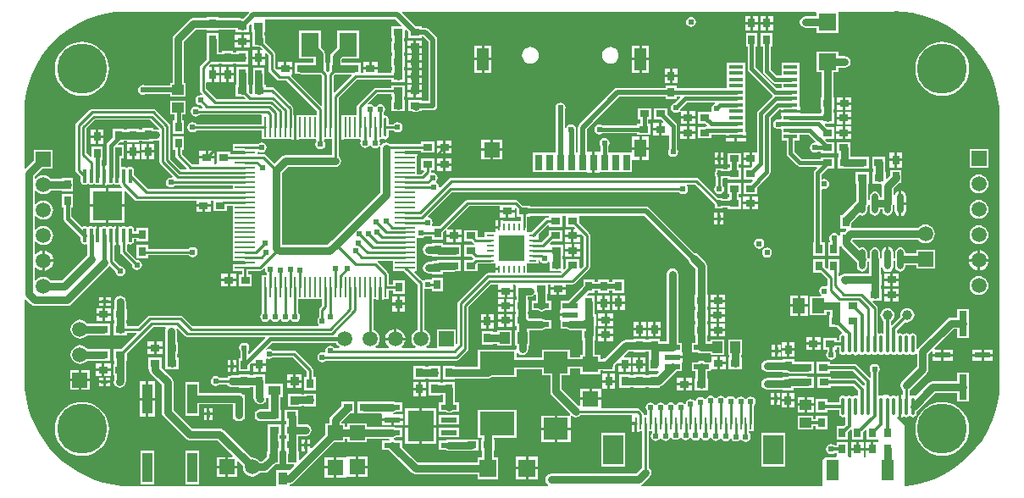
<source format=gtl>
G04*
G04 #@! TF.GenerationSoftware,Altium Limited,Altium Designer,21.0.8 (223)*
G04*
G04 Layer_Physical_Order=1*
G04 Layer_Color=255*
%FSLAX25Y25*%
%MOIN*%
G70*
G04*
G04 #@! TF.SameCoordinates,A399C05B-B16C-483E-863C-B068B867FB55*
G04*
G04*
G04 #@! TF.FilePolarity,Positive*
G04*
G01*
G75*
%ADD14C,0.01000*%
%ADD16C,0.02000*%
%ADD23R,0.07874X0.11811*%
%ADD24R,0.00984X0.04724*%
%ADD25R,0.05118X0.05906*%
%ADD26R,0.07087X0.06575*%
%ADD27R,0.03800X0.03000*%
%ADD28R,0.05709X0.01772*%
%ADD29R,0.01378X0.02559*%
%ADD30R,0.03000X0.03800*%
%ADD31O,0.02400X0.08000*%
%ADD32R,0.06299X0.05906*%
%ADD33R,0.04724X0.08661*%
%ADD34R,0.02756X0.06299*%
%ADD35R,0.04724X0.07087*%
%ADD36R,0.03150X0.09843*%
%ADD37R,0.05906X0.02362*%
%ADD38R,0.04724X0.07874*%
%ADD39O,0.01299X0.07087*%
%ADD40O,0.01299X0.07284*%
%ADD41C,0.03937*%
%ADD42R,0.04500X0.04000*%
%ADD43R,0.07087X0.09449*%
%ADD44O,0.01000X0.07874*%
%ADD45R,0.01000X0.07874*%
%ADD46R,0.07874X0.01000*%
%ADD47R,0.02559X0.01378*%
%ADD48O,0.01575X0.05709*%
%ADD49R,0.11811X0.11811*%
%ADD50R,0.09843X0.09843*%
%ADD51R,0.03150X0.00984*%
%ADD52R,0.00984X0.03150*%
%ADD53R,0.04000X0.04500*%
%ADD54R,0.05906X0.01968*%
%ADD55R,0.03937X0.11811*%
%ADD56R,0.03600X0.03600*%
%ADD57R,0.05000X0.03600*%
%ADD58R,0.02953X0.01378*%
%ADD59R,0.03600X0.03600*%
%ADD60R,0.03600X0.05000*%
%ADD61R,0.09488X0.08504*%
%ADD62R,0.06575X0.07087*%
%ADD63R,0.06299X0.05984*%
%ADD64R,0.13780X0.09252*%
%ADD65R,0.06496X0.02362*%
%ADD66R,0.10236X0.12205*%
%ADD115C,0.03000*%
%ADD116C,0.01500*%
%ADD117C,0.01300*%
%ADD118R,0.05906X0.05906*%
%ADD119C,0.05906*%
%ADD120C,0.19685*%
%ADD121R,0.05906X0.05906*%
%ADD122C,0.01968*%
%ADD123C,0.02400*%
G36*
X65821Y163794D02*
X63354Y161327D01*
X62936Y161607D01*
X62058Y161782D01*
X53678D01*
Y162138D01*
X49178D01*
Y161782D01*
X43878D01*
X43000Y161607D01*
X42255Y161110D01*
X36298Y155152D01*
X35800Y154408D01*
X35626Y153530D01*
Y136180D01*
X34920D01*
Y135214D01*
X24890D01*
X24811Y135267D01*
X24050Y135418D01*
X23289Y135267D01*
X22644Y134836D01*
X22213Y134191D01*
X22062Y133430D01*
X22213Y132669D01*
X22644Y132024D01*
X23289Y131593D01*
X24050Y131442D01*
X24811Y131593D01*
X24890Y131646D01*
X34920D01*
Y130680D01*
X40920D01*
Y136180D01*
X40214D01*
Y152580D01*
X44828Y157194D01*
X49178D01*
Y156838D01*
X53678D01*
Y157194D01*
X60398D01*
Y156248D01*
X62826D01*
X63048Y156203D01*
X63270Y156248D01*
X65698D01*
Y158624D01*
X66436Y159362D01*
X66898Y159171D01*
Y156248D01*
X67254D01*
Y154878D01*
X66948D01*
Y150378D01*
X69376D01*
X69598Y150333D01*
X69820Y150378D01*
X70046D01*
X70964Y149460D01*
X70772Y148998D01*
X70088D01*
Y146598D01*
X72088D01*
Y147682D01*
X72550Y147873D01*
X73435Y146988D01*
Y141410D01*
X73532Y140922D01*
X73809Y140509D01*
X76789Y137529D01*
X77202Y137252D01*
X77690Y137155D01*
X80442D01*
X92488Y125110D01*
Y123353D01*
X85420D01*
Y123603D01*
X84420D01*
Y118666D01*
Y113729D01*
X85420D01*
Y113979D01*
X92106D01*
X92181Y113899D01*
X92356Y113424D01*
X91925Y112779D01*
X91774Y112018D01*
X91925Y111257D01*
X92356Y110612D01*
X93001Y110181D01*
X93762Y110030D01*
X94523Y110181D01*
X95168Y110612D01*
X95599Y111257D01*
X95750Y112018D01*
X95599Y112779D01*
X95168Y113424D01*
X95343Y113899D01*
X95419Y113979D01*
X98393D01*
Y107664D01*
X80100D01*
X79222Y107490D01*
X78478Y106992D01*
X75819Y104333D01*
X72396Y107756D01*
X71983Y108033D01*
X71495Y108130D01*
X69172D01*
Y108882D01*
X69672Y109149D01*
X69961Y108955D01*
X70722Y108804D01*
X71483Y108955D01*
X72128Y109386D01*
X72559Y110031D01*
X72710Y110792D01*
X72559Y111553D01*
X72128Y112198D01*
X71483Y112629D01*
X70722Y112780D01*
X69961Y112629D01*
X69316Y112198D01*
X69229Y112067D01*
X64235D01*
X64112Y112042D01*
X59548D01*
Y110324D01*
X59298D01*
Y109324D01*
X64235D01*
Y108324D01*
X59298D01*
Y108130D01*
X58268D01*
Y109128D01*
X52968D01*
Y104628D01*
X52968D01*
X52885Y104398D01*
X52475Y104273D01*
X52018Y104562D01*
Y106378D01*
X46218D01*
Y104693D01*
X46218Y104378D01*
X45794Y104193D01*
X43270D01*
X39264Y108198D01*
Y109730D01*
X40240D01*
Y115030D01*
X35740D01*
Y109730D01*
X36715D01*
Y107670D01*
X36812Y107182D01*
X37089Y106769D01*
X41172Y102686D01*
X40980Y102224D01*
X38880D01*
X34825Y106279D01*
Y119179D01*
X34728Y119667D01*
X34452Y120080D01*
X28961Y125571D01*
X28548Y125847D01*
X28060Y125944D01*
X3965D01*
X3477Y125847D01*
X3064Y125571D01*
X-2141Y120366D01*
X-2417Y119953D01*
X-2514Y119465D01*
Y101905D01*
X-2417Y101418D01*
X-2141Y101004D01*
X-514Y99377D01*
Y97545D01*
X-395Y96945D01*
X-55Y96437D01*
X453Y96097D01*
X1053Y95977D01*
X1653Y96097D01*
X2162Y96437D01*
X2504D01*
X2504Y96437D01*
X3012Y96097D01*
X3612Y95977D01*
X4212Y96097D01*
X4721Y96437D01*
X5063D01*
X5572Y96097D01*
X6171Y95977D01*
X6771Y96097D01*
X6893Y96178D01*
X7442Y96256D01*
X8033Y95861D01*
X8230Y95822D01*
Y99612D01*
Y103402D01*
X8201Y103396D01*
X7701Y103696D01*
Y105889D01*
X8230D01*
Y111189D01*
X3730D01*
Y107186D01*
X3268Y106994D01*
X1784Y108478D01*
Y118212D01*
X5218Y121645D01*
X26807D01*
X30363Y118090D01*
X30044Y117702D01*
X29929Y117779D01*
X29051Y117953D01*
X28210D01*
Y118309D01*
X23710D01*
Y117894D01*
X22390D01*
Y118229D01*
X17890D01*
Y117894D01*
X16530D01*
Y118250D01*
X12030D01*
Y115822D01*
X11986Y115600D01*
X12030Y115378D01*
Y114544D01*
X10199Y112712D01*
X9867Y112216D01*
X9751Y111631D01*
Y103702D01*
X9251Y103398D01*
X9230Y103402D01*
Y99612D01*
Y95822D01*
X9428Y95861D01*
X10019Y96256D01*
X10568Y96178D01*
X10690Y96097D01*
X11289Y95977D01*
X11889Y96097D01*
X12219Y96317D01*
X12740Y96437D01*
X13249Y96097D01*
X13849Y95977D01*
X14448Y96097D01*
X14649Y96231D01*
X15205Y96001D01*
X15230Y95875D01*
X15506Y95461D01*
X15701Y95267D01*
X15509Y94805D01*
X10510D01*
Y88399D01*
X16916D01*
Y93399D01*
X17377Y93590D01*
X20762Y90206D01*
X21175Y89930D01*
X21663Y89833D01*
X45010D01*
Y88410D01*
X47910D01*
X50810D01*
Y89833D01*
X51760D01*
Y85660D01*
X57060D01*
Y87864D01*
X59548D01*
Y85920D01*
X59548D01*
Y81983D01*
Y78046D01*
Y74109D01*
Y70172D01*
X59548D01*
Y68735D01*
X59548D01*
Y67017D01*
X59298D01*
Y66017D01*
X64235D01*
Y65017D01*
X59298D01*
Y64017D01*
X59548D01*
Y62298D01*
X62960D01*
Y60778D01*
X61608D01*
Y56278D01*
X66908D01*
Y60778D01*
X65509D01*
Y62274D01*
X70133D01*
X70621Y62371D01*
X71034Y62647D01*
X71656Y63269D01*
X72117Y63022D01*
X72089Y62883D01*
X72240Y62122D01*
X72671Y61477D01*
X72803Y61389D01*
Y60361D01*
X70859D01*
Y55797D01*
X70834Y55674D01*
Y45575D01*
X70703Y45487D01*
X70272Y44842D01*
X70120Y44081D01*
X70272Y43321D01*
X70703Y42676D01*
X71348Y42244D01*
X72109Y42093D01*
X72869Y42244D01*
X73514Y42676D01*
X73775Y43066D01*
X74355Y43034D01*
X74640Y42608D01*
X75285Y42178D01*
X76046Y42026D01*
X76806Y42178D01*
X77451Y42608D01*
X77735Y43032D01*
X78316Y43062D01*
X78577Y42671D01*
X79222Y42241D01*
X79983Y42089D01*
X80743Y42241D01*
X81388Y42671D01*
X81664Y43085D01*
X82248Y43102D01*
X82514Y42704D01*
X83159Y42274D01*
X83920Y42122D01*
X84680Y42274D01*
X85325Y42704D01*
X85756Y43349D01*
X85908Y44110D01*
X85756Y44871D01*
X85325Y45516D01*
X85194Y45604D01*
Y50987D01*
X94456D01*
Y48629D01*
X93679Y47851D01*
X93402Y47438D01*
X93305Y46950D01*
Y43924D01*
X93174Y43836D01*
X92743Y43191D01*
X92592Y42430D01*
X92743Y41669D01*
X93167Y41034D01*
X93155Y40968D01*
X93007Y40534D01*
X43508D01*
X39801Y44241D01*
X39388Y44517D01*
X38900Y44614D01*
X26670D01*
X26182Y44517D01*
X25769Y44241D01*
X21992Y40464D01*
X17730D01*
Y41440D01*
X17374D01*
Y42760D01*
X17690D01*
Y47260D01*
X17374D01*
Y49940D01*
X17199Y50818D01*
X17030Y51072D01*
Y51459D01*
X16771D01*
X16702Y51562D01*
X16622Y51642D01*
X15878Y52139D01*
X15000Y52314D01*
X14122Y52139D01*
X13378Y51642D01*
X13255Y51459D01*
X12970D01*
Y51033D01*
X12880Y50898D01*
X12706Y50020D01*
X12786Y49618D01*
Y47260D01*
X12390D01*
Y42760D01*
X12786D01*
Y41440D01*
X12430D01*
Y36940D01*
X14858D01*
X15080Y36896D01*
X15302Y36940D01*
X17730D01*
Y37916D01*
X21420D01*
X21611Y37454D01*
X15478Y31320D01*
X15252D01*
X15030Y31364D01*
X14808Y31320D01*
X12380D01*
Y26820D01*
X12736D01*
Y25540D01*
X12260D01*
Y21040D01*
X12736D01*
Y19244D01*
X12586Y18490D01*
X12761Y17612D01*
X12851Y17478D01*
Y17051D01*
X13135D01*
X13258Y16868D01*
X14002Y16371D01*
X14880Y16196D01*
X15758Y16371D01*
X16502Y16868D01*
X16652Y17018D01*
X16674Y17051D01*
X16909D01*
Y17403D01*
X17149Y17762D01*
X17324Y18640D01*
Y21040D01*
X17560D01*
Y25540D01*
X17324D01*
Y26820D01*
X17680D01*
Y29918D01*
X27928Y40165D01*
X32810D01*
X33077Y39665D01*
X32913Y39421D01*
X32739Y38543D01*
Y34090D01*
X32610D01*
Y29590D01*
X32739D01*
Y28010D01*
X32670D01*
Y23510D01*
X35098D01*
X35320Y23466D01*
X35542Y23510D01*
X37970D01*
Y28010D01*
X37327D01*
Y29590D01*
X37910D01*
Y34090D01*
X37327D01*
Y38543D01*
X37215Y39106D01*
X37676Y39352D01*
X40419Y36609D01*
X40832Y36332D01*
X41320Y36235D01*
X72010D01*
X72201Y35774D01*
X65879Y29452D01*
X65417Y29643D01*
Y30741D01*
X65725Y31201D01*
X65876Y31962D01*
X65725Y32723D01*
X65294Y33368D01*
X64649Y33799D01*
X63888Y33950D01*
X63127Y33799D01*
X62482Y33368D01*
X62051Y32723D01*
X61900Y31962D01*
X62051Y31201D01*
X62359Y30741D01*
Y27948D01*
X61638D01*
Y22648D01*
X66138D01*
Y25385D01*
X66816Y26063D01*
X67239Y25888D01*
X69778D01*
X72278D01*
Y27548D01*
X72719Y27784D01*
X72899Y27663D01*
X73660Y27512D01*
X74421Y27663D01*
X75066Y28094D01*
X75154Y28225D01*
X82852D01*
X88403Y22674D01*
Y20458D01*
X87428D01*
Y15158D01*
X91928D01*
Y20458D01*
X90952D01*
Y23202D01*
X90855Y23690D01*
X90579Y24103D01*
X84281Y30401D01*
X83868Y30678D01*
X83380Y30775D01*
X75154D01*
X75066Y30906D01*
X74421Y31337D01*
X73660Y31488D01*
X72899Y31337D01*
X72592Y31132D01*
X72273Y31520D01*
X74661Y33908D01*
X99994D01*
X100134Y33570D01*
X100727Y32797D01*
X101316Y32344D01*
X101147Y31844D01*
X99346D01*
X99105Y32205D01*
X98460Y32636D01*
X97699Y32787D01*
X96938Y32636D01*
X96293Y32205D01*
X95862Y31560D01*
X95711Y30799D01*
X95800Y30351D01*
X95350Y30051D01*
X95341Y30057D01*
X94580Y30208D01*
X93819Y30057D01*
X93174Y29626D01*
X92743Y28981D01*
X92592Y28220D01*
X92743Y27459D01*
X93174Y26814D01*
X93819Y26383D01*
X94580Y26232D01*
X95341Y26383D01*
X95986Y26814D01*
X96074Y26945D01*
X147470D01*
X147958Y27042D01*
X148371Y27319D01*
X151741Y30689D01*
X152017Y31102D01*
X152114Y31590D01*
Y48102D01*
X160978Y56966D01*
X163458D01*
X163888Y56798D01*
X163888Y56466D01*
Y54798D01*
X169688D01*
X169688Y56798D01*
X170118Y56966D01*
X170440D01*
X170638Y56548D01*
Y52048D01*
X170924D01*
Y50768D01*
X170568D01*
Y46268D01*
X170854D01*
Y45028D01*
X170498D01*
Y40528D01*
X171034D01*
Y38838D01*
X170578D01*
Y32838D01*
X171034D01*
Y31692D01*
X171034Y31322D01*
X170550Y31192D01*
X155758D01*
Y24552D01*
X146678D01*
Y24908D01*
X142178D01*
Y22479D01*
X142134Y22258D01*
X142178Y22036D01*
Y19608D01*
X146678D01*
Y19963D01*
X159839D01*
X160717Y20138D01*
X161170Y20440D01*
X171038D01*
Y23522D01*
X181074D01*
Y20999D01*
X184274D01*
Y14652D01*
X184449Y13774D01*
X184946Y13030D01*
X192246Y5729D01*
X192039Y5229D01*
X191931Y5229D01*
X191931Y5229D01*
X191925Y5229D01*
X187068D01*
Y478D01*
X192312D01*
X192312Y4843D01*
Y4849D01*
Y4849D01*
X192312Y4956D01*
X192434Y5064D01*
X192526Y5098D01*
X192812Y5205D01*
X193432Y4791D01*
X194310Y4616D01*
X195188Y4791D01*
X195932Y5288D01*
X196037Y5446D01*
X216431D01*
Y2800D01*
X217923D01*
Y2300D01*
X218423D01*
Y-1062D01*
X219415D01*
Y-812D01*
X220585D01*
Y-15256D01*
X220238Y-15488D01*
X218080Y-17646D01*
X184600D01*
X183722Y-17821D01*
X182978Y-18318D01*
X182481Y-19062D01*
X182306Y-19940D01*
X182481Y-20818D01*
X182978Y-21562D01*
X183269Y-21757D01*
X183376Y-22430D01*
X183303Y-22523D01*
X81608D01*
Y-21707D01*
X81798D01*
X82676Y-21532D01*
X83420Y-21035D01*
X99110Y-5345D01*
X103507D01*
Y-3897D01*
X104408D01*
Y-5265D01*
X112207D01*
Y-3816D01*
X120734D01*
X120942Y-4316D01*
X120807Y-4451D01*
X118218D01*
Y-8314D01*
X120903D01*
X129641Y-17052D01*
X130386Y-17549D01*
X131263Y-17724D01*
X155623D01*
Y-19723D01*
X163697D01*
Y-11137D01*
X161954D01*
Y-8542D01*
X162438D01*
Y-4042D01*
X162082D01*
Y-3378D01*
X171038D01*
Y7373D01*
X155758D01*
Y-3378D01*
X157494D01*
Y-4042D01*
X157138D01*
Y-8542D01*
X157366D01*
Y-11137D01*
X155623D01*
Y-13136D01*
X132214D01*
X126214Y-7136D01*
Y-4451D01*
X123376D01*
X123094Y-4263D01*
X122744Y-4193D01*
Y-3684D01*
X122954Y-3642D01*
X123445Y-3314D01*
X126214D01*
Y549D01*
X123376D01*
X123094Y737D01*
X122216Y912D01*
X121512Y772D01*
X112207D01*
Y2220D01*
X104408D01*
Y692D01*
X103507D01*
Y2140D01*
X101980D01*
X101934Y2640D01*
X105592Y6298D01*
X107248D01*
Y10798D01*
X104820D01*
X104598Y10842D01*
X104376Y10798D01*
X101948D01*
Y9142D01*
X97986Y5180D01*
X97488Y4436D01*
X97314Y3558D01*
Y2140D01*
X95708D01*
Y-2258D01*
X90279Y-7687D01*
X89817Y-7496D01*
Y-6978D01*
X88628D01*
Y-8933D01*
X88747Y-9219D01*
X85870Y-12096D01*
X85408Y-11905D01*
Y-8862D01*
X85152D01*
Y-2737D01*
X87977D01*
X88128Y-2767D01*
X89006Y-2592D01*
X89140Y-2502D01*
X89567D01*
Y-2217D01*
X89750Y-2095D01*
X90247Y-1350D01*
X90422Y-472D01*
X90247Y405D01*
X89750Y1150D01*
X89720Y1180D01*
X89567Y1282D01*
Y1557D01*
X89155D01*
X88976Y1677D01*
X88098Y1852D01*
X85152D01*
Y4858D01*
X84998Y5632D01*
Y7618D01*
X82570D01*
X82348Y7662D01*
X82126Y7618D01*
X79698D01*
Y3118D01*
X80564D01*
Y1808D01*
X79738D01*
Y-2692D01*
X80564D01*
Y-3952D01*
X79758D01*
Y-8452D01*
X80091D01*
X80308Y-8862D01*
Y-13962D01*
X83350D01*
X83542Y-14424D01*
X82020Y-15946D01*
X81608Y-16162D01*
Y-16162D01*
X81608Y-16162D01*
X76508D01*
Y-22523D01*
X21342D01*
X21340Y-22494D01*
X20670Y-22523D01*
X18186D01*
X15757Y-22417D01*
X12115Y-21937D01*
X8528Y-21142D01*
X5024Y-20037D01*
X1630Y-18631D01*
X-1629Y-16935D01*
X-4728Y-14961D01*
X-7643Y-12724D01*
X-10352Y-10242D01*
X-12834Y-7533D01*
X-15070Y-4618D01*
X-17044Y-1520D01*
X-18741Y1739D01*
X-20147Y5133D01*
X-21252Y8637D01*
X-22047Y12224D01*
X-22526Y15867D01*
X-22603Y17625D01*
X-22603D01*
X-22633Y17653D01*
Y50891D01*
X-22132Y51098D01*
X-20132Y49098D01*
X-19388Y48601D01*
X-18510Y48426D01*
X-5940D01*
X-5062Y48601D01*
X-4318Y49098D01*
X10353Y63768D01*
X10589Y64122D01*
X11232Y64185D01*
X13213Y62205D01*
X13182Y62050D01*
X13333Y61289D01*
X13764Y60644D01*
X14409Y60213D01*
X15170Y60062D01*
X15931Y60213D01*
X16576Y60644D01*
X17007Y61289D01*
X17158Y62050D01*
X17007Y62811D01*
X16576Y63456D01*
X15931Y63887D01*
X15170Y64038D01*
X15015Y64007D01*
X12755Y66267D01*
Y72145D01*
X13255Y72415D01*
X13349Y72397D01*
Y76187D01*
Y79977D01*
X13151Y79937D01*
X12560Y79542D01*
X12011Y79621D01*
X11889Y79702D01*
X11289Y79821D01*
X10690Y79702D01*
X10181Y79362D01*
X9839D01*
X9330Y79702D01*
X8731Y79821D01*
X8131Y79702D01*
X8009Y79621D01*
X7460Y79542D01*
X6869Y79937D01*
X6671Y79977D01*
Y76187D01*
X5671D01*
Y79977D01*
X5474Y79937D01*
X4883Y79542D01*
X4334Y79621D01*
X4212Y79702D01*
X3612Y79821D01*
X3012Y79702D01*
X2504Y79362D01*
X2048Y79438D01*
X1653Y79702D01*
X1053Y79821D01*
X453Y79702D01*
X2Y79400D01*
X-4191Y83593D01*
Y87050D01*
X-3470D01*
Y92350D01*
X-7970D01*
Y87050D01*
X-7249D01*
Y82960D01*
X-7133Y82375D01*
X-6801Y81879D01*
X-514Y75591D01*
Y74120D01*
X-395Y73520D01*
X-55Y73011D01*
X453Y72672D01*
X1053Y72552D01*
X1583Y72658D01*
X1930Y72524D01*
X2083Y72442D01*
Y68417D01*
X1990Y68354D01*
X-7900Y58464D01*
X-12233D01*
X-12499Y58811D01*
X-13273Y59404D01*
X-14173Y59777D01*
X-15140Y59905D01*
X-16107Y59777D01*
X-17007Y59404D01*
X-17781Y58811D01*
X-18096Y58400D01*
X-18596Y58570D01*
Y63359D01*
X-18096Y63529D01*
X-17959Y63351D01*
X-17133Y62717D01*
X-16172Y62319D01*
X-15640Y62249D01*
Y66170D01*
Y70091D01*
X-16172Y70021D01*
X-17133Y69623D01*
X-17959Y68989D01*
X-18096Y68811D01*
X-18596Y68981D01*
Y73770D01*
X-18096Y73940D01*
X-17781Y73529D01*
X-17007Y72936D01*
X-16107Y72563D01*
X-15140Y72435D01*
X-14173Y72563D01*
X-13273Y72936D01*
X-12499Y73529D01*
X-11906Y74303D01*
X-11533Y75203D01*
X-11405Y76170D01*
X-11533Y77137D01*
X-11906Y78037D01*
X-12499Y78811D01*
X-13273Y79404D01*
X-14173Y79777D01*
X-15140Y79905D01*
X-16107Y79777D01*
X-17007Y79404D01*
X-17781Y78811D01*
X-18096Y78400D01*
X-18596Y78570D01*
Y83770D01*
X-18096Y83940D01*
X-17781Y83529D01*
X-17007Y82936D01*
X-16107Y82563D01*
X-15140Y82435D01*
X-14173Y82563D01*
X-13273Y82936D01*
X-12499Y83529D01*
X-11906Y84303D01*
X-11533Y85203D01*
X-11405Y86170D01*
X-11533Y87137D01*
X-11906Y88037D01*
X-12499Y88811D01*
X-13273Y89404D01*
X-14173Y89777D01*
X-15140Y89905D01*
X-16107Y89777D01*
X-17007Y89404D01*
X-17781Y88811D01*
X-18096Y88400D01*
X-18596Y88570D01*
Y93770D01*
X-18096Y93940D01*
X-17781Y93529D01*
X-17007Y92936D01*
X-16107Y92563D01*
X-15140Y92435D01*
X-14173Y92563D01*
X-13273Y92936D01*
X-12499Y93529D01*
X-12233Y93876D01*
X-7970D01*
Y93550D01*
X-3470D01*
Y95978D01*
X-3426Y96200D01*
X-3470Y96422D01*
Y98850D01*
X-7970D01*
Y98464D01*
X-12233D01*
X-12499Y98811D01*
X-13273Y99404D01*
X-14173Y99777D01*
X-15140Y99905D01*
X-16107Y99777D01*
X-17007Y99404D01*
X-17781Y98811D01*
X-18096Y98400D01*
X-18596Y98570D01*
Y99470D01*
X-15598Y102467D01*
X-11437D01*
Y109873D01*
X-18843D01*
Y105712D01*
X-22132Y102422D01*
X-22633Y102629D01*
Y123428D01*
X-22619Y123925D01*
D01*
X-22633Y124422D01*
Y124553D01*
X-22647Y124624D01*
X-22458Y128451D01*
X-21886Y132311D01*
X-20938Y136096D01*
X-19623Y139770D01*
X-17955Y143297D01*
X-15949Y146644D01*
X-13624Y149778D01*
X-11004Y152669D01*
X-8113Y155290D01*
X-4978Y157614D01*
X-1632Y159620D01*
X1896Y161289D01*
X5570Y162603D01*
X9355Y163551D01*
X13215Y164124D01*
X16483Y164285D01*
X16483Y164285D01*
Y164285D01*
X16492Y164293D01*
X65614Y164294D01*
X65821Y163794D01*
D02*
G37*
G36*
X125773Y158839D02*
X125581Y158378D01*
X124730D01*
X124508Y158422D01*
X124286Y158378D01*
X121858D01*
Y153878D01*
X122214D01*
Y152588D01*
X121858D01*
Y148088D01*
X122214D01*
Y146858D01*
X121858D01*
Y142358D01*
X122214D01*
Y141018D01*
X121858D01*
Y140042D01*
X116438D01*
Y141307D01*
X113538D01*
X110638D01*
Y140042D01*
X109688D01*
Y144058D01*
X106959D01*
X106738Y144102D01*
X102222D01*
Y145607D01*
X102399Y145783D01*
X108922D01*
Y156732D01*
X100335D01*
Y150209D01*
X98306Y148179D01*
X97808Y147435D01*
X97634Y146557D01*
Y144058D01*
X97278D01*
Y140960D01*
X97020Y140702D01*
X96755Y140500D01*
X96341Y140697D01*
X96078Y140960D01*
Y144058D01*
X95722D01*
Y147498D01*
X95547Y148375D01*
X95050Y149120D01*
X93961Y150209D01*
Y156732D01*
X85375D01*
Y145783D01*
X91134D01*
Y144182D01*
X86178D01*
X85956Y144138D01*
X83828D01*
Y139638D01*
X85956D01*
X86178Y139594D01*
X90778D01*
Y139558D01*
X92906D01*
X93128Y139514D01*
X93278Y139543D01*
X93428Y139514D01*
X93650Y139558D01*
X93875D01*
X94456Y138977D01*
Y127400D01*
X93994Y127208D01*
X82315Y138888D01*
X82522Y139388D01*
X82878D01*
Y141388D01*
X76812D01*
X76616Y141306D01*
X75985Y141938D01*
Y147515D01*
X75888Y148003D01*
X75611Y148417D01*
X72248Y151780D01*
Y154878D01*
X71842D01*
Y156248D01*
X72198D01*
Y160748D01*
X72198D01*
X72202Y161246D01*
X123366D01*
X125773Y158839D01*
D02*
G37*
G36*
X323282Y164149D02*
X326874Y163676D01*
X330410Y162892D01*
X333865Y161803D01*
X337212Y160417D01*
X340425Y158744D01*
X343480Y156798D01*
X346354Y154592D01*
X349025Y152145D01*
X351473Y149474D01*
X353678Y146600D01*
X355624Y143545D01*
X357297Y140332D01*
X358683Y136985D01*
X359773Y133530D01*
X360557Y129993D01*
X361030Y126402D01*
X361167Y123263D01*
X361178Y122768D01*
X361178Y122768D01*
X361178Y122768D01*
X361178Y122768D01*
X361178Y122288D01*
Y20311D01*
X361153Y20164D01*
X361092Y19820D01*
X361092Y19819D01*
X361092D01*
X361114Y19355D01*
X361166Y18308D01*
X360969Y14301D01*
X360380Y10333D01*
X359406Y6441D01*
X358054Y2664D01*
X356339Y-962D01*
X354277Y-4403D01*
X351887Y-7625D01*
X349193Y-10598D01*
X346221Y-13292D01*
X342999Y-15681D01*
X339558Y-17744D01*
X335931Y-19459D01*
X332154Y-20810D01*
X328263Y-21785D01*
X324295Y-22374D01*
X324032Y-22386D01*
X323670Y-22042D01*
Y1380D01*
X320800Y4250D01*
X321119Y4638D01*
X321336Y4493D01*
X321480Y4464D01*
Y8941D01*
Y13417D01*
X321336Y13388D01*
X320915Y13106D01*
X320489Y12843D01*
X320026Y13153D01*
X319480Y13261D01*
X318934Y13153D01*
X318471Y12843D01*
X318112Y12808D01*
X317300Y13620D01*
X315740D01*
X315174Y13054D01*
X315026Y13153D01*
X314480Y13261D01*
X313934Y13153D01*
X313907Y13135D01*
X313407Y13402D01*
Y22206D01*
X313817Y22819D01*
X313968Y23580D01*
X313817Y24341D01*
X313386Y24986D01*
X312741Y25417D01*
X311980Y25568D01*
X311219Y25417D01*
X310574Y24986D01*
X310143Y24341D01*
X309992Y23580D01*
X310143Y22819D01*
X310553Y22206D01*
Y20303D01*
X310053Y20096D01*
X304989Y25159D01*
X304526Y25469D01*
X303980Y25577D01*
X303980Y25577D01*
X294500D01*
Y26400D01*
X289200D01*
Y21900D01*
X294500D01*
Y22723D01*
X303389D01*
X308053Y18059D01*
Y17273D01*
X307553Y17066D01*
X305229Y19389D01*
X304766Y19699D01*
X304220Y19807D01*
X304220Y19807D01*
X294590D01*
Y20630D01*
X289290D01*
Y16130D01*
X294590D01*
Y16953D01*
X303629D01*
X305553Y15029D01*
Y13402D01*
X305053Y13135D01*
X305026Y13153D01*
X304480Y13261D01*
X303934Y13153D01*
X303554Y12899D01*
X303230Y12852D01*
X302906Y12899D01*
X302526Y13153D01*
X301980Y13261D01*
X301434Y13153D01*
X301054Y12899D01*
X300730Y12852D01*
X300407Y12899D01*
X300026Y13153D01*
X299480Y13261D01*
X298934Y13153D01*
X298471Y12843D01*
X298162Y12380D01*
X298053Y11834D01*
Y10368D01*
X293420D01*
Y11660D01*
X288920D01*
Y6360D01*
X293420D01*
Y7513D01*
X298053D01*
Y6047D01*
X298162Y5501D01*
X298471Y5038D01*
X298934Y4729D01*
X299480Y4620D01*
X300026Y4729D01*
X300053Y4746D01*
X300553Y4479D01*
Y1851D01*
X299841Y1140D01*
X296960D01*
Y-4160D01*
X301460D01*
Y-1279D01*
X302488Y-251D01*
X302950Y-442D01*
Y-4160D01*
X307450D01*
Y-1279D01*
X308368Y-361D01*
X308830Y-552D01*
Y-4120D01*
X313330D01*
X313510Y-4546D01*
Y-5070D01*
X311580D01*
Y-7970D01*
X311080D01*
Y-8470D01*
X308580D01*
Y-10870D01*
X308171Y-11090D01*
X308125D01*
X307700Y-10910D01*
X307700Y-10590D01*
Y-8510D01*
X305200D01*
X302700D01*
Y-10590D01*
X302700Y-10910D01*
X302275Y-11090D01*
X301629D01*
X301460Y-10660D01*
X301460Y-10590D01*
Y-5360D01*
X296960D01*
Y-6583D01*
X296274D01*
X295661Y-6173D01*
X294900Y-6022D01*
X294139Y-6173D01*
X293494Y-6604D01*
X293063Y-7249D01*
X292912Y-8010D01*
X293063Y-8771D01*
X293494Y-9416D01*
X294139Y-9847D01*
X294900Y-9998D01*
X295661Y-9847D01*
X296274Y-9437D01*
X296960D01*
Y-10590D01*
X296960Y-10660D01*
X296791Y-11090D01*
X292590D01*
X291530Y-12150D01*
Y-14920D01*
Y-22523D01*
X220326D01*
X220253Y-22430D01*
X220361Y-21757D01*
X220652Y-21562D01*
X223482Y-18732D01*
X223979Y-17988D01*
X224154Y-17110D01*
X223979Y-16232D01*
X223482Y-15488D01*
X223134Y-15256D01*
Y-812D01*
X224523D01*
Y-1329D01*
X224392Y-1417D01*
X223961Y-2062D01*
X223809Y-2822D01*
X223961Y-3583D01*
X224392Y-4228D01*
X225037Y-4659D01*
X225798Y-4811D01*
X226558Y-4659D01*
X227203Y-4228D01*
X227488Y-3802D01*
X228068Y-3771D01*
X228329Y-4160D01*
X228974Y-4591D01*
X229734Y-4743D01*
X230495Y-4591D01*
X231140Y-4160D01*
X231531Y-3575D01*
X231826Y-3509D01*
X232084Y-3502D01*
X232266Y-3774D01*
X232911Y-4205D01*
X233671Y-4357D01*
X234432Y-4205D01*
X235077Y-3774D01*
X235342Y-3378D01*
X235926Y-3400D01*
X236203Y-3814D01*
X236848Y-4245D01*
X237609Y-4397D01*
X238369Y-4245D01*
X239014Y-3814D01*
X239216Y-3512D01*
X239366Y-3486D01*
X239792Y-3550D01*
X240140Y-4070D01*
X240785Y-4501D01*
X241546Y-4653D01*
X242306Y-4501D01*
X242951Y-4070D01*
X243230Y-3654D01*
X243813Y-3629D01*
X244077Y-4023D01*
X244722Y-4454D01*
X245482Y-4606D01*
X246243Y-4454D01*
X246888Y-4023D01*
X247132Y-3659D01*
X247163Y-3648D01*
X247711Y-3693D01*
X248014Y-4146D01*
X248659Y-4577D01*
X249419Y-4729D01*
X250180Y-4577D01*
X250825Y-4146D01*
X251048Y-3813D01*
X251132Y-3791D01*
X251626Y-3847D01*
X251951Y-4332D01*
X252596Y-4763D01*
X253357Y-4915D01*
X254117Y-4763D01*
X254762Y-4332D01*
X255011Y-3961D01*
X255032Y-3953D01*
X255589Y-3995D01*
X255888Y-4442D01*
X256533Y-4873D01*
X257294Y-5025D01*
X258054Y-4873D01*
X258699Y-4442D01*
X258968Y-4040D01*
X259552Y-4047D01*
X259825Y-4455D01*
X260470Y-4886D01*
X261230Y-5038D01*
X261991Y-4886D01*
X262636Y-4455D01*
X263067Y-3810D01*
X263219Y-3049D01*
X263067Y-2289D01*
X262636Y-1644D01*
X262505Y-1556D01*
Y-812D01*
X264441D01*
Y2137D01*
X264474Y2300D01*
Y9267D01*
X264605Y9355D01*
X265036Y10000D01*
X265187Y10761D01*
X265036Y11522D01*
X264605Y12167D01*
X263960Y12598D01*
X263199Y12749D01*
X262438Y12598D01*
X261793Y12167D01*
X261523Y11763D01*
X260940Y11767D01*
X260668Y12174D01*
X260023Y12605D01*
X259262Y12756D01*
X258501Y12605D01*
X257856Y12174D01*
X257630Y11836D01*
X257555Y11815D01*
X257052Y11870D01*
X256731Y12351D01*
X256086Y12782D01*
X255325Y12933D01*
X254564Y12782D01*
X253919Y12351D01*
X253670Y11978D01*
X253651Y11971D01*
X253092Y12012D01*
X252794Y12458D01*
X252149Y12889D01*
X251388Y13040D01*
X250627Y12889D01*
X249982Y12458D01*
X249753Y12116D01*
X249687Y12096D01*
X249175Y12150D01*
X248857Y12626D01*
X248212Y13057D01*
X247451Y13208D01*
X246690Y13057D01*
X246045Y12626D01*
X245614Y11981D01*
X245601Y11913D01*
X245070Y11807D01*
X244920Y12032D01*
X244275Y12463D01*
X243514Y12614D01*
X242753Y12463D01*
X242108Y12032D01*
X241677Y11387D01*
X241627Y11135D01*
X241096Y11029D01*
X240983Y11199D01*
X240338Y11630D01*
X239577Y11781D01*
X238816Y11630D01*
X238171Y11199D01*
X237740Y10554D01*
X237621Y9955D01*
X237113Y9815D01*
X237046Y9916D01*
X236401Y10347D01*
X235640Y10498D01*
X234879Y10347D01*
X234234Y9916D01*
X233966Y9514D01*
X233382Y9523D01*
X233109Y9933D01*
X232464Y10364D01*
X231703Y10515D01*
X230942Y10364D01*
X230297Y9933D01*
X230008Y9500D01*
X229432Y9465D01*
X229430Y9466D01*
X229176Y9846D01*
X228531Y10277D01*
X227770Y10428D01*
X227009Y10277D01*
X226364Y9846D01*
X226084Y9427D01*
X225503Y9406D01*
X225235Y9807D01*
X224590Y10238D01*
X223829Y10389D01*
X223068Y10238D01*
X222423Y9807D01*
X221992Y9162D01*
X221841Y8401D01*
X221992Y7640D01*
X222423Y6995D01*
X222554Y6907D01*
Y5412D01*
X221166D01*
Y5678D01*
X221069Y6166D01*
X220793Y6579D01*
X219751Y7621D01*
X219338Y7897D01*
X218850Y7994D01*
X204277D01*
Y11363D01*
X200128D01*
Y11863D01*
D01*
Y11363D01*
X195978D01*
Y9193D01*
X195478Y8986D01*
X188862Y15602D01*
Y20999D01*
X192062D01*
Y23707D01*
X196228D01*
Y21585D01*
X204028D01*
Y22994D01*
X205168D01*
Y22638D01*
X209668D01*
Y25014D01*
X210636Y25982D01*
X210912Y25868D01*
X213598D01*
X216098D01*
Y28268D01*
X213575D01*
X213384Y28730D01*
X215158Y30503D01*
X217178D01*
Y30148D01*
X221678D01*
Y30503D01*
X222994D01*
Y27978D01*
X222988D01*
Y25549D01*
X222944Y25328D01*
X222988Y25106D01*
Y22678D01*
X226770D01*
X226962Y22216D01*
X226224Y21478D01*
X222988D01*
Y21162D01*
X221608D01*
Y21478D01*
X217108D01*
Y21162D01*
X215848D01*
Y21518D01*
X211348D01*
Y19089D01*
X211304Y18868D01*
X211348Y18646D01*
Y16218D01*
X215848D01*
Y16574D01*
X217108D01*
Y16178D01*
X221608D01*
Y16574D01*
X222988D01*
Y16178D01*
X227488D01*
Y16667D01*
X227696Y16708D01*
X228440Y17205D01*
X234038Y22803D01*
X236231D01*
Y26272D01*
X236402Y26294D01*
Y27778D01*
X232449D01*
Y28778D01*
X236402D01*
Y30262D01*
X236152Y30284D01*
Y33752D01*
X234743D01*
Y60931D01*
X234569Y61809D01*
X234071Y62553D01*
X233327Y63050D01*
X232449Y63225D01*
X231571Y63050D01*
X230827Y62553D01*
X230330Y61809D01*
X230155Y60931D01*
Y34312D01*
X227538D01*
Y35398D01*
X223038D01*
Y35092D01*
X221678D01*
Y35448D01*
X217178D01*
Y35092D01*
X214208D01*
X213330Y34917D01*
X212585Y34420D01*
X206103Y27938D01*
X205168D01*
Y27582D01*
X204028D01*
Y29070D01*
X201822D01*
Y34848D01*
X202178D01*
Y39348D01*
X201942D01*
Y40608D01*
X202298D01*
Y45108D01*
X201812D01*
Y49668D01*
X201768Y49889D01*
Y52318D01*
X199025D01*
X198833Y52780D01*
X199571Y53518D01*
X201768D01*
Y54383D01*
X203038D01*
Y53418D01*
X207538D01*
Y54383D01*
X208908D01*
Y53488D01*
X213408D01*
Y58788D01*
X208908D01*
Y57952D01*
X207538D01*
Y58718D01*
X203038D01*
Y57952D01*
X201768D01*
Y58818D01*
X197268D01*
Y56261D01*
X191331Y50324D01*
X188418D01*
Y46856D01*
X188247Y46834D01*
Y45350D01*
X192199D01*
Y44350D01*
X188247D01*
Y42866D01*
X188496Y42844D01*
Y39375D01*
X190745D01*
X191321Y38990D01*
X192199Y38816D01*
X196878D01*
Y34848D01*
X197234D01*
Y29070D01*
X196228D01*
Y28295D01*
X192062D01*
Y31003D01*
X181074D01*
Y28111D01*
X171038D01*
Y29800D01*
X171538Y29951D01*
X171706Y29700D01*
X172450Y29203D01*
X173328Y29028D01*
X174206Y29203D01*
X174950Y29700D01*
X175447Y30444D01*
X175622Y31322D01*
Y32838D01*
X176078D01*
Y38816D01*
X180900D01*
X181778Y38990D01*
X182354Y39375D01*
X184603D01*
Y42844D01*
X182354D01*
X181778Y43229D01*
X180900Y43404D01*
X175798D01*
Y45028D01*
X175442D01*
Y46268D01*
X175868D01*
Y50768D01*
X175512D01*
Y52004D01*
X176328D01*
X177206Y52178D01*
X177950Y52675D01*
X178116Y52924D01*
X178616Y52772D01*
Y50324D01*
X177197D01*
Y46856D01*
X179446D01*
X180022Y46470D01*
X180900Y46296D01*
X181778Y46470D01*
X182354Y46856D01*
X184603D01*
Y50324D01*
X183204D01*
Y53040D01*
X183560D01*
Y56966D01*
X184510D01*
Y55790D01*
X187410D01*
X190310D01*
Y56966D01*
X193160D01*
X193648Y57063D01*
X194061Y57339D01*
X199581Y62859D01*
X199857Y63272D01*
X199954Y63760D01*
Y76182D01*
X199857Y76669D01*
X199581Y77083D01*
X195658Y81006D01*
Y83919D01*
X221427D01*
X238573Y66774D01*
X238690Y66182D01*
X239188Y65438D01*
X241494Y63132D01*
Y52688D01*
X241138D01*
Y48188D01*
X241454D01*
Y46938D01*
X241088D01*
Y42438D01*
X241454D01*
Y41138D01*
X241108D01*
Y36638D01*
X241454D01*
Y33752D01*
X240046D01*
Y30284D01*
X242294D01*
X242870Y29898D01*
X243748Y29724D01*
X247278D01*
Y29038D01*
X252778D01*
Y35038D01*
X247278D01*
Y34312D01*
X246042D01*
Y36638D01*
X246408D01*
Y41138D01*
X246042D01*
Y42438D01*
X246388D01*
Y46938D01*
X246042D01*
Y48188D01*
X246438D01*
Y52688D01*
X246082D01*
Y64082D01*
X245907Y64960D01*
X245410Y65704D01*
X242432Y68682D01*
X241688Y69179D01*
X241096Y69297D01*
X223428Y86965D01*
X222849Y87352D01*
X222166Y87488D01*
X176548D01*
Y87954D01*
X173450D01*
X171553Y89851D01*
X171139Y90127D01*
X170652Y90224D01*
X151844D01*
X151356Y90127D01*
X150943Y89851D01*
X140805Y79714D01*
X137916D01*
X137626Y80180D01*
X137842Y80504D01*
X137994Y81265D01*
X137842Y82025D01*
X137411Y82671D01*
X136766Y83102D01*
X136290Y83196D01*
X136125Y83739D01*
X145502Y93116D01*
X235036D01*
X235124Y92984D01*
X235769Y92553D01*
X236530Y92402D01*
X237291Y92553D01*
X237936Y92984D01*
X238367Y93629D01*
X238518Y94390D01*
X238367Y95151D01*
X237936Y95796D01*
X238088Y96295D01*
X241288D01*
X248820Y88763D01*
X248952Y88103D01*
X249161Y87789D01*
Y86756D01*
X252039D01*
Y87026D01*
X254000D01*
Y86560D01*
X259300D01*
Y91060D01*
X258434D01*
Y92380D01*
X259300D01*
Y96880D01*
X254000D01*
Y92380D01*
X254866D01*
Y91060D01*
X254000D01*
Y90594D01*
X252039D01*
Y90815D01*
X250373D01*
X242717Y98471D01*
X242303Y98747D01*
X241815Y98844D01*
X145370D01*
X144882Y98747D01*
X144469Y98471D01*
X141044Y95046D01*
X140533Y95243D01*
X140421Y95805D01*
X139990Y96450D01*
X139345Y96881D01*
X139273Y97405D01*
X139346Y97454D01*
X139777Y98099D01*
X139928Y98860D01*
X139777Y99621D01*
X139346Y100266D01*
X138701Y100697D01*
X137940Y100848D01*
X137834Y100827D01*
X137434Y101257D01*
Y101820D01*
X138810D01*
Y106320D01*
X133510D01*
Y101820D01*
X134400D01*
X134608Y101320D01*
X133543Y100256D01*
X131914D01*
Y105605D01*
X131914D01*
Y107324D01*
X132164D01*
Y108324D01*
X127227D01*
Y109324D01*
X132164D01*
Y109518D01*
X133538D01*
Y108668D01*
X138838D01*
Y113168D01*
X133538D01*
Y112067D01*
X121171D01*
X120538Y112489D01*
X119660Y112664D01*
X118782Y112489D01*
X118038Y111992D01*
X117675Y111449D01*
X117253Y111694D01*
X117404Y112454D01*
X117253Y113215D01*
X117076Y113479D01*
X117343Y113979D01*
X118634D01*
X118634Y113979D01*
X119134Y113998D01*
X119353Y113955D01*
X119840Y114052D01*
X120254Y114328D01*
X120530Y114742D01*
X120627Y115229D01*
Y117392D01*
X122703D01*
X122790Y117260D01*
X123435Y116829D01*
X124196Y116678D01*
X124957Y116829D01*
X125602Y117260D01*
X126033Y117905D01*
X126184Y118666D01*
X126033Y119427D01*
X125602Y120072D01*
X124957Y120503D01*
X124196Y120654D01*
X123435Y120503D01*
X122790Y120072D01*
X122703Y119941D01*
X120627D01*
Y122103D01*
X120530Y122591D01*
X120254Y123004D01*
X119840Y123281D01*
X119353Y123378D01*
X119159Y123339D01*
X118659Y123698D01*
Y124402D01*
X118790Y124490D01*
X119221Y125135D01*
X119372Y125896D01*
X119221Y126657D01*
X118790Y127302D01*
X118145Y127733D01*
X117384Y127884D01*
X116623Y127733D01*
X115978Y127302D01*
X115695Y126878D01*
X115114Y126848D01*
X114853Y127239D01*
X114208Y127670D01*
X113447Y127821D01*
X112827Y127698D01*
X112570Y128148D01*
X116165Y131743D01*
X121858D01*
Y130768D01*
X122214D01*
Y129488D01*
X121858D01*
Y124988D01*
X124286D01*
X124508Y124943D01*
X124730Y124988D01*
X127158D01*
Y129488D01*
X126802D01*
Y130768D01*
X127158D01*
Y135268D01*
X124730D01*
X124508Y135312D01*
X124286Y135268D01*
X121858D01*
Y134292D01*
X115638D01*
X115150Y134195D01*
X114736Y133919D01*
X108609Y127791D01*
X108333Y127378D01*
X108236Y126890D01*
Y123353D01*
X103136D01*
Y123603D01*
X102136D01*
Y118666D01*
Y113729D01*
X103136D01*
Y113979D01*
X108260D01*
Y113979D01*
X109526D01*
X109793Y113479D01*
X109642Y113252D01*
X109490Y112491D01*
X109642Y111731D01*
X110073Y111085D01*
X110718Y110654D01*
X111479Y110503D01*
X112240Y110654D01*
X112884Y111085D01*
X113150Y111483D01*
X113733Y111462D01*
X114010Y111048D01*
X114655Y110617D01*
X115416Y110466D01*
X116176Y110617D01*
X116822Y111048D01*
X117118Y111493D01*
X117541Y111248D01*
X117366Y110370D01*
Y93210D01*
X98378Y74222D01*
X96500Y72344D01*
X78834D01*
Y100860D01*
X81050Y103076D01*
X99668D01*
X100546Y103251D01*
X101290Y103748D01*
X101787Y104492D01*
X101962Y105370D01*
X101787Y106248D01*
X101290Y106992D01*
X100942Y107225D01*
Y113729D01*
X101136D01*
Y118666D01*
Y123603D01*
X100942D01*
Y130220D01*
X108215Y137493D01*
X121858D01*
Y136518D01*
X124286D01*
X124508Y136474D01*
X124730Y136518D01*
X127158D01*
Y141018D01*
X126802D01*
Y142358D01*
X127158D01*
Y146858D01*
X126802D01*
Y148088D01*
X127158D01*
Y152588D01*
X126802D01*
Y153878D01*
X127158D01*
Y156801D01*
X127620Y156992D01*
X128358Y156254D01*
Y153878D01*
X133658D01*
Y154343D01*
X134243D01*
X136266Y152321D01*
Y129022D01*
X133658D01*
Y129488D01*
X131229D01*
X131008Y129532D01*
X130786Y129488D01*
X128358D01*
Y124988D01*
X130184D01*
X130415Y124833D01*
X131293Y124658D01*
X132171Y124833D01*
X132402Y124988D01*
X133658D01*
Y125453D01*
X138050D01*
X138733Y125589D01*
X139312Y125976D01*
X139699Y126555D01*
X139834Y127238D01*
Y153060D01*
X139699Y153743D01*
X139312Y154322D01*
X139312Y154322D01*
X136244Y157389D01*
X135665Y157776D01*
X134982Y157912D01*
X133658D01*
Y158378D01*
X131281D01*
X125864Y163795D01*
X126071Y164295D01*
X288633Y164297D01*
X289017Y163797D01*
Y162464D01*
X284880D01*
X284002Y162290D01*
X283258Y161792D01*
X282761Y161048D01*
X282586Y160170D01*
X282761Y159292D01*
X283258Y158548D01*
X284002Y158051D01*
X284880Y157876D01*
X289017D01*
Y155943D01*
X297603D01*
Y163798D01*
X297603Y164017D01*
X297987Y164298D01*
X319678Y164298D01*
X319713Y164305D01*
X323282Y164149D01*
D02*
G37*
G36*
X99928Y139514D02*
X105978D01*
X106169Y139051D01*
X99436Y132318D01*
X98974Y132509D01*
Y139051D01*
X99480Y139558D01*
X99706D01*
X99928Y139514D01*
D02*
G37*
G36*
X30526Y113409D02*
Y105026D01*
X30623Y104538D01*
X30900Y104125D01*
X35633Y99391D01*
X35387Y98931D01*
X35033Y99001D01*
X34272Y98849D01*
X33627Y98419D01*
X33196Y97773D01*
X33044Y97013D01*
X33196Y96252D01*
X33627Y95607D01*
X34272Y95176D01*
X35033Y95025D01*
X35794Y95176D01*
X36439Y95607D01*
X36526Y95738D01*
X59548D01*
Y94350D01*
X26031D01*
X20534Y99847D01*
Y101679D01*
X20415Y102279D01*
X20075Y102787D01*
X19567Y103127D01*
X18967Y103246D01*
X18367Y103127D01*
X17858Y102787D01*
X17337Y102907D01*
X17007Y103127D01*
X16408Y103246D01*
X15878Y103141D01*
X15531Y103275D01*
X15378Y103357D01*
Y106450D01*
X16530D01*
Y111750D01*
X14215D01*
X14024Y112212D01*
X14762Y112950D01*
X16530D01*
Y113306D01*
X17890D01*
Y112929D01*
X22390D01*
Y113306D01*
X23710D01*
Y113009D01*
X28210D01*
Y113365D01*
X29051D01*
X29929Y113540D01*
X30085Y113645D01*
X30526Y113409D01*
D02*
G37*
G36*
X164498Y86204D02*
X170298D01*
Y86848D01*
X170760Y87039D01*
X171248Y86551D01*
Y83454D01*
X172695D01*
Y81771D01*
X165619D01*
Y82021D01*
X164627D01*
Y79446D01*
X164127D01*
Y78946D01*
X162635D01*
Y77337D01*
X158451D01*
Y75401D01*
X155598D01*
Y78264D01*
X150298D01*
Y73764D01*
X153396D01*
X153934Y73225D01*
X154348Y72949D01*
X154525Y72914D01*
X154476Y72414D01*
X150448D01*
Y67914D01*
X153546D01*
X153869Y67590D01*
X154076Y67224D01*
X153864Y66902D01*
X153475Y66514D01*
X150378D01*
Y62014D01*
X155678D01*
Y64978D01*
X160775D01*
X160938Y65010D01*
X162635D01*
Y63401D01*
X164127D01*
Y62401D01*
X162635D01*
Y61325D01*
X159785D01*
X159297Y61228D01*
X158884Y60951D01*
X148189Y50256D01*
X147913Y49843D01*
X147816Y49355D01*
Y33656D01*
X147561Y33454D01*
X147071Y33672D01*
Y39140D01*
X139665D01*
Y31844D01*
X135589D01*
X135419Y32344D01*
X136009Y32797D01*
X136602Y33570D01*
X136975Y34471D01*
X137103Y35438D01*
X136975Y36404D01*
X136602Y37305D01*
X136009Y38078D01*
X135235Y38672D01*
X134642Y38917D01*
Y54994D01*
X135142Y55261D01*
X135349Y55123D01*
X136110Y54972D01*
X136871Y55123D01*
X137098Y55275D01*
X137598Y55008D01*
Y54274D01*
X142098D01*
Y59574D01*
X137598D01*
Y58912D01*
X137098Y58645D01*
X136871Y58797D01*
X136110Y58948D01*
X135349Y58797D01*
X134704Y58366D01*
X134146Y58431D01*
X130741Y61836D01*
X130932Y62298D01*
X131914D01*
Y66235D01*
Y70172D01*
Y75047D01*
X132355Y75283D01*
X132519Y75173D01*
X133280Y75022D01*
X134041Y75173D01*
X134686Y75604D01*
X134774Y75735D01*
X137708D01*
Y74414D01*
X142208D01*
Y77511D01*
X143048Y78351D01*
X143548Y78144D01*
Y76514D01*
X145948D01*
Y78514D01*
X143918D01*
X143710Y79014D01*
X152372Y87675D01*
X164498D01*
Y86204D01*
D02*
G37*
G36*
X190358Y79604D02*
X193456D01*
X194074Y78986D01*
X193882Y78524D01*
X193568D01*
Y76524D01*
X196175D01*
X196430Y76629D01*
X197406Y75654D01*
Y64288D01*
X196290Y63172D01*
X195828Y63364D01*
Y66644D01*
X190528D01*
Y63546D01*
X189790Y62808D01*
X189328Y62999D01*
Y66644D01*
X188942D01*
Y67974D01*
X189298D01*
Y72474D01*
X186870D01*
X186648Y72518D01*
X186426Y72474D01*
X184327D01*
X184120Y72974D01*
X184920Y73774D01*
X189218D01*
Y78274D01*
X183918D01*
Y76376D01*
X180974Y73432D01*
X179895D01*
Y73627D01*
X177320D01*
Y74626D01*
X179895D01*
Y75619D01*
X179645D01*
Y76617D01*
X183358Y80330D01*
X183858Y80123D01*
Y79604D01*
X189158D01*
Y83919D01*
X190358D01*
Y79604D01*
D02*
G37*
G36*
X183858Y83128D02*
X183079D01*
X182591Y83031D01*
X182178Y82755D01*
X176760Y77337D01*
X175211D01*
Y79283D01*
X175244Y79446D01*
Y83454D01*
X176548D01*
Y83919D01*
X183858D01*
Y83128D01*
D02*
G37*
G36*
X180203Y66239D02*
X180634Y65594D01*
X181279Y65163D01*
X182040Y65012D01*
X182801Y65163D01*
X183446Y65594D01*
X183528Y65717D01*
X184028Y65565D01*
Y62144D01*
X186456D01*
X186678Y62100D01*
X186900Y62144D01*
X188472D01*
X188664Y61682D01*
X188306Y61325D01*
X175211D01*
Y65010D01*
X179645D01*
Y66481D01*
X180145Y66531D01*
X180203Y66239D01*
D02*
G37*
G36*
X122540Y62298D02*
X126674D01*
X132094Y56879D01*
Y38917D01*
X131501Y38672D01*
X130727Y38078D01*
X130134Y37305D01*
X129761Y36404D01*
X129633Y35438D01*
X129761Y34471D01*
X130134Y33570D01*
X130727Y32797D01*
X131316Y32344D01*
X131147Y31844D01*
X126000D01*
X125830Y32344D01*
X126187Y32618D01*
X126821Y33444D01*
X127219Y34406D01*
X127289Y34938D01*
X123368D01*
X119447D01*
X119517Y34406D01*
X119915Y33444D01*
X120549Y32618D01*
X120906Y32344D01*
X120736Y31844D01*
X115589D01*
X115419Y32344D01*
X116009Y32797D01*
X116602Y33570D01*
X116975Y34471D01*
X117103Y35438D01*
X116975Y36404D01*
X116602Y37305D01*
X116009Y38078D01*
X115235Y38672D01*
X114722Y38885D01*
Y50987D01*
X115884D01*
Y50737D01*
X116884D01*
Y55674D01*
X117884D01*
Y50737D01*
X118884D01*
Y50987D01*
X120603D01*
Y54383D01*
X122448D01*
Y53008D01*
X126948D01*
Y58308D01*
X122448D01*
Y56932D01*
X120627D01*
Y60937D01*
X120530Y61425D01*
X120254Y61839D01*
X116382Y65711D01*
X116494Y66106D01*
X116570Y66211D01*
X122540D01*
Y62298D01*
D02*
G37*
%LPC*%
G36*
X65998Y155128D02*
X63598D01*
Y153128D01*
X65998D01*
Y155128D01*
D02*
G37*
G36*
X62598D02*
X60198D01*
Y153128D01*
X62598D01*
Y155128D01*
D02*
G37*
G36*
X65998Y152128D02*
X63598D01*
Y150128D01*
X65998D01*
Y152128D01*
D02*
G37*
G36*
X62598D02*
X60198D01*
Y150128D01*
X62598D01*
Y152128D01*
D02*
G37*
G36*
X69088Y148998D02*
X67088D01*
Y146598D01*
X69088D01*
Y148998D01*
D02*
G37*
G36*
X53678Y155638D02*
X49178D01*
Y153209D01*
X49134Y152988D01*
Y146008D01*
X49178Y145786D01*
Y145560D01*
X46739Y143121D01*
X46463Y142707D01*
X46365Y142220D01*
Y133261D01*
X46463Y132773D01*
X46739Y132359D01*
X47389Y131709D01*
X47143Y131248D01*
X46640Y131348D01*
X45879Y131197D01*
X45234Y130766D01*
X44803Y130121D01*
X44652Y129360D01*
X44803Y128599D01*
X45234Y127954D01*
X45879Y127523D01*
X46640Y127372D01*
X46795Y127403D01*
X47511Y126686D01*
X47320Y126225D01*
X46294D01*
X46206Y126356D01*
X45561Y126787D01*
X44800Y126938D01*
X44039Y126787D01*
X43394Y126356D01*
X42963Y125711D01*
X42812Y124950D01*
X42963Y124189D01*
X43394Y123544D01*
X44039Y123113D01*
X44800Y122962D01*
X45561Y123113D01*
X46206Y123544D01*
X46294Y123676D01*
X70492D01*
X70859Y123353D01*
Y119941D01*
X45067D01*
X44980Y120072D01*
X44335Y120503D01*
X43574Y120654D01*
X42813Y120503D01*
X42168Y120072D01*
X41737Y119427D01*
X41586Y118666D01*
X41737Y117905D01*
X42168Y117260D01*
X42813Y116829D01*
X43574Y116678D01*
X44335Y116829D01*
X44980Y117260D01*
X45067Y117392D01*
X70859D01*
Y113979D01*
X82420D01*
Y113729D01*
X83420D01*
Y118666D01*
Y123603D01*
X83226D01*
Y126009D01*
X83129Y126496D01*
X82852Y126910D01*
X75653Y134109D01*
X75240Y134385D01*
X74752Y134482D01*
X72258D01*
Y135458D01*
X71882D01*
Y139598D01*
X71838Y139819D01*
Y142248D01*
X67338D01*
Y139819D01*
X67294Y139598D01*
Y135458D01*
X66958D01*
Y131823D01*
X66458Y131660D01*
X65758Y132360D01*
Y135458D01*
X65402D01*
Y139668D01*
X65358Y139889D01*
Y142318D01*
X60858D01*
Y139889D01*
X60814Y139668D01*
Y135458D01*
X60458D01*
Y130958D01*
X62886D01*
X63108Y130913D01*
X63329Y130958D01*
X63556D01*
X64276Y130237D01*
X64085Y129775D01*
X52928D01*
X48915Y133789D01*
Y136113D01*
X48928Y136608D01*
X50928D01*
Y139508D01*
Y142408D01*
X50284D01*
X50092Y142869D01*
X50580Y143358D01*
X53678D01*
Y143713D01*
X55048D01*
Y143358D01*
X59548D01*
Y143713D01*
X60858D01*
Y143518D01*
X65358D01*
Y145946D01*
X65402Y146168D01*
X65358Y146389D01*
Y148818D01*
X60858D01*
Y148302D01*
X59548D01*
Y148658D01*
X55048D01*
Y148302D01*
X53722D01*
Y152988D01*
X53678Y153209D01*
Y155638D01*
D02*
G37*
G36*
X72088Y145598D02*
X70088D01*
Y143198D01*
X72088D01*
Y145598D01*
D02*
G37*
G36*
X69088D02*
X67088D01*
Y143198D01*
X69088D01*
Y145598D01*
D02*
G37*
G36*
X59798Y142408D02*
X57798D01*
Y140008D01*
X59798D01*
Y142408D01*
D02*
G37*
G36*
X53928D02*
X51928D01*
Y140008D01*
X53928D01*
Y142408D01*
D02*
G37*
G36*
X56798D02*
X54798D01*
Y140008D01*
X56798D01*
Y142408D01*
D02*
G37*
G36*
X59798Y139008D02*
X57798D01*
Y136608D01*
X59798D01*
Y139008D01*
D02*
G37*
G36*
X56798D02*
X54798D01*
Y136608D01*
X56798D01*
Y139008D01*
D02*
G37*
G36*
X53928D02*
X51928D01*
Y136608D01*
X53928D01*
Y139008D01*
D02*
G37*
G36*
X0Y152357D02*
X-1662Y152227D01*
X-3283Y151838D01*
X-4824Y151199D01*
X-6245Y150328D01*
X-7513Y149246D01*
X-8596Y147978D01*
X-9467Y146556D01*
X-10105Y145016D01*
X-10494Y143394D01*
X-10625Y141732D01*
X-10494Y140070D01*
X-10105Y138449D01*
X-9467Y136908D01*
X-8596Y135487D01*
X-7513Y134219D01*
X-6245Y133136D01*
X-4824Y132265D01*
X-3283Y131627D01*
X-1662Y131238D01*
X0Y131107D01*
X1662Y131238D01*
X3283Y131627D01*
X4824Y132265D01*
X6245Y133136D01*
X7513Y134219D01*
X8596Y135487D01*
X9467Y136908D01*
X10105Y138449D01*
X10494Y140070D01*
X10625Y141732D01*
X10494Y143394D01*
X10105Y145016D01*
X9467Y146556D01*
X8596Y147978D01*
X7513Y149246D01*
X6245Y150328D01*
X4824Y151199D01*
X3283Y151838D01*
X1662Y152227D01*
X0Y152357D01*
D02*
G37*
G36*
X40920Y129180D02*
X34920D01*
Y123680D01*
X36461D01*
Y121530D01*
X35740D01*
Y116230D01*
X40240D01*
Y121530D01*
X39519D01*
Y123680D01*
X40920D01*
Y129180D01*
D02*
G37*
G36*
X8480Y117939D02*
X6480D01*
Y115539D01*
X8480D01*
Y117939D01*
D02*
G37*
G36*
X5480D02*
X3480D01*
Y115539D01*
X5480D01*
Y117939D01*
D02*
G37*
G36*
X8480Y114539D02*
X6480D01*
Y112139D01*
X8480D01*
Y114539D01*
D02*
G37*
G36*
X5480D02*
X3480D01*
Y112139D01*
X5480D01*
Y114539D01*
D02*
G37*
G36*
X52018Y109378D02*
X49618D01*
Y107378D01*
X52018D01*
Y109378D01*
D02*
G37*
G36*
X48618D02*
X46218D01*
Y107378D01*
X48618D01*
Y109378D01*
D02*
G37*
G36*
X9510Y94805D02*
X3104D01*
Y88399D01*
X9510D01*
Y94805D01*
D02*
G37*
G36*
X50810Y87410D02*
X48410D01*
Y85410D01*
X50810D01*
Y87410D01*
D02*
G37*
G36*
X47410D02*
X45010D01*
Y85410D01*
X47410D01*
Y87410D01*
D02*
G37*
G36*
X16916Y87399D02*
X10510D01*
Y80994D01*
X16916D01*
Y87399D01*
D02*
G37*
G36*
X9510D02*
X3104D01*
Y80994D01*
X9510D01*
Y87399D01*
D02*
G37*
G36*
X14349Y79977D02*
Y76187D01*
Y72397D01*
X14546Y72436D01*
X14692Y72534D01*
X15133Y72298D01*
Y69762D01*
X15230Y69275D01*
X15506Y68861D01*
X19673Y64695D01*
X19642Y64540D01*
X19793Y63779D01*
X20224Y63134D01*
X20869Y62703D01*
X21630Y62552D01*
X22391Y62703D01*
X23036Y63134D01*
X23467Y63779D01*
X23618Y64540D01*
X23467Y65301D01*
X23036Y65946D01*
X22391Y66377D01*
X21630Y66528D01*
X21475Y66497D01*
X17682Y70290D01*
Y72528D01*
X18182Y72795D01*
X18367Y72672D01*
X18967Y72552D01*
X19567Y72672D01*
X20075Y73011D01*
X20415Y73520D01*
X20534Y74120D01*
Y74657D01*
X21540D01*
Y73700D01*
X26040D01*
Y79000D01*
X21540D01*
Y77716D01*
X20534D01*
Y78254D01*
X20415Y78853D01*
X20075Y79362D01*
X19567Y79702D01*
X18967Y79821D01*
X18367Y79702D01*
X18037Y79482D01*
X17687Y79401D01*
X17337Y79482D01*
X17007Y79702D01*
X16408Y79821D01*
X15808Y79702D01*
X15686Y79621D01*
X15137Y79542D01*
X14546Y79937D01*
X14349Y79977D01*
D02*
G37*
G36*
X26040Y72500D02*
X21540D01*
Y67200D01*
X26040D01*
Y68332D01*
X42080D01*
X42168Y68200D01*
X42813Y67769D01*
X43574Y67618D01*
X44335Y67769D01*
X44980Y68200D01*
X45411Y68845D01*
X45562Y69606D01*
X45411Y70367D01*
X44980Y71012D01*
X44335Y71443D01*
X43574Y71594D01*
X42813Y71443D01*
X42168Y71012D01*
X42080Y70881D01*
X26040D01*
Y72500D01*
D02*
G37*
G36*
X-14640Y70091D02*
Y66670D01*
X-11219D01*
X-11289Y67202D01*
X-11687Y68163D01*
X-12321Y68989D01*
X-13147Y69623D01*
X-14108Y70021D01*
X-14640Y70091D01*
D02*
G37*
G36*
X-11219Y65670D02*
X-14640D01*
Y62249D01*
X-14108Y62319D01*
X-13147Y62717D01*
X-12321Y63351D01*
X-11687Y64177D01*
X-11289Y65138D01*
X-11219Y65670D01*
D02*
G37*
G36*
X60658Y61028D02*
X58258D01*
Y59028D01*
X60658D01*
Y61028D01*
D02*
G37*
G36*
X57258D02*
X54858D01*
Y59028D01*
X57258D01*
Y61028D01*
D02*
G37*
G36*
X60658Y58028D02*
X58258D01*
Y56028D01*
X60658D01*
Y58028D01*
D02*
G37*
G36*
X57258D02*
X54858D01*
Y56028D01*
X57258D01*
Y58028D01*
D02*
G37*
G36*
X169688Y53798D02*
X167288D01*
Y51798D01*
X169688D01*
Y53798D01*
D02*
G37*
G36*
X166288D02*
X163888D01*
Y51798D01*
X166288D01*
Y53798D01*
D02*
G37*
G36*
X11274Y51709D02*
X9494D01*
Y50520D01*
X11274D01*
Y51709D01*
D02*
G37*
G36*
X8495D02*
X6715D01*
Y50520D01*
X8495D01*
Y51709D01*
D02*
G37*
G36*
X169618Y51018D02*
X167218D01*
Y49018D01*
X169618D01*
Y51018D01*
D02*
G37*
G36*
X166218D02*
X163818D01*
Y49018D01*
X166218D01*
Y51018D01*
D02*
G37*
G36*
X11274Y49520D02*
X9494D01*
Y48331D01*
X11274D01*
Y49520D01*
D02*
G37*
G36*
X8495D02*
X6715D01*
Y48331D01*
X8495D01*
Y49520D01*
D02*
G37*
G36*
X169618Y48018D02*
X167218D01*
Y46018D01*
X169618D01*
Y48018D01*
D02*
G37*
G36*
X166218D02*
X163818D01*
Y46018D01*
X166218D01*
Y48018D01*
D02*
G37*
G36*
X11440Y47510D02*
X9040D01*
Y45510D01*
X11440D01*
Y47510D01*
D02*
G37*
G36*
X8040D02*
X5640D01*
Y45510D01*
X8040D01*
Y47510D01*
D02*
G37*
G36*
X169548Y45278D02*
X167148D01*
Y43278D01*
X169548D01*
Y45278D01*
D02*
G37*
G36*
X166148D02*
X163748D01*
Y43278D01*
X166148D01*
Y45278D01*
D02*
G37*
G36*
X162088D02*
X160088D01*
Y42878D01*
X162088D01*
Y45278D01*
D02*
G37*
G36*
X159088D02*
X157088D01*
Y42878D01*
X159088D01*
Y45278D01*
D02*
G37*
G36*
X11440Y44510D02*
X9040D01*
Y42510D01*
X11440D01*
Y44510D01*
D02*
G37*
G36*
X8040D02*
X5640D01*
Y42510D01*
X8040D01*
Y44510D01*
D02*
G37*
G36*
X169548Y42278D02*
X167148D01*
Y40278D01*
X169548D01*
Y42278D01*
D02*
G37*
G36*
X166148D02*
X163748D01*
Y40278D01*
X166148D01*
Y42278D01*
D02*
G37*
G36*
X162088Y41877D02*
X160088D01*
Y39478D01*
X162088D01*
Y41877D01*
D02*
G37*
G36*
X159088D02*
X157088D01*
Y39478D01*
X159088D01*
Y41877D01*
D02*
G37*
G36*
X169078Y38838D02*
X163578D01*
Y38172D01*
X161838D01*
Y38528D01*
X157338D01*
Y36099D01*
X157294Y35878D01*
X157338Y35656D01*
Y33228D01*
X161838D01*
Y33584D01*
X163578D01*
Y32838D01*
X169078D01*
Y38838D01*
D02*
G37*
G36*
X-758Y42993D02*
X-1724Y42865D01*
X-2625Y42492D01*
X-3398Y41899D01*
X-3992Y41125D01*
X-4365Y40225D01*
X-4492Y39258D01*
X-4365Y38291D01*
X-3992Y37391D01*
X-3398Y36617D01*
X-2625Y36024D01*
X-1724Y35651D01*
X-758Y35523D01*
X209Y35651D01*
X1110Y36024D01*
X1883Y36617D01*
X2097Y36896D01*
X8580D01*
X8802Y36940D01*
X11230D01*
Y41440D01*
X8802D01*
X8580Y41484D01*
X2201D01*
X1883Y41899D01*
X1110Y42492D01*
X209Y42865D01*
X-758Y42993D01*
D02*
G37*
G36*
X31660Y34340D02*
X29260D01*
Y32340D01*
X31660D01*
Y34340D01*
D02*
G37*
G36*
X28260D02*
X25860D01*
Y32340D01*
X28260D01*
Y34340D01*
D02*
G37*
G36*
X31660Y31340D02*
X29260D01*
Y29340D01*
X31660D01*
Y31340D01*
D02*
G37*
G36*
X28260D02*
X25860D01*
Y29340D01*
X28260D01*
Y31340D01*
D02*
G37*
G36*
X-758Y32993D02*
X-1724Y32865D01*
X-2625Y32492D01*
X-3398Y31899D01*
X-3992Y31125D01*
X-4365Y30225D01*
X-4492Y29258D01*
X-4365Y28291D01*
X-3992Y27391D01*
X-3398Y26617D01*
X-2625Y26024D01*
X-1724Y25651D01*
X-758Y25523D01*
X209Y25651D01*
X1110Y26024D01*
X1883Y26617D01*
X2005Y26776D01*
X8530D01*
X8752Y26820D01*
X11180D01*
Y31320D01*
X8752D01*
X8530Y31364D01*
X2294D01*
X1883Y31899D01*
X1110Y32492D01*
X209Y32865D01*
X-758Y32993D01*
D02*
G37*
G36*
X60657Y27033D02*
X59468D01*
Y25253D01*
X60657D01*
Y27033D01*
D02*
G37*
G36*
X58468D02*
X57279D01*
Y25253D01*
X58468D01*
Y27033D01*
D02*
G37*
G36*
X140928Y24878D02*
X136428D01*
Y24522D01*
X135038D01*
Y24878D01*
X130538D01*
Y22449D01*
X130494Y22228D01*
X130538Y22006D01*
Y19578D01*
X135038D01*
Y19933D01*
X136428D01*
Y19578D01*
X140928D01*
Y22006D01*
X140972Y22228D01*
X140928Y22449D01*
Y24878D01*
D02*
G37*
G36*
X11310Y25790D02*
X8910D01*
Y23790D01*
X11310D01*
Y25790D01*
D02*
G37*
G36*
X7910D02*
X5510D01*
Y23790D01*
X7910D01*
Y25790D01*
D02*
G37*
G36*
X72278Y24888D02*
X70278D01*
Y22488D01*
X72278D01*
Y24888D01*
D02*
G37*
G36*
X69278D02*
X67278D01*
Y22488D01*
X69278D01*
Y24888D01*
D02*
G37*
G36*
X60657Y24253D02*
X59468D01*
Y22474D01*
X60657D01*
Y24253D01*
D02*
G37*
G36*
X58468D02*
X57279D01*
Y22474D01*
X58468D01*
Y24253D01*
D02*
G37*
G36*
X72028Y21538D02*
X67528D01*
Y21042D01*
X66138D01*
Y21448D01*
X61638D01*
Y21042D01*
X58968D01*
X58090Y20867D01*
X57955Y20777D01*
X57529D01*
Y20492D01*
X57346Y20370D01*
X57113Y20022D01*
X54222D01*
X54086Y20226D01*
X53441Y20657D01*
X52680Y20808D01*
X51919Y20657D01*
X51274Y20226D01*
X50843Y19581D01*
X50692Y18820D01*
X50843Y18059D01*
X51274Y17414D01*
X51919Y16983D01*
X52680Y16832D01*
X53441Y16983D01*
X54086Y17414D01*
X54125Y17473D01*
X57113D01*
X57346Y17125D01*
X57529Y17003D01*
Y16718D01*
X57955D01*
X58090Y16628D01*
X58968Y16454D01*
X61638D01*
Y16148D01*
X66138D01*
Y16454D01*
X67484D01*
Y12410D01*
X67659Y11532D01*
X68014Y11000D01*
Y10509D01*
X68435D01*
X68618Y10325D01*
X69362Y9828D01*
X70240Y9653D01*
X71118Y9828D01*
X71862Y10325D01*
X71985Y10509D01*
X72467D01*
Y11607D01*
X72534Y11948D01*
X72516Y12038D01*
X72678Y12277D01*
X73283Y12325D01*
X73424Y12184D01*
Y7662D01*
X70271D01*
X70220Y7672D01*
X69342Y7497D01*
X68598Y7000D01*
X68476Y6816D01*
X67994D01*
Y5718D01*
X67926Y5378D01*
X67994Y5037D01*
Y3939D01*
X68476D01*
X68598Y3755D01*
X68608Y3745D01*
X69352Y3248D01*
X70230Y3073D01*
X75848D01*
X76070Y3118D01*
X78498D01*
Y7618D01*
X78012D01*
Y12538D01*
X78968D01*
Y17638D01*
X72572D01*
X72468Y17638D01*
X72072Y17889D01*
Y18888D01*
X72028Y19109D01*
Y21538D01*
D02*
G37*
G36*
X11310Y22790D02*
X8910D01*
Y20790D01*
X11310D01*
Y22790D01*
D02*
G37*
G36*
X7910D02*
X5510D01*
Y20790D01*
X7910D01*
Y22790D01*
D02*
G37*
G36*
X3195Y23211D02*
X-258D01*
Y19758D01*
X3195D01*
Y23211D01*
D02*
G37*
G36*
X-1258D02*
X-4710D01*
Y19758D01*
X-1258D01*
Y23211D01*
D02*
G37*
G36*
X86518Y21588D02*
X84218D01*
Y19288D01*
X86518D01*
Y21588D01*
D02*
G37*
G36*
X83218D02*
X80918D01*
Y19288D01*
X83218D01*
Y21588D01*
D02*
G37*
G36*
X11154Y20179D02*
X9375D01*
Y18990D01*
X11154D01*
Y20179D01*
D02*
G37*
G36*
X8375D02*
X6595D01*
Y18990D01*
X8375D01*
Y20179D01*
D02*
G37*
G36*
X146678Y18408D02*
X142178D01*
Y18052D01*
X140928D01*
Y18378D01*
X136428D01*
Y15949D01*
X136384Y15728D01*
X136428Y15506D01*
Y13078D01*
X140928D01*
Y13464D01*
X142166D01*
Y10549D01*
X140462D01*
Y6686D01*
X143300D01*
X143582Y6498D01*
X144460Y6323D01*
X145338Y6498D01*
X145620Y6686D01*
X148458D01*
Y10549D01*
X146754D01*
Y15725D01*
X146678Y16108D01*
Y18408D01*
D02*
G37*
G36*
X11154Y17990D02*
X9375D01*
Y16801D01*
X11154D01*
Y17990D01*
D02*
G37*
G36*
X8375D02*
X6595D01*
Y16801D01*
X8375D01*
Y17990D01*
D02*
G37*
G36*
X135288Y18628D02*
X133288D01*
Y16228D01*
X135288D01*
Y18628D01*
D02*
G37*
G36*
X132288D02*
X130288D01*
Y16228D01*
X132288D01*
Y18628D01*
D02*
G37*
G36*
X86518Y18288D02*
X84218D01*
Y15988D01*
X86518D01*
Y18288D01*
D02*
G37*
G36*
X83218D02*
X80918D01*
Y15988D01*
X83218D01*
Y18288D01*
D02*
G37*
G36*
X3195Y18758D02*
X-258D01*
Y15305D01*
X3195D01*
Y18758D01*
D02*
G37*
G36*
X-1258D02*
X-4710D01*
Y15305D01*
X-1258D01*
Y18758D01*
D02*
G37*
G36*
X91928Y13958D02*
X87428D01*
Y13602D01*
X86268D01*
Y13838D01*
X81168D01*
Y8738D01*
X86268D01*
Y9014D01*
X87428D01*
Y8658D01*
X91928D01*
Y11086D01*
X91972Y11308D01*
X91928Y11529D01*
Y13958D01*
D02*
G37*
G36*
X135288Y15228D02*
X133288D01*
Y12828D01*
X135288D01*
Y15228D01*
D02*
G37*
G36*
X132288D02*
X130288D01*
Y12828D01*
X132288D01*
Y15228D01*
D02*
G37*
G36*
X28637Y18693D02*
X26168D01*
Y12287D01*
X28637D01*
Y18693D01*
D02*
G37*
G36*
X25168D02*
X22699D01*
Y12287D01*
X25168D01*
Y18693D01*
D02*
G37*
G36*
X51337Y8107D02*
X50148D01*
Y6328D01*
X51337D01*
Y8107D01*
D02*
G37*
G36*
X49148D02*
X47959D01*
Y6328D01*
X49148D01*
Y8107D01*
D02*
G37*
G36*
X28637Y11287D02*
X26168D01*
Y4882D01*
X28637D01*
Y11287D01*
D02*
G37*
G36*
X25168D02*
X22699D01*
Y4882D01*
X25168D01*
Y11287D01*
D02*
G37*
G36*
X122216Y10912D02*
X121864Y10842D01*
X111098D01*
X110876Y10798D01*
X108448D01*
Y6298D01*
X110876D01*
X111098Y6254D01*
X117859D01*
X117968Y5799D01*
X117968Y5754D01*
Y4118D01*
X122216D01*
X126464D01*
Y5799D01*
X122422D01*
X122373Y6299D01*
X123024Y6428D01*
X123410Y6686D01*
X126214D01*
Y10549D01*
X123376D01*
X123094Y10737D01*
X122216Y10912D01*
D02*
G37*
G36*
X51337Y5328D02*
X50148D01*
Y3548D01*
X51337D01*
Y5328D01*
D02*
G37*
G36*
X49148D02*
X47959D01*
Y3548D01*
X49148D01*
Y5328D01*
D02*
G37*
G36*
X46103Y18443D02*
X40666D01*
Y5132D01*
X46103D01*
Y9653D01*
X59462D01*
Y5378D01*
X59529Y5037D01*
Y3939D01*
X60011D01*
X60133Y3755D01*
X60878Y3258D01*
X61756Y3084D01*
X62634Y3258D01*
X63378Y3755D01*
X63500Y3939D01*
X63982D01*
Y5037D01*
X64050Y5378D01*
Y11847D01*
X64070Y11948D01*
X64002Y12288D01*
Y13386D01*
X63520D01*
X63398Y13570D01*
X62654Y14067D01*
X61776Y14242D01*
X46103D01*
Y18443D01*
D02*
G37*
G36*
X148458Y5549D02*
X140462D01*
Y1687D01*
X148458D01*
Y5549D01*
D02*
G37*
G36*
X139456Y8220D02*
X133838D01*
Y1617D01*
X139456D01*
Y8220D01*
D02*
G37*
G36*
X132838D02*
X127220D01*
Y1617D01*
X132838D01*
Y8220D01*
D02*
G37*
G36*
X126464Y3118D02*
X122716D01*
Y1436D01*
X126464D01*
Y3118D01*
D02*
G37*
G36*
X121716D02*
X117968D01*
Y1436D01*
X121716D01*
Y3118D01*
D02*
G37*
G36*
X186068Y5229D02*
X180824D01*
Y478D01*
X186068D01*
Y5229D01*
D02*
G37*
G36*
X217423Y1800D02*
X216431D01*
Y-1062D01*
X217423D01*
Y1800D01*
D02*
G37*
G36*
X148458Y549D02*
X140462D01*
Y-3314D01*
X148458D01*
Y549D01*
D02*
G37*
G36*
X192312Y-522D02*
X187068D01*
Y-5274D01*
X192312D01*
Y-522D01*
D02*
G37*
G36*
X186068D02*
X180824D01*
Y-5274D01*
X186068D01*
Y-522D01*
D02*
G37*
G36*
X89817Y-4198D02*
X88628D01*
Y-5978D01*
X89817D01*
Y-4198D01*
D02*
G37*
G36*
X87628D02*
X86439D01*
Y-5978D01*
X87628D01*
Y-4198D01*
D02*
G37*
G36*
X139456Y618D02*
X133838D01*
Y-5985D01*
X139456D01*
Y618D01*
D02*
G37*
G36*
X132838D02*
X127220D01*
Y-5985D01*
X132838D01*
Y618D01*
D02*
G37*
G36*
X153288Y-3998D02*
X153066Y-4042D01*
X150638D01*
Y-4088D01*
X144460D01*
X143582Y-4263D01*
X143300Y-4451D01*
X140462D01*
Y-8314D01*
X143300D01*
X143582Y-8502D01*
X144460Y-8676D01*
X153198D01*
X153872Y-8542D01*
X155938D01*
Y-4042D01*
X153509D01*
X153288Y-3998D01*
D02*
G37*
G36*
X87628Y-6978D02*
X86439D01*
Y-8758D01*
X87628D01*
Y-6978D01*
D02*
G37*
G36*
X0Y10625D02*
X-1662Y10494D01*
X-3283Y10105D01*
X-4824Y9467D01*
X-6245Y8596D01*
X-7513Y7513D01*
X-8596Y6245D01*
X-9467Y4824D01*
X-10105Y3283D01*
X-10494Y1662D01*
X-10625Y0D01*
X-10494Y-1662D01*
X-10105Y-3283D01*
X-9467Y-4824D01*
X-8596Y-6245D01*
X-7513Y-7513D01*
X-6245Y-8596D01*
X-4824Y-9467D01*
X-3283Y-10105D01*
X-1662Y-10494D01*
X0Y-10625D01*
X1662Y-10494D01*
X3283Y-10105D01*
X4824Y-9467D01*
X6245Y-8596D01*
X7513Y-7513D01*
X8596Y-6245D01*
X9467Y-4824D01*
X10105Y-3283D01*
X10494Y-1662D01*
X10625Y0D01*
X10494Y1662D01*
X10105Y3283D01*
X9467Y4824D01*
X8596Y6245D01*
X7513Y7513D01*
X6245Y8596D01*
X4824Y9467D01*
X3283Y10105D01*
X1662Y10494D01*
X0Y10625D01*
D02*
G37*
G36*
X108808Y-10995D02*
Y-14487D01*
X112458D01*
Y-10995D01*
X108808D01*
D02*
G37*
G36*
X56528Y-11060D02*
X53075D01*
Y-14512D01*
X56528D01*
Y-11060D01*
D02*
G37*
G36*
X99108Y-11075D02*
X95458D01*
Y-14567D01*
X99108D01*
Y-11075D01*
D02*
G37*
G36*
X213851Y-1487D02*
X204477D01*
Y-14798D01*
X213851D01*
Y-1487D01*
D02*
G37*
G36*
X179420Y-10887D02*
X175633D01*
Y-14930D01*
X179420D01*
Y-10887D01*
D02*
G37*
G36*
X174633D02*
X170845D01*
Y-14930D01*
X174633D01*
Y-10887D01*
D02*
G37*
G36*
X28820Y28054D02*
X28598Y28010D01*
X26170D01*
Y23510D01*
X26526D01*
Y23180D01*
X26700Y22302D01*
X27198Y21558D01*
X31351Y17405D01*
Y6635D01*
X31525Y5757D01*
X32023Y5013D01*
X40798Y-3762D01*
X41542Y-4259D01*
X42420Y-4434D01*
X53205D01*
X59369Y-10598D01*
X59178Y-11060D01*
X57528D01*
Y-14512D01*
X60981D01*
Y-12863D01*
X61443Y-12672D01*
X63350Y-14579D01*
X63293Y-15012D01*
X63420Y-15979D01*
X63794Y-16880D01*
X64387Y-17653D01*
X65161Y-18247D01*
X66061Y-18620D01*
X67028Y-18747D01*
X67995Y-18620D01*
X68895Y-18247D01*
X69669Y-17653D01*
X69935Y-17307D01*
X71758D01*
X72636Y-17132D01*
X73380Y-16635D01*
X76052Y-13962D01*
X77908D01*
Y-8862D01*
X78125Y-8452D01*
X78558D01*
Y-3952D01*
X77652D01*
Y-2692D01*
X78538D01*
Y1808D01*
X76110D01*
X75888Y1852D01*
X75666Y1808D01*
X73238D01*
Y-97D01*
X73064Y-972D01*
Y-8862D01*
X72808D01*
Y-10718D01*
X70808Y-12718D01*
X69935D01*
X69669Y-12372D01*
X68895Y-11778D01*
X67995Y-11405D01*
X67028Y-11278D01*
X66595Y-11335D01*
X55778Y-518D01*
X55033Y-21D01*
X54155Y154D01*
X43370D01*
X35939Y7585D01*
Y18355D01*
X35764Y19233D01*
X35267Y19977D01*
X31470Y23774D01*
Y28010D01*
X29042D01*
X28820Y28054D01*
D02*
G37*
G36*
X60981Y-15512D02*
X57528D01*
Y-18965D01*
X60981D01*
Y-15512D01*
D02*
G37*
G36*
X56528D02*
X53075D01*
Y-18965D01*
X56528D01*
Y-15512D01*
D02*
G37*
G36*
X112458Y-15487D02*
X108808D01*
Y-18979D01*
X112458D01*
Y-15487D01*
D02*
G37*
G36*
X99108Y-15567D02*
X95458D01*
Y-19059D01*
X99108D01*
Y-15567D01*
D02*
G37*
G36*
X104158Y-10995D02*
X103691Y-11075D01*
X100108D01*
Y-15067D01*
Y-19059D01*
X103691D01*
X103758Y-19059D01*
X104224Y-18979D01*
X107808D01*
Y-14987D01*
Y-10995D01*
X104224D01*
X104158Y-10995D01*
D02*
G37*
G36*
X179420Y-15930D02*
X175633D01*
Y-19973D01*
X179420D01*
Y-15930D01*
D02*
G37*
G36*
X174633D02*
X170845D01*
Y-19973D01*
X174633D01*
Y-15930D01*
D02*
G37*
G36*
X46103Y-8491D02*
X40666D01*
Y-21802D01*
X46103D01*
Y-8491D01*
D02*
G37*
G36*
X28387D02*
X22949D01*
Y-21802D01*
X28387D01*
Y-8491D01*
D02*
G37*
G36*
X82878Y144388D02*
X80478D01*
Y142388D01*
X82878D01*
Y144388D01*
D02*
G37*
G36*
X79478D02*
X77078D01*
Y142388D01*
X79478D01*
Y144388D01*
D02*
G37*
G36*
X116438Y144308D02*
X114038D01*
Y142307D01*
X116438D01*
Y144308D01*
D02*
G37*
G36*
X113038D02*
X110638D01*
Y142307D01*
X113038D01*
Y144308D01*
D02*
G37*
G36*
X271970Y162600D02*
X269970D01*
Y160200D01*
X271970D01*
Y162600D01*
D02*
G37*
G36*
X266030D02*
X264030D01*
Y160200D01*
X266030D01*
Y162600D01*
D02*
G37*
G36*
X268970D02*
X266970D01*
Y160200D01*
X268970D01*
Y162600D01*
D02*
G37*
G36*
X263030D02*
X261030D01*
Y160200D01*
X263030D01*
Y162600D01*
D02*
G37*
G36*
X239720Y162158D02*
X238959Y162007D01*
X238314Y161576D01*
X237883Y160931D01*
X237732Y160170D01*
X237883Y159409D01*
X238314Y158764D01*
X238959Y158333D01*
X239720Y158182D01*
X240481Y158333D01*
X241126Y158764D01*
X241557Y159409D01*
X241708Y160170D01*
X241557Y160931D01*
X241126Y161576D01*
X240481Y162007D01*
X239720Y162158D01*
D02*
G37*
G36*
X271970Y159200D02*
X269970D01*
Y156800D01*
X271970D01*
Y159200D01*
D02*
G37*
G36*
X268970D02*
X266970D01*
Y156800D01*
X268970D01*
Y159200D01*
D02*
G37*
G36*
X266030D02*
X264030D01*
Y156800D01*
X266030D01*
Y159200D01*
D02*
G37*
G36*
X263030D02*
X261030D01*
Y156800D01*
X263030D01*
Y159200D01*
D02*
G37*
G36*
X133908Y152838D02*
X131508D01*
Y150838D01*
X133908D01*
Y152838D01*
D02*
G37*
G36*
X130508D02*
X128108D01*
Y150838D01*
X130508D01*
Y152838D01*
D02*
G37*
G36*
X133908Y149838D02*
X131508D01*
Y147838D01*
X133908D01*
Y149838D01*
D02*
G37*
G36*
X130508D02*
X128108D01*
Y147838D01*
X130508D01*
Y149838D01*
D02*
G37*
G36*
X161146Y150822D02*
X158284D01*
Y145991D01*
X161146D01*
Y150822D01*
D02*
G37*
G36*
X223158D02*
X220296D01*
Y145991D01*
X223158D01*
Y150822D01*
D02*
G37*
G36*
X219296D02*
X216434D01*
Y145991D01*
X219296D01*
Y150822D01*
D02*
G37*
G36*
X157284D02*
X154422D01*
Y145991D01*
X157284D01*
Y150822D01*
D02*
G37*
G36*
X133908Y147108D02*
X131508D01*
Y145107D01*
X133908D01*
Y147108D01*
D02*
G37*
G36*
X130508D02*
X128108D01*
Y145107D01*
X130508D01*
Y147108D01*
D02*
G37*
G36*
X207985Y150309D02*
X207146Y150199D01*
X206364Y149875D01*
X205692Y149359D01*
X205176Y148688D01*
X204852Y147905D01*
X204742Y147066D01*
X204852Y146227D01*
X205176Y145445D01*
X205692Y144773D01*
X206364Y144257D01*
X207146Y143933D01*
X207985Y143823D01*
X208824Y143933D01*
X209607Y144257D01*
X210278Y144773D01*
X210794Y145445D01*
X211118Y146227D01*
X211228Y147066D01*
X211118Y147905D01*
X210794Y148688D01*
X210278Y149359D01*
X209607Y149875D01*
X208824Y150199D01*
X207985Y150309D01*
D02*
G37*
G36*
X176489D02*
X175650Y150199D01*
X174867Y149875D01*
X174196Y149359D01*
X173680Y148688D01*
X173356Y147905D01*
X173246Y147066D01*
X173356Y146227D01*
X173680Y145445D01*
X174196Y144773D01*
X174867Y144257D01*
X175650Y143933D01*
X176489Y143823D01*
X177328Y143933D01*
X178111Y144257D01*
X178782Y144773D01*
X179298Y145445D01*
X179622Y146227D01*
X179732Y147066D01*
X179622Y147905D01*
X179298Y148688D01*
X178782Y149359D01*
X178111Y149875D01*
X177328Y150199D01*
X176489Y150309D01*
D02*
G37*
G36*
X133908Y144107D02*
X131508D01*
Y142108D01*
X133908D01*
Y144107D01*
D02*
G37*
G36*
X130508D02*
X128108D01*
Y142108D01*
X130508D01*
Y144107D01*
D02*
G37*
G36*
X223158Y144991D02*
X220296D01*
Y140161D01*
X223158D01*
Y144991D01*
D02*
G37*
G36*
X219296D02*
X216434D01*
Y140161D01*
X219296D01*
Y144991D01*
D02*
G37*
G36*
X161146D02*
X158284D01*
Y140161D01*
X161146D01*
Y144991D01*
D02*
G37*
G36*
X157284D02*
X154422D01*
Y140161D01*
X157284D01*
Y144991D01*
D02*
G37*
G36*
X234380Y141840D02*
X232380D01*
Y139440D01*
X234380D01*
Y141840D01*
D02*
G37*
G36*
X231380D02*
X229380D01*
Y139440D01*
X231380D01*
Y141840D01*
D02*
G37*
G36*
X133908Y141268D02*
X131508D01*
Y139268D01*
X133908D01*
Y141268D01*
D02*
G37*
G36*
X130508D02*
X128108D01*
Y139268D01*
X130508D01*
Y141268D01*
D02*
G37*
G36*
X133908Y138268D02*
X131508D01*
Y136268D01*
X133908D01*
Y138268D01*
D02*
G37*
G36*
X130508D02*
X128108D01*
Y136268D01*
X130508D01*
Y138268D01*
D02*
G37*
G36*
X234380Y138440D02*
X232380D01*
Y136040D01*
X234380D01*
Y138440D01*
D02*
G37*
G36*
X231380D02*
X229380D01*
Y136040D01*
X231380D01*
Y138440D01*
D02*
G37*
G36*
X271720Y155850D02*
X267220D01*
Y150550D01*
X267941D01*
Y140770D01*
X268057Y140185D01*
X268389Y139689D01*
X271679Y136399D01*
X272175Y136067D01*
X272760Y135951D01*
X275262D01*
Y134009D01*
X273354D01*
X265059Y142304D01*
Y150550D01*
X265780D01*
Y155850D01*
X261280D01*
Y150550D01*
X262001D01*
Y141670D01*
X262117Y141085D01*
X262449Y140589D01*
X271639Y131399D01*
X271651Y131391D01*
X271714Y130747D01*
X266169Y125201D01*
X265837Y124705D01*
X265721Y124120D01*
Y108840D01*
X263720D01*
Y106340D01*
Y103840D01*
X263724D01*
X263915Y103378D01*
X263237Y102700D01*
X260500D01*
Y98200D01*
X263904D01*
X264095Y97738D01*
X263237Y96880D01*
X260500D01*
Y92380D01*
X265800D01*
Y95117D01*
X270581Y99899D01*
X270913Y100395D01*
X271029Y100980D01*
Y122555D01*
X274426Y125951D01*
X275012D01*
Y125480D01*
X278867D01*
X282721D01*
Y126866D01*
X282471D01*
Y130844D01*
Y133344D01*
Y135844D01*
Y138344D01*
Y140844D01*
Y144116D01*
X275262D01*
Y139009D01*
X273394D01*
X270999Y141403D01*
Y150550D01*
X271720D01*
Y155850D01*
D02*
G37*
G36*
X261014Y144116D02*
X253806D01*
Y140844D01*
Y138344D01*
Y134009D01*
X234130D01*
Y135090D01*
X229630D01*
Y134224D01*
X210830D01*
X210147Y134089D01*
X209568Y133702D01*
X209568Y133702D01*
X195700Y119833D01*
X195313Y119254D01*
X195177Y118571D01*
Y109177D01*
X194796Y108960D01*
X194415Y109177D01*
Y117542D01*
X194488Y117910D01*
X194337Y118671D01*
X193906Y119316D01*
X193261Y119747D01*
X192500Y119898D01*
X191739Y119747D01*
X191094Y119316D01*
X190663Y118671D01*
X190584Y118274D01*
X190084Y118324D01*
Y125556D01*
X190147Y125649D01*
X190298Y126410D01*
X190147Y127171D01*
X189716Y127816D01*
X189071Y128247D01*
X188310Y128398D01*
X187549Y128247D01*
X186904Y127816D01*
X186473Y127171D01*
X186322Y126410D01*
X186473Y125649D01*
X186516Y125585D01*
Y109036D01*
X186097Y108840D01*
X185672Y108840D01*
X182267D01*
X181841Y108840D01*
X181341Y108840D01*
X177511D01*
Y101040D01*
X181341D01*
X181767Y101040D01*
X182267Y101040D01*
X185672D01*
X186097Y101040D01*
X186597Y101040D01*
X190003D01*
X190428Y101040D01*
X190928Y101040D01*
X194333D01*
X194759Y101040D01*
X195259Y101040D01*
X198914D01*
Y100790D01*
X200792D01*
Y104940D01*
Y109090D01*
X198914D01*
X198746Y109520D01*
Y117832D01*
X211569Y130656D01*
X229630D01*
Y129790D01*
X234130D01*
Y130951D01*
X235464D01*
X235656Y130489D01*
X233522Y128355D01*
X232979Y128247D01*
X232334Y127816D01*
X231903Y127171D01*
X231752Y126410D01*
X231903Y125649D01*
X232334Y125004D01*
X232979Y124573D01*
X233740Y124422D01*
X234501Y124573D01*
X235146Y125004D01*
X235163Y125024D01*
X235163Y125024D01*
X235163D01*
X235660Y124874D01*
X235660Y124599D01*
Y123050D01*
X238060D01*
Y125050D01*
X236107D01*
X235778Y125050D01*
X235459Y125457D01*
Y125457D01*
X235459Y125457D01*
X235577Y125649D01*
X235626Y125894D01*
X235685Y126192D01*
X237944Y128451D01*
X248979D01*
X249028Y127951D01*
X248959Y127937D01*
X248314Y127506D01*
X247883Y126861D01*
X247732Y126100D01*
X247883Y125339D01*
X247857Y125137D01*
X247806Y124984D01*
X247648Y124807D01*
X247471Y124800D01*
X247252Y124800D01*
X242410D01*
Y120300D01*
X245147D01*
X246001Y119446D01*
X245747Y118993D01*
X245245Y118893D01*
X245195Y118860D01*
X242310D01*
Y114360D01*
X247610D01*
Y115951D01*
X253556D01*
Y115480D01*
X257410D01*
X261264D01*
Y116866D01*
X261014D01*
Y120844D01*
Y123344D01*
Y125844D01*
Y128344D01*
Y130844D01*
Y133344D01*
Y135844D01*
Y138344D01*
Y140844D01*
Y144116D01*
D02*
G37*
G36*
X133908Y135518D02*
X131508D01*
Y133518D01*
X133908D01*
Y135518D01*
D02*
G37*
G36*
X130508D02*
X128108D01*
Y133518D01*
X130508D01*
Y135518D01*
D02*
G37*
G36*
X338583Y152357D02*
X336920Y152227D01*
X335299Y151838D01*
X333759Y151199D01*
X332337Y150328D01*
X331069Y149246D01*
X329987Y147978D01*
X329116Y146556D01*
X328477Y145016D01*
X328088Y143394D01*
X327957Y141732D01*
X328088Y140070D01*
X328477Y138449D01*
X329116Y136908D01*
X329987Y135487D01*
X331069Y134219D01*
X332337Y133136D01*
X333759Y132265D01*
X335299Y131627D01*
X336920Y131238D01*
X338583Y131107D01*
X340245Y131238D01*
X341866Y131627D01*
X343406Y132265D01*
X344828Y133136D01*
X346096Y134219D01*
X347179Y135487D01*
X348050Y136908D01*
X348688Y138449D01*
X349077Y140070D01*
X349208Y141732D01*
X349077Y143394D01*
X348688Y145016D01*
X348050Y146556D01*
X347179Y147978D01*
X346096Y149246D01*
X344828Y150328D01*
X343406Y151199D01*
X341866Y151838D01*
X340245Y152227D01*
X338583Y152357D01*
D02*
G37*
G36*
X133908Y132518D02*
X131508D01*
Y130518D01*
X133908D01*
Y132518D01*
D02*
G37*
G36*
X130508D02*
X128108D01*
Y130518D01*
X130508D01*
Y132518D01*
D02*
G37*
G36*
X302830Y130570D02*
X300430D01*
Y128570D01*
X302830D01*
Y130570D01*
D02*
G37*
G36*
X299430D02*
X297030D01*
Y128570D01*
X299430D01*
Y130570D01*
D02*
G37*
G36*
X302830Y127570D02*
X300430D01*
Y125570D01*
X302830D01*
Y127570D01*
D02*
G37*
G36*
X299430D02*
X297030D01*
Y125570D01*
X299430D01*
Y127570D01*
D02*
G37*
G36*
X297603Y148545D02*
X289017D01*
Y140470D01*
X291136D01*
Y130320D01*
X290780D01*
Y125820D01*
X291136D01*
Y124570D01*
X290690D01*
Y124009D01*
X282721D01*
Y124480D01*
X278867D01*
X275012D01*
Y123094D01*
X275262D01*
Y122090D01*
X274820Y121809D01*
X274762Y121804D01*
X274040Y121948D01*
X273279Y121797D01*
X272634Y121366D01*
X272203Y120721D01*
X272052Y119960D01*
X272203Y119199D01*
X272634Y118554D01*
X273279Y118123D01*
X274040Y117972D01*
X274762Y118115D01*
X274820Y118111D01*
X275262Y117830D01*
Y113344D01*
X277337D01*
Y108403D01*
X277454Y107818D01*
X277785Y107322D01*
X281469Y103639D01*
X281965Y103307D01*
X282550Y103191D01*
X289124D01*
X289316Y102729D01*
X288401Y101814D01*
X288070Y101318D01*
X287953Y100732D01*
Y73350D01*
X287910D01*
Y68050D01*
X292410D01*
Y73350D01*
X291012D01*
Y94274D01*
X291512Y94538D01*
X292182Y94404D01*
X292943Y94556D01*
X293588Y94987D01*
X294019Y95632D01*
X294171Y96392D01*
X294019Y97153D01*
X293588Y97798D01*
X292943Y98229D01*
X292182Y98381D01*
X291512Y98247D01*
X291012Y98511D01*
Y100099D01*
X293383Y102470D01*
X296120D01*
Y106970D01*
X290820D01*
Y106249D01*
X283184D01*
X280396Y109037D01*
Y113344D01*
X282471D01*
Y115951D01*
X285916D01*
X288723Y113144D01*
X288477Y112683D01*
X288450Y112688D01*
X287689Y112537D01*
X287044Y112106D01*
X286613Y111461D01*
X286462Y110700D01*
X286613Y109939D01*
X287044Y109294D01*
X287689Y108863D01*
X288450Y108712D01*
X289211Y108863D01*
X289671Y109171D01*
X290680D01*
Y108450D01*
X295980D01*
Y112950D01*
X293243D01*
X292405Y113788D01*
X292596Y114250D01*
X295960D01*
Y118750D01*
X293223D01*
X292365Y119608D01*
X292556Y120070D01*
X293118D01*
X293340Y120026D01*
X293562Y120070D01*
X295990D01*
Y124570D01*
X295724D01*
Y125820D01*
X296080D01*
Y130320D01*
X295724D01*
Y140470D01*
X297603D01*
Y142213D01*
X300198D01*
X301076Y142388D01*
X301820Y142885D01*
X302317Y143630D01*
X302492Y144508D01*
X302317Y145386D01*
X301820Y146130D01*
X301076Y146627D01*
X300198Y146802D01*
X297603D01*
Y148545D01*
D02*
G37*
G36*
X239060Y125050D02*
Y123050D01*
X241460D01*
Y125050D01*
X239060D01*
D02*
G37*
G36*
X302740Y124820D02*
X300340D01*
Y122820D01*
X302740D01*
Y124820D01*
D02*
G37*
G36*
X299340D02*
X296940D01*
Y122820D01*
X299340D01*
Y124820D01*
D02*
G37*
G36*
X241460Y122050D02*
X239060D01*
Y120050D01*
X241460D01*
Y122050D01*
D02*
G37*
G36*
X238060D02*
X235660D01*
Y120050D01*
X238060D01*
Y122050D01*
D02*
G37*
G36*
X302740Y121820D02*
X300340D01*
Y119820D01*
X302740D01*
Y121820D01*
D02*
G37*
G36*
X299340D02*
X296940D01*
Y119820D01*
X299340D01*
Y121820D01*
D02*
G37*
G36*
X224010Y126270D02*
X218710D01*
Y121770D01*
X219831D01*
Y120160D01*
X218570D01*
Y119439D01*
X204891D01*
X204431Y119747D01*
X203670Y119898D01*
X202909Y119747D01*
X202264Y119316D01*
X201833Y118671D01*
X201682Y117910D01*
X201833Y117149D01*
X202264Y116504D01*
X202909Y116073D01*
X203670Y115922D01*
X204431Y116073D01*
X204891Y116381D01*
X218570D01*
Y115660D01*
X223870D01*
Y120160D01*
X222889D01*
Y121770D01*
X224010D01*
Y126270D01*
D02*
G37*
G36*
X227220Y120410D02*
X224820D01*
Y118410D01*
X227220D01*
Y120410D01*
D02*
G37*
G36*
X241360Y119110D02*
X238960D01*
Y117110D01*
X241360D01*
Y119110D01*
D02*
G37*
G36*
X237960D02*
X235560D01*
Y117110D01*
X237960D01*
Y119110D01*
D02*
G37*
G36*
X302710Y119000D02*
X300310D01*
Y117000D01*
X302710D01*
Y119000D01*
D02*
G37*
G36*
X299310D02*
X296910D01*
Y117000D01*
X299310D01*
Y119000D01*
D02*
G37*
G36*
X227220Y117410D02*
X224820D01*
Y115410D01*
X227220D01*
Y117410D01*
D02*
G37*
G36*
X241360Y116110D02*
X238960D01*
Y114110D01*
X241360D01*
Y116110D01*
D02*
G37*
G36*
X237960D02*
X235560D01*
Y114110D01*
X237960D01*
Y116110D01*
D02*
G37*
G36*
X302710Y116000D02*
X300310D01*
Y114000D01*
X302710D01*
Y116000D01*
D02*
G37*
G36*
X299310D02*
X296910D01*
Y114000D01*
X299310D01*
Y116000D01*
D02*
G37*
G36*
X261264Y114480D02*
X257910D01*
Y113094D01*
X261264D01*
Y114480D01*
D02*
G37*
G36*
X256910D02*
X253556D01*
Y113094D01*
X256910D01*
Y114480D01*
D02*
G37*
G36*
X145588Y113418D02*
X143188D01*
Y111417D01*
X145588D01*
Y113418D01*
D02*
G37*
G36*
X142188D02*
X139788D01*
Y111417D01*
X142188D01*
Y113418D01*
D02*
G37*
G36*
X223158Y114983D02*
X220296D01*
Y110940D01*
X223158D01*
Y114983D01*
D02*
G37*
G36*
X219296D02*
X216434D01*
Y110940D01*
X219296D01*
Y114983D01*
D02*
G37*
G36*
X165434Y113893D02*
X161784D01*
Y110440D01*
X165434D01*
Y113893D01*
D02*
G37*
G36*
X160784D02*
X157135D01*
Y110440D01*
X160784D01*
Y113893D01*
D02*
G37*
G36*
X205623Y114478D02*
X204862Y114327D01*
X204217Y113896D01*
X203786Y113251D01*
X203635Y112490D01*
X203786Y111729D01*
X204093Y111269D01*
Y109275D01*
X203670Y109090D01*
X203670Y109090D01*
Y109090D01*
X203670Y109090D01*
X201792D01*
Y104940D01*
Y100790D01*
X203670D01*
Y101040D01*
X207326D01*
X207751Y101040D01*
X208251Y101040D01*
X211656D01*
X212082Y101040D01*
X212582Y101040D01*
X216412D01*
Y105406D01*
X216434Y105897D01*
X216912Y105897D01*
X219296D01*
Y109940D01*
X216434D01*
Y109331D01*
X216412Y108840D01*
X215934Y108840D01*
X212582D01*
X212156Y108840D01*
X211656Y108840D01*
X208251D01*
X207826Y108840D01*
X207506D01*
X207152Y109193D01*
Y111269D01*
X207460Y111729D01*
X207611Y112490D01*
X207460Y113251D01*
X207029Y113896D01*
X206384Y114327D01*
X205623Y114478D01*
D02*
G37*
G36*
X145588Y110417D02*
X143188D01*
Y108418D01*
X145588D01*
Y110417D01*
D02*
G37*
G36*
X142188D02*
X139788D01*
Y108418D01*
X142188D01*
Y110417D01*
D02*
G37*
G36*
X230510Y126270D02*
X225210D01*
Y121770D01*
X227947D01*
X228845Y120872D01*
X228654Y120410D01*
X228220D01*
Y117910D01*
Y115410D01*
X230620D01*
Y115410D01*
X231111Y115387D01*
Y110211D01*
X230803Y109751D01*
X230652Y108990D01*
X230803Y108229D01*
X231234Y107584D01*
X231879Y107153D01*
X232640Y107002D01*
X233401Y107153D01*
X234046Y107584D01*
X234477Y108229D01*
X234628Y108990D01*
X234477Y109751D01*
X234169Y110211D01*
Y119240D01*
X234053Y119825D01*
X233721Y120321D01*
X230510Y123533D01*
Y126270D01*
D02*
G37*
G36*
X252569Y108700D02*
X251380D01*
Y106920D01*
X252569D01*
Y108700D01*
D02*
G37*
G36*
X250380D02*
X249191D01*
Y106920D01*
X250380D01*
Y108700D01*
D02*
G37*
G36*
X262720Y108840D02*
X260320D01*
Y106840D01*
X262720D01*
Y108840D01*
D02*
G37*
G36*
X322760Y108720D02*
X320760D01*
Y106320D01*
X322760D01*
Y108720D01*
D02*
G37*
G36*
X319760D02*
X317760D01*
Y106320D01*
X319760D01*
Y108720D01*
D02*
G37*
G36*
X165434Y109440D02*
X161784D01*
Y105987D01*
X165434D01*
Y109440D01*
D02*
G37*
G36*
X160784D02*
X157135D01*
Y105987D01*
X160784D01*
Y109440D01*
D02*
G37*
G36*
X223158Y109940D02*
X220296D01*
Y105897D01*
X223158D01*
Y109940D01*
D02*
G37*
G36*
X145560Y106570D02*
X143160D01*
Y104570D01*
X145560D01*
Y106570D01*
D02*
G37*
G36*
X142160D02*
X139760D01*
Y104570D01*
X142160D01*
Y106570D01*
D02*
G37*
G36*
X252569Y105920D02*
X251380D01*
Y104140D01*
X252569D01*
Y105920D01*
D02*
G37*
G36*
X250380D02*
X249191D01*
Y104140D01*
X250380D01*
Y105920D01*
D02*
G37*
G36*
X262720Y105840D02*
X260320D01*
Y103840D01*
X262720D01*
Y105840D01*
D02*
G37*
G36*
X322760Y105320D02*
X320760D01*
Y102920D01*
X322760D01*
Y105320D01*
D02*
G37*
G36*
X319760D02*
X317760D01*
Y102920D01*
X319760D01*
Y105320D01*
D02*
G37*
G36*
X356693Y110103D02*
X349287D01*
Y102697D01*
X356693D01*
Y110103D01*
D02*
G37*
G36*
X299830Y112994D02*
X299608Y112950D01*
X297180D01*
Y108450D01*
X297676D01*
Y106970D01*
X297320D01*
Y102470D01*
X299748D01*
X299970Y102426D01*
X300171Y102466D01*
X307080D01*
X307302Y102510D01*
X309730D01*
Y107010D01*
X307302D01*
X307080Y107054D01*
X302264D01*
Y108450D01*
X302480D01*
Y112950D01*
X300052D01*
X299830Y112994D01*
D02*
G37*
G36*
X259370Y108590D02*
X254070D01*
Y104090D01*
X254936D01*
Y102700D01*
X254000D01*
Y102234D01*
X252319D01*
Y102444D01*
X249441D01*
Y101411D01*
X249232Y101097D01*
X249096Y100415D01*
X249232Y99732D01*
X249441Y99418D01*
Y98385D01*
X249555D01*
Y95884D01*
X249424Y95796D01*
X248993Y95151D01*
X248842Y94390D01*
X248993Y93629D01*
X249424Y92984D01*
X250069Y92553D01*
X250830Y92402D01*
X251591Y92553D01*
X252236Y92984D01*
X252667Y93629D01*
X252818Y94390D01*
X252667Y95151D01*
X252236Y95796D01*
X252104Y95884D01*
Y98385D01*
X252319D01*
Y98666D01*
X254000D01*
Y98200D01*
X259300D01*
Y102700D01*
X258504D01*
Y104090D01*
X259370D01*
Y108590D01*
D02*
G37*
G36*
X145560Y103570D02*
X143160D01*
Y101570D01*
X145560D01*
Y103570D01*
D02*
G37*
G36*
X142160D02*
X139760D01*
Y101570D01*
X142160D01*
Y103570D01*
D02*
G37*
G36*
X352990Y100135D02*
X352023Y100007D01*
X351123Y99634D01*
X350349Y99041D01*
X349756Y98267D01*
X349383Y97367D01*
X349255Y96400D01*
X349383Y95433D01*
X349756Y94533D01*
X350349Y93759D01*
X351123Y93166D01*
X352023Y92793D01*
X352990Y92665D01*
X353957Y92793D01*
X354857Y93166D01*
X355631Y93759D01*
X356224Y94533D01*
X356597Y95433D01*
X356725Y96400D01*
X356597Y97367D01*
X356224Y98267D01*
X355631Y99041D01*
X354857Y99634D01*
X353957Y100007D01*
X352990Y100135D01*
D02*
G37*
G36*
X313580Y107054D02*
X313358Y107010D01*
X310930D01*
Y102510D01*
X311346D01*
Y100980D01*
X310990D01*
Y96480D01*
X313418D01*
X313640Y96436D01*
X313862Y96480D01*
X314445D01*
X314856Y95980D01*
X314776Y95578D01*
Y91024D01*
X314058D01*
Y91530D01*
X313907Y92291D01*
X313476Y92936D01*
X312831Y93367D01*
X312070Y93518D01*
X311309Y93367D01*
X310664Y92936D01*
X310233Y92291D01*
X310082Y91530D01*
Y89970D01*
X309934Y89812D01*
X309434Y90010D01*
Y96480D01*
X309790D01*
Y100980D01*
X307362D01*
X307140Y101024D01*
X306918Y100980D01*
X304490D01*
Y96480D01*
X304846D01*
Y89750D01*
X299186Y84090D01*
X298350D01*
Y82482D01*
X298306Y82260D01*
Y81440D01*
X298350Y81218D01*
Y78790D01*
X300609D01*
X300670Y78588D01*
X300706Y78290D01*
X300006Y77590D01*
X298350D01*
Y76160D01*
X297887Y75960D01*
X297850Y75966D01*
X297436Y76586D01*
X296791Y77017D01*
X296030Y77168D01*
X295269Y77017D01*
X294624Y76586D01*
X294193Y75941D01*
X294042Y75180D01*
X294193Y74419D01*
X294501Y73959D01*
Y73400D01*
X293660D01*
Y68100D01*
X298160D01*
Y71869D01*
X298177Y71907D01*
X298660Y72053D01*
X298978Y71578D01*
X305082Y65474D01*
Y63930D01*
X305233Y63169D01*
X305664Y62524D01*
X306309Y62093D01*
X307070Y61942D01*
X307831Y62093D01*
X308476Y62524D01*
X308907Y63169D01*
X309058Y63930D01*
Y65656D01*
X309189Y65852D01*
X309276Y66287D01*
X309776Y66237D01*
Y60994D01*
X300260D01*
X300198Y61006D01*
X299320Y60832D01*
X298575Y60335D01*
X298157Y59708D01*
X297657Y59841D01*
Y61600D01*
X298160D01*
Y66900D01*
X293660D01*
Y63046D01*
X293198Y62854D01*
X292410Y63642D01*
Y66850D01*
X287910D01*
Y61550D01*
X290898D01*
X293358Y59090D01*
Y56413D01*
X292858Y56151D01*
X292182Y56286D01*
X291422Y56134D01*
X290777Y55703D01*
X290346Y55058D01*
X290194Y54298D01*
X290346Y53537D01*
X290777Y52892D01*
X291014Y52733D01*
X290863Y52233D01*
X286421D01*
Y44827D01*
X293039D01*
Y46036D01*
X294536D01*
Y44780D01*
X294180D01*
Y40280D01*
X296608D01*
X296830Y40236D01*
X297052Y40280D01*
X297061D01*
X299214Y38128D01*
X299049Y37585D01*
X298934Y37562D01*
X298471Y37253D01*
X298162Y36790D01*
X298053Y36244D01*
Y34947D01*
X297020D01*
Y35770D01*
X291720D01*
Y31270D01*
X293473D01*
Y30544D01*
X293063Y29931D01*
X292912Y29170D01*
X293063Y28409D01*
X293494Y27764D01*
X294139Y27333D01*
X294900Y27182D01*
X295661Y27333D01*
X296306Y27764D01*
X296737Y28409D01*
X296888Y29170D01*
X296737Y29931D01*
X296327Y30544D01*
Y31270D01*
X297020D01*
Y32093D01*
X298053D01*
Y30456D01*
X298162Y29910D01*
X298471Y29447D01*
X298934Y29138D01*
X299480Y29029D01*
X300026Y29138D01*
X300407Y29392D01*
X300730Y29438D01*
X301054Y29392D01*
X301434Y29138D01*
X301980Y29029D01*
X302526Y29138D01*
X302989Y29447D01*
X303197D01*
X303508Y29324D01*
X303934Y29039D01*
X304480Y28931D01*
X305026Y29039D01*
X305452Y29324D01*
X305763Y29447D01*
X305971D01*
X306434Y29138D01*
X306980Y29029D01*
X307526Y29138D01*
X307907Y29392D01*
X308230Y29438D01*
X308554Y29392D01*
X308934Y29138D01*
X309480Y29029D01*
X310026Y29138D01*
X310406Y29392D01*
X310730Y29438D01*
X311053Y29392D01*
X311434Y29138D01*
X311980Y29029D01*
X312526Y29138D01*
X312907Y29392D01*
X313230Y29438D01*
X313554Y29392D01*
X313934Y29138D01*
X314480Y29029D01*
X315026Y29138D01*
X315406Y29392D01*
X315730Y29438D01*
X316054Y29392D01*
X316434Y29138D01*
X316980Y29029D01*
X317526Y29138D01*
X317906Y29392D01*
X318230Y29438D01*
X318553Y29392D01*
X318934Y29138D01*
X319480Y29029D01*
X320026Y29138D01*
X320407Y29392D01*
X320730Y29438D01*
X321054Y29392D01*
X321434Y29138D01*
X321980Y29029D01*
X322526Y29138D01*
X322906Y29392D01*
X323230Y29438D01*
X323553Y29392D01*
X323934Y29138D01*
X324480Y29029D01*
X325026Y29138D01*
X325407Y29392D01*
X325730Y29438D01*
X326054Y29392D01*
X326434Y29138D01*
X326980Y29029D01*
X327526Y29138D01*
X327989Y29447D01*
X328116Y29637D01*
X328616Y29485D01*
Y24520D01*
X322858Y18762D01*
X322361Y18018D01*
X322186Y17140D01*
X322361Y16262D01*
X322858Y15518D01*
X323205Y15285D01*
Y13601D01*
X322706Y13333D01*
X322624Y13388D01*
X322480Y13417D01*
Y8941D01*
Y4464D01*
X322624Y4493D01*
X323045Y4775D01*
X323471Y5038D01*
X323934Y4729D01*
X324480Y4620D01*
X325026Y4729D01*
X325407Y4983D01*
X325730Y5029D01*
X326054Y4983D01*
X326434Y4729D01*
X326980Y4620D01*
X327526Y4729D01*
X327989Y5038D01*
X328298Y5501D01*
X328407Y6047D01*
Y6921D01*
X329002Y7318D01*
X335811Y14128D01*
X344295D01*
Y10750D01*
X348945D01*
Y22093D01*
X344295D01*
Y18716D01*
X334861D01*
X333983Y18541D01*
X333239Y18044D01*
X328034Y12839D01*
X327989Y12843D01*
X327526Y13153D01*
X326980Y13261D01*
X326434Y13153D01*
X326255Y13033D01*
X325754Y13300D01*
Y15285D01*
X326102Y15518D01*
X332532Y21948D01*
X333029Y22692D01*
X333204Y23570D01*
Y29390D01*
X334331Y30517D01*
X334793Y30326D01*
Y29520D01*
X338246D01*
Y31201D01*
X335669D01*
X335477Y31663D01*
X343139Y39324D01*
X344295D01*
Y35947D01*
X348945D01*
Y47290D01*
X344295D01*
Y43913D01*
X342188D01*
X341311Y43738D01*
X340566Y43241D01*
X329288Y31962D01*
X328907Y31392D01*
X328407Y31544D01*
Y36244D01*
X328298Y36790D01*
X327989Y37253D01*
X327526Y37562D01*
X326980Y37671D01*
X326434Y37562D01*
X326054Y37308D01*
X325730Y37262D01*
X325407Y37308D01*
X325026Y37562D01*
X324480Y37671D01*
X323934Y37562D01*
X323553Y37308D01*
X323230Y37262D01*
X322906Y37308D01*
X322526Y37562D01*
X321980Y37671D01*
X321434Y37562D01*
X321407Y37544D01*
X320907Y37812D01*
Y38735D01*
X324215Y42042D01*
X324854Y41958D01*
X325564Y42052D01*
X326225Y42325D01*
X326793Y42761D01*
X327229Y43329D01*
X327503Y43990D01*
X327596Y44700D01*
X327503Y45410D01*
X327229Y46071D01*
X326793Y46639D01*
X326225Y47075D01*
X325564Y47348D01*
X324854Y47442D01*
X324144Y47348D01*
X323483Y47075D01*
X322915Y46639D01*
X322479Y46071D01*
X322205Y45410D01*
X322112Y44700D01*
X322196Y44061D01*
X318907Y40772D01*
X318407Y40979D01*
Y42369D01*
X318919Y42761D01*
X319355Y43329D01*
X319629Y43990D01*
X319722Y44700D01*
X319629Y45410D01*
X319355Y46071D01*
X318919Y46639D01*
X318351Y47075D01*
X317690Y47348D01*
X316980Y47442D01*
X316270Y47348D01*
X315609Y47075D01*
X315041Y46639D01*
X314605Y46071D01*
X314332Y45410D01*
X314238Y44700D01*
X314332Y43990D01*
X314605Y43329D01*
X315041Y42761D01*
X315553Y42369D01*
Y37812D01*
X315053Y37544D01*
X315026Y37562D01*
X314480Y37671D01*
X313934Y37562D01*
X313755Y37442D01*
X313254Y37710D01*
Y47480D01*
X313158Y47968D01*
X312881Y48381D01*
X311214Y50048D01*
X311406Y50510D01*
X311918D01*
X312140Y50466D01*
X312362Y50510D01*
X314790D01*
Y55010D01*
X314364D01*
Y56450D01*
X314790D01*
Y60950D01*
X314364D01*
Y63694D01*
X314864Y63743D01*
X314998Y63072D01*
X315484Y62344D01*
X316212Y61858D01*
X317004Y61700D01*
X316955Y61200D01*
X315740D01*
Y59200D01*
X318140D01*
Y61200D01*
X317185D01*
X317136Y61700D01*
X317467Y61766D01*
X317928Y61858D01*
X318656Y62344D01*
X319142Y63072D01*
X319313Y63930D01*
Y66494D01*
X319813Y66543D01*
X319833Y66440D01*
X319951Y65852D01*
X320082Y65656D01*
Y63930D01*
X320233Y63169D01*
X320664Y62524D01*
X321309Y62093D01*
X322070Y61942D01*
X322831Y62093D01*
X323476Y62524D01*
X323907Y63169D01*
X324058Y63930D01*
Y64436D01*
X328277D01*
Y63007D01*
X335683D01*
Y70413D01*
X328277D01*
Y69024D01*
X324058D01*
Y69530D01*
X323907Y70291D01*
X323476Y70936D01*
X322831Y71367D01*
X322070Y71518D01*
X321309Y71367D01*
X320664Y70936D01*
X320233Y70291D01*
X320082Y69530D01*
Y67804D01*
X319951Y67608D01*
X319833Y67020D01*
X319813Y66917D01*
X319313Y66966D01*
Y69530D01*
X319142Y70388D01*
X318656Y71116D01*
X317928Y71602D01*
X317570Y71674D01*
Y66730D01*
X316570D01*
Y71674D01*
X316212Y71602D01*
X315484Y71116D01*
X314998Y70388D01*
X314827Y69530D01*
Y66966D01*
X314327Y66917D01*
X314189Y67608D01*
X314058Y67804D01*
Y69530D01*
X313907Y70291D01*
X313476Y70936D01*
X312831Y71367D01*
X312070Y71518D01*
X311309Y71367D01*
X310664Y70936D01*
X310233Y70291D01*
X310082Y69530D01*
Y67804D01*
X309951Y67608D01*
X309825Y66976D01*
X309315D01*
X309189Y67608D01*
X309058Y67804D01*
Y69530D01*
X308907Y70291D01*
X308476Y70936D01*
X307831Y71367D01*
X307070Y71518D01*
X306309Y71367D01*
X305930Y71114D01*
X302993Y74052D01*
X303335Y74416D01*
X329073D01*
X329339Y74069D01*
X330113Y73476D01*
X331013Y73103D01*
X331980Y72975D01*
X332947Y73103D01*
X333847Y73476D01*
X334621Y74069D01*
X335214Y74843D01*
X335587Y75743D01*
X335715Y76710D01*
X335587Y77677D01*
X335214Y78577D01*
X334621Y79351D01*
X333847Y79944D01*
X332947Y80317D01*
X331980Y80445D01*
X331013Y80317D01*
X330113Y79944D01*
X329339Y79351D01*
X329073Y79004D01*
X302850D01*
Y81218D01*
X302862Y81277D01*
X305930Y84346D01*
X306309Y84093D01*
X307070Y83942D01*
X307831Y84093D01*
X308476Y84524D01*
X308907Y85169D01*
X309058Y85930D01*
Y87621D01*
X309260Y87922D01*
X309343Y88343D01*
X309853D01*
X309951Y87852D01*
X310082Y87656D01*
Y85930D01*
X310233Y85169D01*
X310664Y84524D01*
X311309Y84093D01*
X312070Y83942D01*
X312831Y84093D01*
X313476Y84524D01*
X313907Y85169D01*
X314058Y85930D01*
Y86436D01*
X315082D01*
Y85930D01*
X315233Y85169D01*
X315664Y84524D01*
X316309Y84093D01*
X317070Y83942D01*
X317831Y84093D01*
X318476Y84524D01*
X318907Y85169D01*
X319058Y85930D01*
Y87656D01*
X319190Y87852D01*
X319327Y88543D01*
X319827Y88494D01*
Y85930D01*
X319998Y85072D01*
X320484Y84344D01*
X321212Y83858D01*
X321570Y83786D01*
Y88730D01*
Y93674D01*
X321212Y93602D01*
X320484Y93116D01*
X319998Y92388D01*
X319864Y91717D01*
X319364Y91766D01*
Y94628D01*
X321406Y96670D01*
X322510D01*
Y98546D01*
X322554Y98768D01*
Y99320D01*
X322510Y99542D01*
Y101970D01*
X318010D01*
Y99762D01*
X316752Y98504D01*
X316290Y98696D01*
Y100980D01*
X315934D01*
Y102510D01*
X316230D01*
Y107010D01*
X313802D01*
X313580Y107054D01*
D02*
G37*
G36*
X266050Y91310D02*
X263650D01*
Y89310D01*
X266050D01*
Y91310D01*
D02*
G37*
G36*
X262650D02*
X260250D01*
Y89310D01*
X262650D01*
Y91310D01*
D02*
G37*
G36*
X322570Y93674D02*
Y89230D01*
X324313D01*
Y91530D01*
X324142Y92388D01*
X323656Y93116D01*
X322928Y93602D01*
X322570Y93674D01*
D02*
G37*
G36*
X266050Y88310D02*
X263650D01*
Y86310D01*
X266050D01*
Y88310D01*
D02*
G37*
G36*
X262650D02*
X260250D01*
Y86310D01*
X262650D01*
Y88310D01*
D02*
G37*
G36*
X324313Y88230D02*
X322570D01*
Y83786D01*
X322928Y83858D01*
X323656Y84344D01*
X324142Y85072D01*
X324313Y85930D01*
Y88230D01*
D02*
G37*
G36*
X252289Y85059D02*
X251100D01*
Y83280D01*
X252289D01*
Y85059D01*
D02*
G37*
G36*
X250100D02*
X248911D01*
Y83280D01*
X250100D01*
Y85059D01*
D02*
G37*
G36*
X352990Y90135D02*
X352023Y90007D01*
X351123Y89634D01*
X350349Y89041D01*
X349756Y88267D01*
X349383Y87367D01*
X349255Y86400D01*
X349383Y85433D01*
X349756Y84533D01*
X350349Y83759D01*
X351123Y83166D01*
X352023Y82793D01*
X352990Y82665D01*
X353957Y82793D01*
X354857Y83166D01*
X355631Y83759D01*
X356224Y84533D01*
X356597Y85433D01*
X356725Y86400D01*
X356597Y87367D01*
X356224Y88267D01*
X355631Y89041D01*
X354857Y89634D01*
X353957Y90007D01*
X352990Y90135D01*
D02*
G37*
G36*
X252289Y82280D02*
X251100D01*
Y80501D01*
X252289D01*
Y82280D01*
D02*
G37*
G36*
X250100D02*
X248911D01*
Y80501D01*
X250100D01*
Y82280D01*
D02*
G37*
G36*
X352990Y80135D02*
X352023Y80007D01*
X351123Y79634D01*
X350349Y79041D01*
X349756Y78267D01*
X349383Y77367D01*
X349255Y76400D01*
X349383Y75433D01*
X349756Y74533D01*
X350349Y73759D01*
X351123Y73166D01*
X352023Y72793D01*
X352990Y72665D01*
X353957Y72793D01*
X354857Y73166D01*
X355631Y73759D01*
X356224Y74533D01*
X356597Y75433D01*
X356725Y76400D01*
X356597Y77367D01*
X356224Y78267D01*
X355631Y79041D01*
X354857Y79634D01*
X353957Y80007D01*
X352990Y80135D01*
D02*
G37*
G36*
X266520Y74928D02*
X265759Y74777D01*
X265114Y74346D01*
X264683Y73701D01*
X264532Y72940D01*
X264683Y72179D01*
X265114Y71534D01*
X265759Y71103D01*
X266520Y70952D01*
X267281Y71103D01*
X267926Y71534D01*
X268357Y72179D01*
X268508Y72940D01*
X268357Y73701D01*
X267926Y74346D01*
X267281Y74777D01*
X266520Y74928D01*
D02*
G37*
G36*
X269600Y71438D02*
X268839Y71287D01*
X268194Y70856D01*
X267763Y70211D01*
X267612Y69450D01*
X267763Y68689D01*
X268194Y68044D01*
X268839Y67613D01*
X269600Y67462D01*
X270361Y67613D01*
X271006Y68044D01*
X271437Y68689D01*
X271588Y69450D01*
X271437Y70211D01*
X271006Y70856D01*
X270361Y71287D01*
X269600Y71438D01*
D02*
G37*
G36*
X353490Y70321D02*
Y66900D01*
X356911D01*
X356841Y67432D01*
X356443Y68393D01*
X355809Y69219D01*
X354983Y69853D01*
X354022Y70251D01*
X353490Y70321D01*
D02*
G37*
G36*
X352490D02*
X351958Y70251D01*
X350997Y69853D01*
X350171Y69219D01*
X349537Y68393D01*
X349139Y67432D01*
X349069Y66900D01*
X352490D01*
Y70321D01*
D02*
G37*
G36*
Y65900D02*
X349069D01*
X349139Y65368D01*
X349537Y64407D01*
X350171Y63581D01*
X350997Y62947D01*
X351958Y62549D01*
X352490Y62479D01*
Y65900D01*
D02*
G37*
G36*
X356911D02*
X353490D01*
Y62479D01*
X354022Y62549D01*
X354983Y62947D01*
X355809Y63581D01*
X356443Y64407D01*
X356841Y65368D01*
X356911Y65900D01*
D02*
G37*
G36*
X321540Y61200D02*
X319140D01*
Y59200D01*
X321540D01*
Y61200D01*
D02*
G37*
G36*
Y58200D02*
X319140D01*
Y56200D01*
X321540D01*
Y58200D01*
D02*
G37*
G36*
X318140D02*
X315740D01*
Y56200D01*
X318140D01*
Y58200D01*
D02*
G37*
G36*
X321540Y55260D02*
X319140D01*
Y53260D01*
X321540D01*
Y55260D01*
D02*
G37*
G36*
X318140D02*
X315740D01*
Y53260D01*
X318140D01*
Y55260D01*
D02*
G37*
G36*
X190310Y54790D02*
X187910D01*
Y52790D01*
X190310D01*
Y54790D01*
D02*
G37*
G36*
X186910D02*
X184510D01*
Y52790D01*
X186910D01*
Y54790D01*
D02*
G37*
G36*
X352990Y60135D02*
X352023Y60007D01*
X351123Y59634D01*
X350349Y59041D01*
X349756Y58267D01*
X349383Y57367D01*
X349255Y56400D01*
X349383Y55433D01*
X349756Y54533D01*
X350349Y53759D01*
X351123Y53166D01*
X352023Y52793D01*
X352990Y52665D01*
X353957Y52793D01*
X354857Y53166D01*
X355631Y53759D01*
X356224Y54533D01*
X356597Y55433D01*
X356725Y56400D01*
X356597Y57367D01*
X356224Y58267D01*
X355631Y59041D01*
X354857Y59634D01*
X353957Y60007D01*
X352990Y60135D01*
D02*
G37*
G36*
X253188Y52938D02*
X250788D01*
Y50937D01*
X253188D01*
Y52938D01*
D02*
G37*
G36*
X249788D02*
X247388D01*
Y50937D01*
X249788D01*
Y52938D01*
D02*
G37*
G36*
X321540Y52260D02*
X319140D01*
Y50260D01*
X321540D01*
Y52260D01*
D02*
G37*
G36*
X318140D02*
X315740D01*
Y50260D01*
X318140D01*
Y52260D01*
D02*
G37*
G36*
X213658Y52538D02*
X211658D01*
Y50138D01*
X213658D01*
Y52538D01*
D02*
G37*
G36*
X210658D02*
X208658D01*
Y50138D01*
X210658D01*
Y52538D01*
D02*
G37*
G36*
X207788Y52468D02*
X205788D01*
Y50068D01*
X207788D01*
Y52468D01*
D02*
G37*
G36*
X204788D02*
X202788D01*
Y50068D01*
X204788D01*
Y52468D01*
D02*
G37*
G36*
X285809Y52483D02*
X282750D01*
Y49030D01*
X285809D01*
Y52483D01*
D02*
G37*
G36*
X281750D02*
X278691D01*
Y49030D01*
X281750D01*
Y52483D01*
D02*
G37*
G36*
X253188Y49937D02*
X250788D01*
Y47938D01*
X253188D01*
Y49937D01*
D02*
G37*
G36*
X249788D02*
X247388D01*
Y47938D01*
X249788D01*
Y49937D01*
D02*
G37*
G36*
X213658Y49138D02*
X211658D01*
Y46738D01*
X213658D01*
Y49138D01*
D02*
G37*
G36*
X210658D02*
X208658D01*
Y46738D01*
X210658D01*
Y49138D01*
D02*
G37*
G36*
X207788Y49068D02*
X205788D01*
Y46668D01*
X207788D01*
Y49068D01*
D02*
G37*
G36*
X204788D02*
X202788D01*
Y46668D01*
X204788D01*
Y49068D01*
D02*
G37*
G36*
X253138Y47188D02*
X250738D01*
Y45188D01*
X253138D01*
Y47188D01*
D02*
G37*
G36*
X249738D02*
X247338D01*
Y45188D01*
X249738D01*
Y47188D01*
D02*
G37*
G36*
X285809Y48030D02*
X282750D01*
Y44577D01*
X285809D01*
Y48030D01*
D02*
G37*
G36*
X281750D02*
X278691D01*
Y44577D01*
X281750D01*
Y48030D01*
D02*
G37*
G36*
X209048Y45358D02*
X206648D01*
Y43358D01*
X209048D01*
Y45358D01*
D02*
G37*
G36*
X205648D02*
X203248D01*
Y43358D01*
X205648D01*
Y45358D01*
D02*
G37*
G36*
X253138Y44188D02*
X250738D01*
Y42188D01*
X253138D01*
Y44188D01*
D02*
G37*
G36*
X249738D02*
X247338D01*
Y42188D01*
X249738D01*
Y44188D01*
D02*
G37*
G36*
X209048Y42358D02*
X206648D01*
Y40358D01*
X209048D01*
Y42358D01*
D02*
G37*
G36*
X205648D02*
X203248D01*
Y40358D01*
X205648D01*
Y42358D01*
D02*
G37*
G36*
X221928Y42198D02*
X219928D01*
Y39797D01*
X221928D01*
Y42198D01*
D02*
G37*
G36*
X218928D02*
X216928D01*
Y39797D01*
X218928D01*
Y42198D01*
D02*
G37*
G36*
X227788Y42148D02*
X225788D01*
Y39748D01*
X227788D01*
Y42148D01*
D02*
G37*
G36*
X224788D02*
X222788D01*
Y39748D01*
X224788D01*
Y42148D01*
D02*
G37*
G36*
X253158Y41388D02*
X250758D01*
Y39388D01*
X253158D01*
Y41388D01*
D02*
G37*
G36*
X249758D02*
X247358D01*
Y39388D01*
X249758D01*
Y41388D01*
D02*
G37*
G36*
X208928Y39598D02*
X206528D01*
Y37598D01*
X208928D01*
Y39598D01*
D02*
G37*
G36*
X205528D02*
X203128D01*
Y37598D01*
X205528D01*
Y39598D01*
D02*
G37*
G36*
X221928Y38798D02*
X219928D01*
Y36398D01*
X221928D01*
Y38798D01*
D02*
G37*
G36*
X218928D02*
X216928D01*
Y36398D01*
X218928D01*
Y38798D01*
D02*
G37*
G36*
X253158Y38388D02*
X250758D01*
Y36388D01*
X253158D01*
Y38388D01*
D02*
G37*
G36*
X249758D02*
X247358D01*
Y36388D01*
X249758D01*
Y38388D01*
D02*
G37*
G36*
X227788Y38748D02*
X225788D01*
Y36348D01*
X227788D01*
Y38748D01*
D02*
G37*
G36*
X224788D02*
X222788D01*
Y36348D01*
X224788D01*
Y38748D01*
D02*
G37*
G36*
X208928Y36597D02*
X206528D01*
Y34598D01*
X208928D01*
Y36597D01*
D02*
G37*
G36*
X205528D02*
X203128D01*
Y34598D01*
X205528D01*
Y36597D01*
D02*
G37*
G36*
X290770Y36020D02*
X288370D01*
Y34020D01*
X290770D01*
Y36020D01*
D02*
G37*
G36*
X287370D02*
X284970D01*
Y34020D01*
X287370D01*
Y36020D01*
D02*
G37*
G36*
X280570Y34200D02*
X278570D01*
Y31800D01*
X280570D01*
Y34200D01*
D02*
G37*
G36*
X277570D02*
X275570D01*
Y31800D01*
X277570D01*
Y34200D01*
D02*
G37*
G36*
X274959Y33045D02*
X273770D01*
Y31266D01*
X274959D01*
Y33045D01*
D02*
G37*
G36*
X272770D02*
X271581D01*
Y31266D01*
X272770D01*
Y33045D01*
D02*
G37*
G36*
X290770Y33020D02*
X288370D01*
Y31020D01*
X290770D01*
Y33020D01*
D02*
G37*
G36*
X287370D02*
X284970D01*
Y31020D01*
X287370D01*
Y33020D01*
D02*
G37*
G36*
X358447Y31201D02*
X354994D01*
Y29520D01*
X358447D01*
Y31201D01*
D02*
G37*
G36*
X353994D02*
X350541D01*
Y29520D01*
X353994D01*
Y31201D01*
D02*
G37*
G36*
X342699D02*
X339246D01*
Y29520D01*
X342699D01*
Y31201D01*
D02*
G37*
G36*
X274959Y30266D02*
X273770D01*
Y28486D01*
X274959D01*
Y30266D01*
D02*
G37*
G36*
X272770D02*
X271581D01*
Y28486D01*
X272770D01*
Y30266D01*
D02*
G37*
G36*
X280570Y30800D02*
X278570D01*
Y28400D01*
X280570D01*
Y30800D01*
D02*
G37*
G36*
X277570D02*
X275570D01*
Y28400D01*
X277570D01*
Y30800D01*
D02*
G37*
G36*
X358447Y28520D02*
X354994D01*
Y26839D01*
X358447D01*
Y28520D01*
D02*
G37*
G36*
X353994D02*
X350541D01*
Y26839D01*
X353994D01*
Y28520D01*
D02*
G37*
G36*
X342699D02*
X339246D01*
Y26839D01*
X342699D01*
Y28520D01*
D02*
G37*
G36*
X338246D02*
X334793D01*
Y26839D01*
X338246D01*
Y28520D01*
D02*
G37*
G36*
X253428Y28338D02*
X251028D01*
Y26338D01*
X253428D01*
Y28338D01*
D02*
G37*
G36*
X250028D02*
X247628D01*
Y26699D01*
X247451Y26272D01*
X247128Y26272D01*
X245203D01*
X244626Y26657D01*
X243748Y26832D01*
X242870Y26657D01*
X242294Y26272D01*
X240046D01*
Y22803D01*
X241454D01*
Y19758D01*
X240978D01*
Y15258D01*
X243406D01*
X243628Y15213D01*
X243849Y15258D01*
X246278D01*
Y19758D01*
X246042D01*
Y22803D01*
X247451D01*
Y22911D01*
X247628Y23337D01*
X247951Y23338D01*
X250028D01*
Y25838D01*
Y28338D01*
D02*
G37*
G36*
X221858Y28228D02*
X219858D01*
Y25828D01*
X221858D01*
Y28228D01*
D02*
G37*
G36*
X218858D02*
X216858D01*
Y25828D01*
X218858D01*
Y28228D01*
D02*
G37*
G36*
X259778Y35038D02*
X254278D01*
Y29038D01*
X254734D01*
Y28088D01*
X254378D01*
Y23588D01*
X256806D01*
X257028Y23543D01*
X257249Y23588D01*
X259678D01*
Y28088D01*
X259322D01*
Y29038D01*
X259778D01*
Y35038D01*
D02*
G37*
G36*
X253428Y25338D02*
X251028D01*
Y23338D01*
X253428D01*
Y25338D01*
D02*
G37*
G36*
X216098Y24868D02*
X214098D01*
Y22468D01*
X216098D01*
Y24868D01*
D02*
G37*
G36*
X213098D02*
X211098D01*
Y22468D01*
X213098D01*
Y24868D01*
D02*
G37*
G36*
X221858Y24827D02*
X219858D01*
Y22428D01*
X221858D01*
Y24827D01*
D02*
G37*
G36*
X218858D02*
X216858D01*
Y22428D01*
X218858D01*
Y24827D01*
D02*
G37*
G36*
X280320Y27450D02*
X275820D01*
Y27094D01*
X269590D01*
X268712Y26919D01*
X267968Y26422D01*
X267471Y25678D01*
X267296Y24800D01*
X267471Y23922D01*
X267968Y23178D01*
X268712Y22681D01*
X269590Y22506D01*
X275820D01*
Y22150D01*
X277663D01*
X277842Y22030D01*
X278720Y21856D01*
X285350D01*
X285572Y21900D01*
X288000D01*
Y26400D01*
X285572D01*
X285350Y26444D01*
X280320D01*
Y27450D01*
D02*
G37*
G36*
X209918Y21688D02*
X207918D01*
Y19288D01*
X209918D01*
Y21688D01*
D02*
G37*
G36*
X206918D02*
X204918D01*
Y19288D01*
X206918D01*
Y21688D01*
D02*
G37*
G36*
X240028Y20008D02*
X237628D01*
Y18008D01*
X240028D01*
Y20008D01*
D02*
G37*
G36*
X236628D02*
X234228D01*
Y18008D01*
X236628D01*
Y20008D01*
D02*
G37*
G36*
X209918Y18288D02*
X207918D01*
Y15888D01*
X209918D01*
Y18288D01*
D02*
G37*
G36*
X206918D02*
X204918D01*
Y15888D01*
X206918D01*
Y18288D01*
D02*
G37*
G36*
X285440Y20674D02*
X278490D01*
X277612Y20499D01*
X277538Y20450D01*
X275660D01*
Y20094D01*
X269680D01*
X268802Y19919D01*
X268058Y19422D01*
X267561Y18678D01*
X267386Y17800D01*
X267561Y16922D01*
X268058Y16178D01*
X268802Y15680D01*
X269680Y15506D01*
X275660D01*
Y15150D01*
X280160D01*
Y16086D01*
X285440D01*
X285662Y16130D01*
X288090D01*
Y20630D01*
X285662D01*
X285440Y20674D01*
D02*
G37*
G36*
X240028Y17008D02*
X237628D01*
Y15008D01*
X240028D01*
Y17008D01*
D02*
G37*
G36*
X236628D02*
X234228D01*
Y15008D01*
X236628D01*
Y17008D01*
D02*
G37*
G36*
X204277Y15855D02*
X200628D01*
Y12363D01*
X204277D01*
Y15855D01*
D02*
G37*
G36*
X199628D02*
X195978D01*
Y12363D01*
X199628D01*
Y15855D01*
D02*
G37*
G36*
X274629Y14124D02*
X273440D01*
Y12344D01*
X274629D01*
Y14124D01*
D02*
G37*
G36*
X272440D02*
X271251D01*
Y12344D01*
X272440D01*
Y14124D01*
D02*
G37*
G36*
X280410Y14200D02*
X278410D01*
Y11800D01*
X280410D01*
Y14200D01*
D02*
G37*
G36*
X277410D02*
X275410D01*
Y11800D01*
X277410D01*
Y14200D01*
D02*
G37*
G36*
X288140Y12530D02*
X285390D01*
Y10030D01*
X288140D01*
Y12530D01*
D02*
G37*
G36*
X284390D02*
X281640D01*
Y10030D01*
X284390D01*
Y12530D01*
D02*
G37*
G36*
X274629Y11344D02*
X273440D01*
Y9565D01*
X274629D01*
Y11344D01*
D02*
G37*
G36*
X272440D02*
X271251D01*
Y9565D01*
X272440D01*
Y11344D01*
D02*
G37*
G36*
X280410Y10800D02*
X278410D01*
Y8400D01*
X280410D01*
Y10800D01*
D02*
G37*
G36*
X277410D02*
X275410D01*
Y8400D01*
X277410D01*
Y10800D01*
D02*
G37*
G36*
X288140Y9030D02*
X285390D01*
Y6530D01*
X288140D01*
Y9030D01*
D02*
G37*
G36*
X284390D02*
X281640D01*
Y6530D01*
X284390D01*
Y9030D01*
D02*
G37*
G36*
X287890Y5280D02*
X281890D01*
Y-220D01*
X287890D01*
Y1083D01*
X288920D01*
Y-140D01*
X293420D01*
Y5160D01*
X288920D01*
Y3937D01*
X287890D01*
Y5280D01*
D02*
G37*
G36*
X310580Y-5070D02*
X308580D01*
Y-7470D01*
X310580D01*
Y-5070D01*
D02*
G37*
G36*
X307700Y-5110D02*
X305700D01*
Y-7510D01*
X307700D01*
Y-5110D01*
D02*
G37*
G36*
X304700D02*
X302700D01*
Y-7510D01*
X304700D01*
Y-5110D01*
D02*
G37*
G36*
X338583Y10625D02*
X336920Y10494D01*
X335299Y10105D01*
X333759Y9467D01*
X332337Y8596D01*
X331069Y7513D01*
X329987Y6245D01*
X329116Y4824D01*
X328477Y3283D01*
X328088Y1662D01*
X327957Y0D01*
X328088Y-1662D01*
X328477Y-3283D01*
X329116Y-4824D01*
X329987Y-6245D01*
X331069Y-7513D01*
X332337Y-8596D01*
X333759Y-9467D01*
X335299Y-10105D01*
X336920Y-10494D01*
X338583Y-10625D01*
X340245Y-10494D01*
X341866Y-10105D01*
X343406Y-9467D01*
X344828Y-8596D01*
X346096Y-7513D01*
X347179Y-6245D01*
X348050Y-4824D01*
X348688Y-3283D01*
X349077Y-1662D01*
X349208Y0D01*
X349077Y1662D01*
X348688Y3283D01*
X348050Y4824D01*
X347179Y6245D01*
X346096Y7513D01*
X344828Y8596D01*
X343406Y9467D01*
X341866Y10105D01*
X340245Y10494D01*
X338583Y10625D01*
D02*
G37*
G36*
X276744Y-1487D02*
X267370D01*
Y-14798D01*
X276744D01*
Y-1487D01*
D02*
G37*
G36*
X28460Y112059D02*
X26460D01*
Y109659D01*
X28460D01*
Y112059D01*
D02*
G37*
G36*
X25460D02*
X23460D01*
Y109659D01*
X25460D01*
Y112059D01*
D02*
G37*
G36*
X22640Y111979D02*
X20640D01*
Y109579D01*
X22640D01*
Y111979D01*
D02*
G37*
G36*
X19640D02*
X17640D01*
Y109579D01*
X19640D01*
Y111979D01*
D02*
G37*
G36*
X28460Y108659D02*
X26460D01*
Y106259D01*
X28460D01*
Y108659D01*
D02*
G37*
G36*
X25460D02*
X23460D01*
Y106259D01*
X25460D01*
Y108659D01*
D02*
G37*
G36*
X22640Y108579D02*
X20640D01*
Y106179D01*
X22640D01*
Y108579D01*
D02*
G37*
G36*
X19640D02*
X17640D01*
Y106179D01*
X19640D01*
Y108579D01*
D02*
G37*
G36*
X170298Y85204D02*
X167898D01*
Y83204D01*
X170298D01*
Y85204D01*
D02*
G37*
G36*
X166898D02*
X164498D01*
Y83204D01*
X166898D01*
Y85204D01*
D02*
G37*
G36*
X163627Y82021D02*
X162635D01*
Y79946D01*
X163627D01*
Y82021D01*
D02*
G37*
G36*
X149348Y78514D02*
X146948D01*
Y76514D01*
X149348D01*
Y78514D01*
D02*
G37*
G36*
Y75514D02*
X146948D01*
Y73514D01*
X149348D01*
Y75514D01*
D02*
G37*
G36*
X145948D02*
X143548D01*
Y73514D01*
X145948D01*
Y75514D01*
D02*
G37*
G36*
X142208Y73214D02*
X137708D01*
Y72858D01*
X136384D01*
X135506Y72683D01*
X134762Y72186D01*
X134264Y71442D01*
X134090Y70564D01*
X134264Y69686D01*
X134762Y68941D01*
X135506Y68444D01*
X136384Y68270D01*
X137708D01*
Y67914D01*
X140136D01*
X140358Y67870D01*
X146598D01*
X146820Y67914D01*
X149248D01*
Y72414D01*
X146820D01*
X146598Y72458D01*
X142208D01*
Y73214D01*
D02*
G37*
G36*
X146528Y66558D02*
X140688D01*
X139810Y66383D01*
X139347Y66074D01*
X137598D01*
Y65718D01*
X136546D01*
X135668Y65543D01*
X134924Y65046D01*
X134427Y64302D01*
X134252Y63424D01*
X134427Y62546D01*
X134924Y61801D01*
X135668Y61304D01*
X136546Y61130D01*
X137598D01*
Y60774D01*
X142098D01*
Y61970D01*
X146528D01*
X146749Y62014D01*
X149178D01*
Y66514D01*
X146749D01*
X146528Y66558D01*
D02*
G37*
G36*
X192568Y78524D02*
X190168D01*
Y76524D01*
X192568D01*
Y78524D01*
D02*
G37*
G36*
X195968Y75524D02*
X193568D01*
Y73524D01*
X195968D01*
Y75524D01*
D02*
G37*
G36*
X192568D02*
X190168D01*
Y73524D01*
X192568D01*
Y75524D01*
D02*
G37*
G36*
X196048Y72724D02*
X193648D01*
Y70724D01*
X196048D01*
Y72724D01*
D02*
G37*
G36*
X192648D02*
X190248D01*
Y70724D01*
X192648D01*
Y72724D01*
D02*
G37*
G36*
X196048Y69724D02*
X193648D01*
Y67724D01*
X196048D01*
Y69724D01*
D02*
G37*
G36*
X192648D02*
X190248D01*
Y67724D01*
X192648D01*
Y69724D01*
D02*
G37*
G36*
X127198Y52058D02*
X125198D01*
Y49658D01*
X127198D01*
Y52058D01*
D02*
G37*
G36*
X124198D02*
X122198D01*
Y49658D01*
X124198D01*
Y52058D01*
D02*
G37*
G36*
X127198Y48658D02*
X125198D01*
Y46258D01*
X127198D01*
Y48658D01*
D02*
G37*
G36*
X124198D02*
X122198D01*
Y46258D01*
X124198D01*
Y48658D01*
D02*
G37*
G36*
X123868Y39359D02*
Y35938D01*
X127289D01*
X127219Y36469D01*
X126821Y37431D01*
X126187Y38257D01*
X125361Y38890D01*
X124400Y39289D01*
X123868Y39359D01*
D02*
G37*
G36*
X122868Y39359D02*
X122336Y39289D01*
X121374Y38890D01*
X120549Y38257D01*
X119915Y37431D01*
X119517Y36469D01*
X119447Y35938D01*
X122868D01*
Y39359D01*
D02*
G37*
%LPD*%
D14*
X55640Y106855D02*
X64235D01*
X55618Y106878D02*
X55640Y106855D01*
X69598Y152628D02*
X74710Y147515D01*
Y141410D02*
Y147515D01*
X93762Y118666D02*
Y125638D01*
X74710Y141410D02*
X77690Y138430D01*
X80970D01*
X93762Y125638D01*
X95731Y118666D02*
Y139505D01*
X97699Y118666D02*
Y139579D01*
X93428Y141808D02*
X95731Y139505D01*
X97699Y139579D02*
X99928Y141808D01*
X99668Y118666D02*
Y130748D01*
X107688Y138768D01*
X124508D01*
X109510Y118666D02*
Y126890D01*
X115638Y133018D01*
X124508D01*
X113447Y35517D02*
Y55674D01*
X113368Y35438D02*
X113447Y35517D01*
X133368Y35438D02*
Y57407D01*
X35033Y97013D02*
X64235D01*
X3612Y99612D02*
Y104848D01*
X37990Y107670D02*
Y112380D01*
X4690Y122920D02*
X27335D01*
X3965Y124670D02*
X28060D01*
X510Y107950D02*
X3612Y104848D01*
X510Y107950D02*
Y118740D01*
X4690Y122920D01*
X-1240Y119465D02*
X3965Y124670D01*
X-1240Y101905D02*
X1053Y99612D01*
X-1240Y101905D02*
Y119465D01*
X18967Y99612D02*
X25503Y93076D01*
X16408Y96362D02*
X21663Y91107D01*
X16408Y96362D02*
Y99612D01*
X43574Y118666D02*
X72109D01*
X24034Y69606D02*
X43574D01*
X23790Y69850D02*
X24034Y69606D01*
X11289Y76187D02*
X11480Y75996D01*
Y65740D02*
Y75996D01*
X16408Y69762D02*
Y76187D01*
X63108Y133208D02*
X66045Y130270D01*
X49250Y126751D02*
X73754D01*
X76046Y124459D01*
Y118666D02*
Y124459D01*
X44800Y124950D02*
X73030D01*
X74077Y123903D01*
Y118666D02*
Y123903D01*
X74510Y128500D02*
X78014Y124996D01*
Y118666D02*
Y124996D01*
X66045Y130270D02*
X75215D01*
X79983Y125502D01*
Y118666D02*
Y125502D01*
X69608Y133208D02*
X74752D01*
X81951Y126009D01*
Y118666D02*
Y126009D01*
X47640Y133261D02*
X52400Y128500D01*
X47640Y133261D02*
Y142220D01*
X51428Y146008D01*
X52400Y128500D02*
X74510D01*
X46640Y129360D02*
X49250Y126751D01*
X37990Y107670D02*
X42742Y102918D01*
X37846Y98981D02*
X64235D01*
X38352Y100950D02*
X64235D01*
X42742Y102918D02*
X64235D01*
X25503Y93076D02*
X64235D01*
X21663Y91107D02*
X64235D01*
X55639Y89139D02*
X64235D01*
X54410Y87910D02*
X55639Y89139D01*
X64235Y58551D02*
Y63548D01*
Y58551D02*
X64258Y58528D01*
X119369Y55658D02*
X124698D01*
X119353Y55674D02*
X119369Y55658D01*
X117384Y50316D02*
Y55674D01*
Y50316D02*
X118542Y49158D01*
X124698D01*
X57758Y58528D02*
Y63998D01*
X59277Y65517D01*
X64235D01*
X127227Y98981D02*
X134071D01*
X127227Y110792D02*
X136063D01*
X136188Y110918D01*
X127227Y108824D02*
X132766D01*
X133910Y107680D01*
X64235Y110792D02*
X70722D01*
X59216Y108824D02*
X64235D01*
X57310Y110730D02*
X59216Y108824D01*
X52970Y110730D02*
X57310D01*
X49118Y106878D02*
X52970Y110730D01*
X64235Y104887D02*
X68883D01*
X64235Y106855D02*
X71495D01*
X68883Y104887D02*
X70930Y102840D01*
X52680Y18820D02*
X52752Y18748D01*
X58968D01*
X71495Y106855D02*
X76540Y101810D01*
X64235Y69454D02*
X68474D01*
X72060Y73040D01*
X64235Y67485D02*
X70605D01*
X73660Y29500D02*
X83380D01*
X89678Y23202D01*
Y17808D02*
Y23202D01*
X33551Y105751D02*
Y119179D01*
X31801Y105026D02*
Y118454D01*
X27335Y122920D02*
X31801Y118454D01*
X28060Y124670D02*
X33551Y119179D01*
Y105751D02*
X38352Y100950D01*
X31801Y105026D02*
X37846Y98981D01*
X15080Y39190D02*
X22520D01*
X99668Y105370D02*
Y118666D01*
X93762Y112018D02*
Y118666D01*
X154835Y74126D02*
X160775D01*
X152948Y76014D02*
X154835Y74126D01*
X155041Y68221D02*
X160775D01*
X153098Y70164D02*
X155041Y68221D01*
X155017Y66252D02*
X160775D01*
X153028Y64264D02*
X155017Y66252D01*
X177320Y76095D02*
X183079Y81854D01*
X127227Y63548D02*
X133368Y57407D01*
X173969Y79446D02*
Y85632D01*
X173898Y85704D02*
X173969Y85632D01*
X193008Y81854D02*
X198680Y76182D01*
X193160Y58240D02*
X198680Y63760D01*
Y76182D01*
X188834Y60050D02*
X193178Y64394D01*
X107542Y46712D02*
Y55674D01*
X105573Y47218D02*
Y55674D01*
X99668D02*
Y63162D01*
X101636Y55674D02*
Y60286D01*
X133280Y77010D02*
X139904D01*
X139958Y77064D01*
X177320Y72158D02*
X181502D01*
X177320Y68221D02*
X180819D01*
X183079Y81854D02*
X186508D01*
X181502Y72158D02*
X185368Y76024D01*
X186568D01*
X186614Y70189D02*
X186648Y70224D01*
X177320Y70189D02*
X186614D01*
X180819Y68221D02*
X182040Y67000D01*
X127227Y97013D02*
X136093D01*
X16408Y69762D02*
X21630Y64540D01*
X11480Y65740D02*
X15170Y62050D01*
X101636Y60286D02*
X104550Y63200D01*
X99620Y63210D02*
X99668Y63162D01*
X136146Y56924D02*
X139848D01*
X70605Y67485D02*
X72470Y69350D01*
X133910Y107680D02*
X139450D01*
X142688Y110918D01*
X119660Y110370D02*
X120082Y110792D01*
X127227D01*
X134071Y98981D02*
X136160Y101070D01*
Y104070D01*
X136093Y97013D02*
X137940Y98860D01*
X127227Y95044D02*
X138584D01*
X170652Y88950D02*
X173898Y85704D01*
X139958Y77064D02*
X151844Y88950D01*
X170652D01*
X241815Y97570D02*
X250600Y88785D01*
X250830Y94390D02*
Y100364D01*
X250880Y100415D01*
X221860Y2300D02*
X221860Y2300D01*
X213730Y32320D02*
X214020D01*
X146620Y30570D02*
X149090Y33040D01*
X98340Y37510D02*
X107542Y46712D01*
X97615Y39260D02*
X105573Y47218D01*
X15030Y29070D02*
X27400Y41440D01*
X22520Y39190D02*
X26670Y43340D01*
X27400Y41440D02*
X37390D01*
X41320Y37510D01*
X26670Y43340D02*
X38900D01*
X42980Y39260D01*
X324480Y8941D02*
Y17140D01*
X64235Y63548D02*
X70133D01*
X76635Y70050D01*
X77760D01*
X78250D01*
X74077Y55674D02*
Y62883D01*
X78014Y55674D02*
Y62636D01*
X81951Y55674D02*
Y62699D01*
X85888Y55674D02*
Y62562D01*
X145370Y97570D02*
X241815D01*
X127227Y85202D02*
X133002D01*
X145370Y97570D01*
X144974Y94390D02*
X236530D01*
X127227Y83233D02*
X133817D01*
X144974Y94390D01*
X127227Y81265D02*
X136005D01*
X122254Y79296D02*
X127227D01*
X107640Y70010D02*
X110165Y67485D01*
X127227D01*
X108750Y72970D02*
X112266Y69454D01*
X108750Y72970D02*
Y73160D01*
X112266Y69454D02*
X127227D01*
X119707Y77328D02*
X127227D01*
X109050Y76650D02*
X114278Y71422D01*
X112660Y76920D02*
X116189Y73391D01*
X114278Y71422D02*
X127227D01*
X116189Y73391D02*
X127227D01*
X116190Y77380D02*
X118211Y75359D01*
X127227D01*
X119353Y55674D02*
Y60937D01*
X115380Y64910D02*
X119353Y60937D01*
X107900Y64910D02*
X115380D01*
X100210Y72600D02*
X107900Y64910D01*
X100000Y72600D02*
X100210D01*
X117384Y118666D02*
Y125896D01*
X119353Y118666D02*
X124196D01*
X97699Y44169D02*
Y55674D01*
X95731Y48101D02*
Y55674D01*
X94580Y46950D02*
X95731Y48101D01*
X147470Y28220D02*
X150840Y31590D01*
X94580Y28220D02*
X147470D01*
X72109Y44081D02*
Y55674D01*
X115416Y112454D02*
Y118666D01*
X113447Y118666D02*
Y125833D01*
X111479Y112491D02*
Y118666D01*
X115730Y81305D02*
X119707Y77328D01*
X119800Y81750D02*
X122254Y79296D01*
X41320Y37510D02*
X98340D01*
X42980Y39260D02*
X97615D01*
X97699Y30570D02*
Y30799D01*
X94580Y42430D02*
Y46950D01*
X83920Y44110D02*
Y55674D01*
X76046Y44014D02*
Y55674D01*
X79983Y44077D02*
Y55674D01*
X219892Y2300D02*
Y5678D01*
X218850Y6720D02*
X219892Y5678D01*
X194500Y6720D02*
X218850D01*
X194310Y6910D02*
X194500Y6720D01*
X214480Y2300D02*
X217923D01*
X223829D02*
Y8401D01*
X227766Y2300D02*
Y8436D01*
X227770Y8440D01*
X231703Y2300D02*
Y8527D01*
X235640Y2300D02*
Y8510D01*
X221860Y-17110D02*
Y2300D01*
X225798Y-2822D02*
Y2300D01*
X233671Y-2369D02*
Y2300D01*
X229734Y-2754D02*
Y2300D01*
X237609Y-2409D02*
Y2300D01*
X241546Y-2664D02*
Y2300D01*
X245482Y-2617D02*
Y2300D01*
X249419Y-2740D02*
Y2300D01*
X253357Y-2926D02*
Y2300D01*
X257294Y-3036D02*
Y2300D01*
X261230Y-3049D02*
Y2300D01*
X239577D02*
Y9793D01*
X243514Y2300D02*
Y10626D01*
X247451Y2300D02*
Y11220D01*
X251388Y2300D02*
Y11052D01*
X255325Y2300D02*
Y10945D01*
X259262Y2300D02*
Y10768D01*
X263199Y2300D02*
Y10761D01*
X150840Y31590D02*
Y48630D01*
X160450Y58240D01*
X193160D01*
X149090Y33040D02*
Y49355D01*
X159785Y60050D01*
X188834D01*
X177320Y74126D02*
X179806D01*
X182040Y76360D01*
X305788Y51080D02*
X309480Y47388D01*
Y33350D02*
Y47388D01*
X306629Y52831D02*
X311980Y47480D01*
Y33350D02*
Y47480D01*
X298040Y51080D02*
X305788D01*
X294632Y54488D02*
X298040Y51080D01*
X299909Y52831D02*
X306629D01*
X296382Y56358D02*
X299909Y52831D01*
X296382Y56358D02*
Y63778D01*
X295910Y64250D02*
X296382Y63778D01*
X294632Y54488D02*
Y59618D01*
X290080Y64170D02*
X294632Y59618D01*
X97699Y30570D02*
X146620D01*
D16*
X192121Y48590D02*
X199518Y55988D01*
Y56168D01*
X211128D02*
X211158Y56138D01*
X24050Y133430D02*
X37920D01*
X199518Y56168D02*
X211128D01*
X131008Y156128D02*
X134982D01*
X138050Y153060D01*
X63048Y158498D02*
X67580Y163030D01*
X124106D01*
X131008Y156128D01*
Y127238D02*
X138050D01*
Y153060D01*
X256720Y100520D02*
Y106340D01*
X256650Y100450D02*
X256720Y100520D01*
X256650Y88810D02*
Y94630D01*
X250624Y88810D02*
X256650D01*
X250600Y88785D02*
X250624Y88810D01*
X250916Y100450D02*
X256650D01*
X250880Y100415D02*
X250916Y100450D01*
X173898Y85704D02*
X222166D01*
X188300Y104940D02*
Y126400D01*
X196961Y104940D02*
Y118571D01*
X210830Y132440D01*
X231880D01*
X188300Y126400D02*
X188310Y126410D01*
X222166Y85704D02*
X240810Y67060D01*
X192631Y104940D02*
Y117910D01*
D23*
X209164Y-8143D02*
D03*
X272057D02*
D03*
D24*
X253357Y2300D02*
D03*
X251388D02*
D03*
X249419D02*
D03*
X247451D02*
D03*
X245482D02*
D03*
X243514D02*
D03*
X241546D02*
D03*
X239577D02*
D03*
X237609D02*
D03*
X235640D02*
D03*
X233671D02*
D03*
X231703D02*
D03*
X229734D02*
D03*
X227766D02*
D03*
X225798D02*
D03*
X223829D02*
D03*
X221860D02*
D03*
X219892D02*
D03*
X217923D02*
D03*
X255325D02*
D03*
X261230D02*
D03*
X263199D02*
D03*
X259262D02*
D03*
X257294D02*
D03*
D25*
X289730Y48530D02*
D03*
X282250D02*
D03*
D26*
X293310Y159980D02*
D03*
Y144508D02*
D03*
D27*
X256650Y100450D02*
D03*
X263150D02*
D03*
X238460Y116610D02*
D03*
X244960D02*
D03*
X238560Y122550D02*
D03*
X245060D02*
D03*
X263220Y106340D02*
D03*
X256720D02*
D03*
X299810Y116500D02*
D03*
X293310D02*
D03*
X299840Y122320D02*
D03*
X293340D02*
D03*
X299930Y128070D02*
D03*
X293430D02*
D03*
X256650Y94630D02*
D03*
X263150D02*
D03*
Y88810D02*
D03*
X256650D02*
D03*
X227860Y124020D02*
D03*
X221360D02*
D03*
X307080Y104760D02*
D03*
X313580D02*
D03*
X307140Y98730D02*
D03*
X313640D02*
D03*
X293470Y104720D02*
D03*
X299970D02*
D03*
X318640Y58700D02*
D03*
X312140D02*
D03*
X318640Y52760D02*
D03*
X312140D02*
D03*
X293330Y110700D02*
D03*
X299830D02*
D03*
X227720Y117910D02*
D03*
X221220D02*
D03*
X285440Y18380D02*
D03*
X291940D02*
D03*
X296870Y48330D02*
D03*
X303370D02*
D03*
X296830Y42530D02*
D03*
X303330D02*
D03*
X285350Y24150D02*
D03*
X291850D02*
D03*
X287870Y33520D02*
D03*
X294370D02*
D03*
X63108Y133208D02*
D03*
X69608D02*
D03*
X124508Y144608D02*
D03*
X131008D02*
D03*
X124508Y150338D02*
D03*
X131008D02*
D03*
X131008Y156128D02*
D03*
X124508D02*
D03*
X131008Y127238D02*
D03*
X124508D02*
D03*
X124508Y133018D02*
D03*
X131008D02*
D03*
X86478Y141888D02*
D03*
X79978D02*
D03*
X93428Y141808D02*
D03*
X99928D02*
D03*
X107038D02*
D03*
X113538D02*
D03*
X54410Y87910D02*
D03*
X47910D02*
D03*
X64258Y58528D02*
D03*
X57758D02*
D03*
X55618Y106878D02*
D03*
X49118D02*
D03*
X124508Y138768D02*
D03*
X131008D02*
D03*
X136188Y110918D02*
D03*
X142688D02*
D03*
X136160Y104070D02*
D03*
X142660D02*
D03*
X63048Y158498D02*
D03*
X69548D02*
D03*
X63098Y152628D02*
D03*
X69598D02*
D03*
X14910Y23290D02*
D03*
X8410D02*
D03*
X8530Y29070D02*
D03*
X15030D02*
D03*
X15040Y45010D02*
D03*
X8540D02*
D03*
X8580Y39190D02*
D03*
X15080D02*
D03*
X152948Y76014D02*
D03*
X146448D02*
D03*
X186568Y76024D02*
D03*
X193068D02*
D03*
X173898Y85704D02*
D03*
X167398D02*
D03*
X193178Y64394D02*
D03*
X186678D02*
D03*
X28760Y31840D02*
D03*
X35260D02*
D03*
X193148Y70224D02*
D03*
X186648D02*
D03*
X193008Y81854D02*
D03*
X186508D02*
D03*
X146528Y64264D02*
D03*
X153028D02*
D03*
X146598Y70164D02*
D03*
X153098D02*
D03*
X35320Y25760D02*
D03*
X28820D02*
D03*
X243628Y17508D02*
D03*
X237128D02*
D03*
X250528Y25838D02*
D03*
X257028D02*
D03*
X243758Y38888D02*
D03*
X250258D02*
D03*
X243738Y44688D02*
D03*
X250238D02*
D03*
X243788Y50438D02*
D03*
X250288D02*
D03*
X75908Y-6202D02*
D03*
X82408D02*
D03*
X82348Y5368D02*
D03*
X75848D02*
D03*
X82388Y-442D02*
D03*
X75888D02*
D03*
X180910Y55290D02*
D03*
X187410D02*
D03*
X173148Y42778D02*
D03*
X166648D02*
D03*
X173218Y48518D02*
D03*
X166718D02*
D03*
X173288Y54298D02*
D03*
X166788D02*
D03*
X199648Y42858D02*
D03*
X206148D02*
D03*
X199528Y37098D02*
D03*
X206028D02*
D03*
X104598Y8548D02*
D03*
X111098D02*
D03*
X159788Y-6292D02*
D03*
X153288D02*
D03*
D28*
X278867Y114980D02*
D03*
Y117480D02*
D03*
Y119980D02*
D03*
Y122480D02*
D03*
Y124980D02*
D03*
Y127480D02*
D03*
Y129980D02*
D03*
Y132480D02*
D03*
Y134980D02*
D03*
Y137480D02*
D03*
Y139980D02*
D03*
Y142480D02*
D03*
X257410Y114980D02*
D03*
Y117480D02*
D03*
Y119980D02*
D03*
Y122480D02*
D03*
Y124980D02*
D03*
Y127480D02*
D03*
Y129980D02*
D03*
Y132480D02*
D03*
Y134980D02*
D03*
Y137480D02*
D03*
Y139980D02*
D03*
Y142480D02*
D03*
D29*
X250880Y106420D02*
D03*
Y100415D02*
D03*
X250600Y82780D02*
D03*
Y88785D02*
D03*
X272940Y11845D02*
D03*
Y17850D02*
D03*
X273270Y30766D02*
D03*
Y24760D02*
D03*
X49648Y11833D02*
D03*
Y5828D02*
D03*
X58968Y18748D02*
D03*
Y24753D02*
D03*
X88128Y-472D02*
D03*
Y-6478D02*
D03*
D30*
X269470Y153200D02*
D03*
Y159700D02*
D03*
X263530Y153200D02*
D03*
Y159700D02*
D03*
X231880Y132440D02*
D03*
Y138940D02*
D03*
X320260Y105820D02*
D03*
Y99320D02*
D03*
X300600Y74940D02*
D03*
Y81440D02*
D03*
X316980Y-8020D02*
D03*
Y-1520D02*
D03*
X277910Y11300D02*
D03*
Y17800D02*
D03*
X311080Y-1470D02*
D03*
Y-7970D02*
D03*
X305200Y-1510D02*
D03*
Y-8010D02*
D03*
X299210Y-1510D02*
D03*
Y-8010D02*
D03*
X291170Y2510D02*
D03*
Y9010D02*
D03*
X278070Y31300D02*
D03*
Y24800D02*
D03*
X69588Y146098D02*
D03*
Y139598D02*
D03*
X57298Y146008D02*
D03*
Y139508D02*
D03*
X51428Y146008D02*
D03*
Y139508D02*
D03*
Y159488D02*
D03*
Y152988D02*
D03*
X63108Y146168D02*
D03*
Y139668D02*
D03*
X124698Y55658D02*
D03*
Y49158D02*
D03*
X23790Y76350D02*
D03*
Y69850D02*
D03*
X20140Y115579D02*
D03*
Y109079D02*
D03*
X25960Y115659D02*
D03*
Y109159D02*
D03*
X14280Y115600D02*
D03*
Y109100D02*
D03*
X5980Y115039D02*
D03*
Y108539D02*
D03*
X37990Y112380D02*
D03*
Y118880D02*
D03*
X-5720Y89700D02*
D03*
Y96200D02*
D03*
X139848Y56924D02*
D03*
Y63424D02*
D03*
X139958Y77064D02*
D03*
Y70564D02*
D03*
X213598Y18868D02*
D03*
Y25368D02*
D03*
X219358Y25328D02*
D03*
Y18828D02*
D03*
X225238D02*
D03*
Y25328D02*
D03*
X219428Y32798D02*
D03*
Y39298D02*
D03*
X225288Y32748D02*
D03*
Y39248D02*
D03*
X89678Y17808D02*
D03*
Y11308D02*
D03*
X69778Y18888D02*
D03*
Y25388D02*
D03*
X63888Y18798D02*
D03*
Y25298D02*
D03*
X211158Y56138D02*
D03*
Y49638D02*
D03*
X205288Y49568D02*
D03*
Y56068D02*
D03*
X159588Y42378D02*
D03*
Y35878D02*
D03*
X199518Y56168D02*
D03*
Y49668D02*
D03*
X132788Y15728D02*
D03*
Y22228D02*
D03*
X138678D02*
D03*
Y15728D02*
D03*
X144428Y15758D02*
D03*
Y22258D02*
D03*
X207418Y25288D02*
D03*
Y18788D02*
D03*
X290160Y64200D02*
D03*
Y70700D02*
D03*
X295910Y64250D02*
D03*
Y70750D02*
D03*
D31*
X307070Y88730D02*
D03*
X322070Y66730D02*
D03*
X317070Y66730D02*
D03*
X312070Y66730D02*
D03*
X307070Y66730D02*
D03*
X312070Y88730D02*
D03*
X317070D02*
D03*
X322070Y88730D02*
D03*
D32*
X161284Y109940D02*
D03*
D33*
X157784Y145491D02*
D03*
X219796D02*
D03*
D34*
X179639Y104940D02*
D03*
X183969D02*
D03*
X188300D02*
D03*
X192631D02*
D03*
X196961D02*
D03*
X201292D02*
D03*
X205623D02*
D03*
X209954D02*
D03*
X214284D02*
D03*
D35*
X219796Y110440D02*
D03*
D36*
X346620Y41618D02*
D03*
Y16422D02*
D03*
D37*
X354494Y29020D02*
D03*
X338746D02*
D03*
D38*
X295360Y-16280D02*
D03*
X317014D02*
D03*
D39*
X299480Y33350D02*
D03*
X319480Y8941D02*
D03*
X314480D02*
D03*
Y33350D02*
D03*
X311980D02*
D03*
X309480D02*
D03*
X319480D02*
D03*
X309480Y8941D02*
D03*
X316980D02*
D03*
X321980D02*
D03*
X306980D02*
D03*
X321980Y33350D02*
D03*
X326980D02*
D03*
X316980D02*
D03*
X324480D02*
D03*
X306980D02*
D03*
X324480Y8941D02*
D03*
X326980D02*
D03*
X299480D02*
D03*
X301980D02*
D03*
X304480D02*
D03*
X301980Y33350D02*
D03*
X311980Y8941D02*
D03*
D40*
X304480Y33350D02*
D03*
D41*
X324854Y44700D02*
D03*
X316980D02*
D03*
D42*
X284890Y9530D02*
D03*
X284890Y2530D02*
D03*
X37920Y133430D02*
D03*
X37920Y126430D02*
D03*
D43*
X104629Y151258D02*
D03*
X89668D02*
D03*
D44*
X119353Y118666D02*
D03*
D45*
X117384D02*
D03*
X115416D02*
D03*
X113447Y118666D02*
D03*
X111479D02*
D03*
X109510D02*
D03*
X107542Y118666D02*
D03*
X105573D02*
D03*
X103605D02*
D03*
X101636D02*
D03*
X99668D02*
D03*
X97699D02*
D03*
X95731D02*
D03*
X93762D02*
D03*
X91794D02*
D03*
X89825D02*
D03*
X87857D02*
D03*
X85888D02*
D03*
X83920D02*
D03*
X81951D02*
D03*
X79983D02*
D03*
X78014D02*
D03*
X76046D02*
D03*
X74077D02*
D03*
X72109D02*
D03*
Y55674D02*
D03*
X74077D02*
D03*
X76046D02*
D03*
X78014Y55674D02*
D03*
X79983D02*
D03*
X81951D02*
D03*
X83920D02*
D03*
X85888D02*
D03*
X87857D02*
D03*
X89825D02*
D03*
X91794D02*
D03*
X93762D02*
D03*
X95731Y55674D02*
D03*
X97699Y55674D02*
D03*
X99668Y55674D02*
D03*
X101636D02*
D03*
X103605D02*
D03*
X105573D02*
D03*
X107542D02*
D03*
X109510D02*
D03*
X111479D02*
D03*
X113447D02*
D03*
X115416D02*
D03*
X117384D02*
D03*
X119353D02*
D03*
D46*
X64235Y110792D02*
D03*
Y108824D02*
D03*
Y106855D02*
D03*
Y104887D02*
D03*
Y102918D02*
D03*
Y100950D02*
D03*
Y98981D02*
D03*
Y97013D02*
D03*
X64235Y95044D02*
D03*
Y93076D02*
D03*
Y91107D02*
D03*
Y89139D02*
D03*
Y87170D02*
D03*
X64235Y85202D02*
D03*
Y83233D02*
D03*
Y81265D02*
D03*
Y79296D02*
D03*
Y77328D02*
D03*
Y75359D02*
D03*
Y73391D02*
D03*
Y71422D02*
D03*
X64235Y69454D02*
D03*
X64235Y67485D02*
D03*
Y65517D02*
D03*
Y63548D02*
D03*
X127227Y65517D02*
D03*
Y67485D02*
D03*
Y69454D02*
D03*
Y71422D02*
D03*
Y73391D02*
D03*
Y75359D02*
D03*
Y77328D02*
D03*
Y79296D02*
D03*
Y81265D02*
D03*
Y83233D02*
D03*
Y85202D02*
D03*
Y87170D02*
D03*
Y89139D02*
D03*
Y91107D02*
D03*
Y93076D02*
D03*
Y95044D02*
D03*
Y97013D02*
D03*
Y98981D02*
D03*
X127227Y100950D02*
D03*
Y102918D02*
D03*
Y104887D02*
D03*
X127227Y106855D02*
D03*
Y108824D02*
D03*
Y110792D02*
D03*
Y63548D02*
D03*
D47*
X14880Y18490D02*
D03*
X8874D02*
D03*
X15000Y50020D02*
D03*
X8995D02*
D03*
D48*
X1053Y76187D02*
D03*
X3612Y76187D02*
D03*
X6171D02*
D03*
X8731D02*
D03*
X11289D02*
D03*
X13849Y76187D02*
D03*
X16408Y76187D02*
D03*
X18967Y76187D02*
D03*
X1053Y99612D02*
D03*
X3612Y99612D02*
D03*
X6171D02*
D03*
X8731Y99612D02*
D03*
X11289Y99612D02*
D03*
X13849Y99612D02*
D03*
X16408Y99612D02*
D03*
X18967Y99612D02*
D03*
D49*
X10010Y87899D02*
D03*
D50*
X169048Y71174D02*
D03*
D51*
X160775Y66252D02*
D03*
Y68221D02*
D03*
Y70189D02*
D03*
Y72158D02*
D03*
Y74126D02*
D03*
Y76095D02*
D03*
X177320D02*
D03*
Y74126D02*
D03*
Y72158D02*
D03*
Y70189D02*
D03*
Y68221D02*
D03*
Y66252D02*
D03*
D52*
X164127Y79446D02*
D03*
X166095D02*
D03*
X168064D02*
D03*
X170032D02*
D03*
X172001D02*
D03*
X173969D02*
D03*
Y62901D02*
D03*
X172001D02*
D03*
X170032D02*
D03*
X168064D02*
D03*
X166095D02*
D03*
X164127D02*
D03*
D53*
X250028Y32038D02*
D03*
X257028Y32038D02*
D03*
X173328Y35838D02*
D03*
X166328Y35838D02*
D03*
D54*
X232449Y32018D02*
D03*
X232449Y28278D02*
D03*
X232528Y24538D02*
D03*
X243748D02*
D03*
Y32018D02*
D03*
X192199Y41110D02*
D03*
X192199Y44850D02*
D03*
X192121Y48590D02*
D03*
X180900D02*
D03*
Y41110D02*
D03*
D55*
X43385Y11788D02*
D03*
Y-15147D02*
D03*
X25668D02*
D03*
Y11788D02*
D03*
D56*
X83718Y18788D02*
D03*
Y11288D02*
D03*
D57*
X75718Y15088D02*
D03*
D58*
X61756Y5378D02*
D03*
X70220Y5378D02*
D03*
X61776Y11948D02*
D03*
X70240Y11948D02*
D03*
D59*
X75358Y-11412D02*
D03*
X82858D02*
D03*
D60*
X79058Y-19412D02*
D03*
D61*
X186568Y26001D02*
D03*
Y-22D02*
D03*
D62*
X159660Y-15430D02*
D03*
X175132D02*
D03*
D63*
X99608Y-1602D02*
D03*
Y-15067D02*
D03*
X108308Y-14987D02*
D03*
Y-1522D02*
D03*
X200128Y11863D02*
D03*
Y25328D02*
D03*
D64*
X163398Y1998D02*
D03*
Y25817D02*
D03*
D65*
X144460Y-6382D02*
D03*
Y-1382D02*
D03*
Y3618D02*
D03*
Y8618D02*
D03*
X122216Y-6382D02*
D03*
Y-1382D02*
D03*
Y3618D02*
D03*
Y8618D02*
D03*
D66*
X133338Y1118D02*
D03*
D115*
X67028Y-15012D02*
X71758D01*
X75358Y-11412D01*
Y-972D02*
X75888Y-442D01*
X82348Y5368D02*
X82858Y4858D01*
X88098Y-442D02*
X88128Y-472D01*
X82388Y-442D02*
X82858D01*
X88098D01*
X82858Y-11412D02*
Y-442D01*
Y4858D01*
X81798Y-19412D02*
X99608Y-1602D01*
X79058Y-19412D02*
X81798D01*
X83738Y11308D02*
X89678D01*
X83718Y11288D02*
X83738Y11308D01*
X75718Y5498D02*
Y15088D01*
Y5498D02*
X75848Y5368D01*
X70230D02*
X75848D01*
X70220Y5378D02*
X70230Y5368D01*
X61756Y5378D02*
Y11928D01*
X61776Y11948D01*
X43385Y11788D02*
X43545Y11948D01*
X61776D01*
X69638Y18748D02*
X69778Y18888D01*
X14880Y18490D02*
X15030Y18640D01*
X15000Y50020D02*
X15080Y49940D01*
X-690Y39190D02*
X8580D01*
X-758Y39258D02*
X-690Y39190D01*
X-570Y29070D02*
X8530D01*
X-758Y29258D02*
X-570Y29070D01*
X69778Y12410D02*
Y18888D01*
Y12410D02*
X70240Y11948D01*
X99608Y-1602D02*
X108228D01*
X108308Y-1522D01*
X99608Y3558D02*
X104598Y8548D01*
X99608Y-1602D02*
Y3558D01*
X111098Y8548D02*
X122146D01*
X122216Y8618D01*
X122076Y-1522D02*
X122216Y-1382D01*
Y-6382D02*
X131263Y-15430D01*
X144460Y-6382D02*
X153198D01*
X153288Y-6292D01*
X131263Y-15430D02*
X159660D01*
Y-6420D01*
X159788Y-6292D01*
Y-1612D01*
X163398Y1998D01*
X144460Y8618D02*
Y15725D01*
X144428Y15758D02*
X144460Y15725D01*
X138708Y15758D02*
X144428D01*
X138678Y15728D02*
X138708Y15758D01*
X132788Y22228D02*
X138678D01*
X163398Y25817D02*
X186383D01*
X186568Y26001D01*
X199454D01*
X200168Y25288D02*
X207418D01*
X199454Y26001D02*
X200128Y25328D01*
X200168Y25288D01*
X219428Y32798D02*
X225238D01*
X225288Y25378D02*
Y32748D01*
X225238Y25328D02*
X225288Y25378D01*
X225198Y18868D02*
X225238Y18828D01*
X226818D01*
X232528Y24538D01*
X213598Y18868D02*
X225198D01*
X226018Y32018D02*
X232449D01*
X225238Y32798D02*
X225288Y32748D01*
X226018Y32018D01*
X243748Y32018D02*
X250008D01*
X250028Y32038D01*
X243748Y17628D02*
Y24538D01*
X243628Y17508D02*
X243748Y17628D01*
Y50398D02*
X243788Y50438D01*
X257028Y25838D02*
Y32038D01*
X278490Y18380D02*
X285440D01*
X277910Y17800D02*
X278490Y18380D01*
X278720Y24150D02*
X285350D01*
X278070Y24800D02*
X278720Y24150D01*
X-5940Y50720D02*
X8731Y65390D01*
X-16240Y56170D02*
X-15140D01*
X-6950D01*
X3612Y66732D01*
X-18510Y50720D02*
X-5940D01*
X-20890Y53100D02*
X-18510Y50720D01*
X-20890Y53100D02*
Y100420D01*
X-15140Y106170D01*
Y96170D02*
X-5750D01*
X-5720Y96200D01*
X25901Y115600D02*
X25960Y115659D01*
X62948Y146008D02*
X63108Y146168D01*
X51428Y146008D02*
X57298D01*
X62948D01*
X63108Y133208D02*
Y139668D01*
X69588Y133228D02*
Y139598D01*
Y133228D02*
X69608Y133208D01*
X51428Y146008D02*
Y152988D01*
Y159488D02*
X62058D01*
X63048Y158498D01*
X69548Y152678D02*
Y158498D01*
Y152678D02*
X69598Y152628D01*
X37920Y153530D02*
X43878Y159488D01*
X51428D01*
X93048Y141888D02*
X93128Y141808D01*
X99928D02*
X106738D01*
X86178Y141888D02*
X86478D01*
X93048D01*
X93428Y141808D02*
Y147498D01*
X89668Y151258D02*
X93428Y147498D01*
X99928Y141808D02*
Y146557D01*
X104629Y151258D01*
X124508Y127238D02*
Y133018D01*
Y127238D02*
X124508Y127238D01*
X159588Y35878D02*
X166288D01*
X166328Y35838D01*
X173328Y35838D02*
Y42598D01*
X174816Y41110D02*
X180900D01*
X173148Y42778D02*
X173328Y42598D01*
X174816Y41110D01*
X173148Y42778D02*
Y48448D01*
X173218Y48518D01*
Y54228D01*
X173288Y54298D01*
X180910Y48600D02*
Y55290D01*
X180900Y48590D02*
X180910Y48600D01*
X199518Y42988D02*
Y49668D01*
Y42988D02*
X199648Y42858D01*
X192199Y41110D02*
X197900D01*
X199648Y42858D01*
Y37218D02*
Y42858D01*
X199528Y37098D02*
X199648Y37218D01*
X54155Y-2140D02*
X67028Y-15012D01*
X37920Y133430D02*
Y153530D01*
X35033Y26047D02*
X35320Y25760D01*
X28820Y23180D02*
Y25760D01*
Y23180D02*
X33645Y18355D01*
X25960Y115659D02*
X29051D01*
X76540Y101810D02*
X80100Y105370D01*
X99668D01*
X140358Y70164D02*
X146598D01*
X140688Y64264D02*
X146528D01*
X139848Y63424D02*
X140688Y64264D01*
X76540Y71270D02*
Y101810D01*
X139958Y70564D02*
X140358Y70164D01*
X124508Y138768D02*
X124508Y138768D01*
X131008Y133018D02*
Y138768D01*
Y144608D01*
Y150338D01*
X173288Y54298D02*
X176328D01*
X131008Y127238D02*
X131293Y126952D01*
X186648Y64424D02*
Y70224D01*
Y64424D02*
X186678Y64394D01*
X243788Y50438D02*
Y64082D01*
X136384Y70564D02*
X139958D01*
X136546Y63424D02*
X139848D01*
X316980Y-16247D02*
Y-8020D01*
Y-16247D02*
X317014Y-16280D01*
X296830Y42530D02*
Y48290D01*
X296870Y48330D01*
X289930D02*
X296870D01*
X289730Y48530D02*
X289930Y48330D01*
X312070Y52830D02*
X312140Y52760D01*
X322070Y66730D02*
X331960D01*
X331980Y66710D01*
X300600Y73200D02*
X307070Y66730D01*
X300600Y73200D02*
Y74940D01*
X302370Y76710D02*
X331980D01*
X300600Y74940D02*
X302370Y76710D01*
X300600Y81440D02*
Y82260D01*
X307070Y88730D01*
X312070Y88730D02*
X317070D01*
X307140Y88800D02*
Y98730D01*
X307070Y88730D02*
X307140Y88800D01*
X313640Y98730D02*
Y104700D01*
X313580Y104760D02*
X313640Y104700D01*
X320260Y98768D02*
Y99320D01*
X300010Y104760D02*
X307080D01*
X299970Y104720D02*
X300010Y104760D01*
X299970Y104720D02*
Y110560D01*
X299830Y110700D02*
X299970Y110560D01*
X293430Y122410D02*
Y128070D01*
X293340Y122320D02*
X293430Y122410D01*
Y128070D02*
Y144388D01*
X293310Y144508D02*
X293430Y144388D01*
X312070Y58700D02*
X312140D01*
X293310Y144508D02*
X300198D01*
X300210Y58700D02*
X300320Y58590D01*
X300210Y58700D02*
X312070D01*
X232449Y32018D02*
Y60931D01*
X284880Y160170D02*
X293120D01*
X293310Y159980D01*
X317070Y88730D02*
Y95578D01*
X320260Y98768D01*
X207418Y25288D02*
Y26008D01*
X214208Y32798D02*
X219428D01*
X207418Y26008D02*
X213730Y32320D01*
X214208Y32798D01*
X15030Y18640D02*
Y29070D01*
X15080Y39190D02*
Y49940D01*
X334861Y16422D02*
X346620D01*
X327380Y8941D02*
X334861Y16422D01*
X342188Y41618D02*
X346620D01*
X324480Y17140D02*
X330910Y23570D01*
Y30340D01*
X342188Y41618D01*
X76540Y71270D02*
X77760Y70050D01*
X119660Y92260D02*
Y110370D01*
X78250Y70050D02*
X97450D01*
X100000Y72600D01*
X119660Y92260D01*
X124508Y138768D02*
Y156128D01*
X144428Y22258D02*
X159839D01*
X163398Y25817D01*
X199528Y26075D02*
Y37098D01*
X173328Y31322D02*
Y35838D01*
X186568Y14652D02*
Y26001D01*
Y14652D02*
X194310Y6910D01*
X219030Y-19940D02*
X221860Y-17110D01*
X184600Y-19940D02*
X219030D01*
X33645Y6635D02*
Y18355D01*
Y6635D02*
X42420Y-2140D01*
X54155D01*
X300198Y58712D02*
X300210Y58700D01*
X108308Y-1522D02*
X122076D01*
X199454Y26001D02*
X199528Y26075D01*
X35033Y26047D02*
Y38543D01*
X269590Y24800D02*
X278070D01*
X58968Y18748D02*
X69638D01*
X312070Y52830D02*
Y58700D01*
Y66730D01*
X243748Y32018D02*
Y50398D01*
X240810Y67060D02*
X243788Y64082D01*
X269680Y17800D02*
X277910D01*
X14280Y115600D02*
X25901D01*
X75358Y-11412D02*
Y-972D01*
D116*
X3612Y66732D02*
Y76187D01*
X8731Y65390D02*
Y76187D01*
X-5720Y82960D02*
X1053Y76187D01*
X-5720Y82960D02*
Y89700D01*
X6171Y99612D02*
Y108348D01*
X5980Y108539D02*
X6171Y108348D01*
X11280Y99621D02*
X11289Y99612D01*
X11280Y99621D02*
Y111631D01*
X14280Y114631D01*
Y115600D01*
X14120Y109100D02*
X14280D01*
X13849Y99612D02*
Y108669D01*
X14280Y109100D01*
X37990Y118880D02*
Y126360D01*
X37920Y126430D02*
X37990Y126360D01*
X18967Y76187D02*
X23627D01*
X23790Y76350D01*
X278867Y117480D02*
X286550D01*
X293330Y110700D01*
X278867Y119980D02*
X289830D01*
X293310Y116500D01*
X278867Y122480D02*
X293180D01*
X293340Y122320D01*
X221360Y118050D02*
Y124020D01*
X221220Y117910D02*
X221360Y118050D01*
X245830Y117480D02*
X257410D01*
X244960Y116610D02*
X245830Y117480D01*
X247630Y119980D02*
X257410D01*
X245060Y122550D02*
X247630Y119980D01*
X273110Y129980D02*
X278867D01*
X267250Y124120D02*
X273110Y129980D01*
X273792Y127480D02*
X278867D01*
X269500Y123188D02*
X273792Y127480D01*
X263150Y100450D02*
X267250Y104550D01*
Y124120D01*
X269500Y100980D02*
Y123188D01*
X263150Y94630D02*
X269500Y100980D01*
X203670Y117910D02*
X221220D01*
X231880Y132440D02*
X231920Y132480D01*
X257410D01*
X237310Y129980D02*
X257410D01*
X233740Y126410D02*
X237310Y129980D01*
X251100Y127480D02*
X257410D01*
X249720Y126100D02*
X251100Y127480D01*
X205623Y104940D02*
Y112490D01*
X227860Y124020D02*
X232640Y119240D01*
Y108990D02*
Y119240D01*
X274060Y119980D02*
X278867D01*
X274040Y119960D02*
X274060Y119980D01*
X263530Y141670D02*
Y153200D01*
Y141670D02*
X272720Y132480D01*
X278867D01*
X269470Y140770D02*
Y153200D01*
Y140770D02*
X272760Y137480D01*
X278867D01*
X63888Y25298D02*
X74028Y35438D01*
X103368D01*
X63888Y25298D02*
Y31962D01*
X289482Y100732D02*
X293470Y104720D01*
X289482Y71378D02*
Y100732D01*
Y71378D02*
X290160Y70700D01*
X278867Y108403D02*
Y114980D01*
Y108403D02*
X282550Y104720D01*
X293470D01*
X288450Y110700D02*
X293330D01*
X296030Y70870D02*
Y75180D01*
X295910Y70750D02*
X296030Y70870D01*
D117*
X309480Y8941D02*
Y18650D01*
X303980Y24150D02*
X309480Y18650D01*
X291850Y24150D02*
X303980D01*
X306980Y8941D02*
Y15620D01*
X304220Y18380D02*
X306980Y15620D01*
X291940Y18380D02*
X304220D01*
X314480Y1930D02*
Y8941D01*
X311080Y-1470D02*
X314480Y1930D01*
X316980Y-1520D02*
Y8941D01*
X311980Y5270D02*
Y8941D01*
X305200Y-1510D02*
X311980Y5270D01*
X301980Y1260D02*
Y8941D01*
X299210Y-1510D02*
X301980Y1260D01*
X291239Y8941D02*
X299480D01*
X291170Y9010D02*
X291239Y8941D01*
X284910Y2510D02*
X291170D01*
X284890Y2530D02*
X284910Y2510D01*
X294900Y-8010D02*
X299210D01*
X294900Y29170D02*
Y32990D01*
X294370Y33520D02*
X294900Y32990D01*
X294370Y33520D02*
X299310D01*
X299480Y33350D01*
X301980D02*
Y37380D01*
X296830Y42530D02*
X301980Y37380D01*
X304480Y33350D02*
Y41380D01*
X303330Y42530D02*
X304480Y41380D01*
X316980Y33350D02*
Y44700D01*
X319480Y33350D02*
Y39326D01*
X311980Y8941D02*
Y23580D01*
X306980Y33350D02*
Y44720D01*
X303370Y48330D02*
X306980Y44720D01*
X319480Y39326D02*
X324854Y44700D01*
D118*
X331980Y66710D02*
D03*
X-758Y19258D02*
D03*
X352990Y106400D02*
D03*
X-15140Y106170D02*
D03*
D119*
X331980Y76710D02*
D03*
X133368Y35438D02*
D03*
X123368D02*
D03*
X113368D02*
D03*
X103368D02*
D03*
X-758Y39258D02*
D03*
Y29258D02*
D03*
X352990Y56400D02*
D03*
Y66400D02*
D03*
Y76400D02*
D03*
Y86400D02*
D03*
Y96400D02*
D03*
X-15140Y56170D02*
D03*
Y66170D02*
D03*
Y76170D02*
D03*
Y86170D02*
D03*
Y96170D02*
D03*
X67028Y-15012D02*
D03*
D120*
X338583Y0D02*
D03*
Y141732D02*
D03*
X0D02*
D03*
Y0D02*
D03*
D121*
X143368Y35438D02*
D03*
X57028Y-15012D02*
D03*
D122*
X5679Y83569D02*
D03*
Y87899D02*
D03*
X5679Y92230D02*
D03*
X10010Y83569D02*
D03*
Y87899D02*
D03*
Y92230D02*
D03*
X14341Y83569D02*
D03*
X14341Y87899D02*
D03*
Y92230D02*
D03*
X135503Y-3213D02*
D03*
X131173D02*
D03*
X135503Y5448D02*
D03*
X131173D02*
D03*
X135503Y1118D02*
D03*
X131173D02*
D03*
D123*
X35033Y97013D02*
D03*
Y38543D02*
D03*
X43574Y118666D02*
D03*
Y69606D02*
D03*
X46640Y129360D02*
D03*
X44800Y124950D02*
D03*
X70722Y110792D02*
D03*
X70930Y102840D02*
D03*
X52680Y18820D02*
D03*
X72060Y73040D02*
D03*
X73660Y29500D02*
D03*
X29051Y115659D02*
D03*
X24050Y133430D02*
D03*
X93762Y112018D02*
D03*
X133280Y77010D02*
D03*
X176328Y54298D02*
D03*
X182040Y67000D02*
D03*
X240750D02*
D03*
X21630Y64540D02*
D03*
X15170Y62050D02*
D03*
X104550Y63200D02*
D03*
X99620Y63210D02*
D03*
X136384Y70564D02*
D03*
X136546Y63424D02*
D03*
X72470Y69350D02*
D03*
X269590Y24800D02*
D03*
X269680Y17800D02*
D03*
X294900Y-8010D02*
D03*
Y29170D02*
D03*
X300198Y144508D02*
D03*
X137940Y98860D02*
D03*
X138584Y95044D02*
D03*
X236530Y94390D02*
D03*
X250830D02*
D03*
X203670Y117910D02*
D03*
X192500D02*
D03*
X233740Y126410D02*
D03*
X188310D02*
D03*
X249720Y126100D02*
D03*
X205623Y112490D02*
D03*
X232640Y108990D02*
D03*
X274040Y119960D02*
D03*
X232449Y60931D02*
D03*
X239720Y160170D02*
D03*
X284880D02*
D03*
X311980Y23580D02*
D03*
X292182Y54298D02*
D03*
Y96392D02*
D03*
X114980Y-1490D02*
D03*
X214208Y32798D02*
D03*
X266520Y72940D02*
D03*
X269600Y69450D02*
D03*
X74077Y62883D02*
D03*
X78014Y62636D02*
D03*
X81951Y62699D02*
D03*
X85888Y62562D02*
D03*
X136005Y81265D02*
D03*
X107640Y70010D02*
D03*
X108750Y73160D02*
D03*
X109050Y76650D02*
D03*
X112660Y76920D02*
D03*
X116190Y77380D02*
D03*
X117384Y125896D02*
D03*
X124196Y118666D02*
D03*
X97699Y44169D02*
D03*
X94580Y28220D02*
D03*
X72109Y44081D02*
D03*
X115416Y112454D02*
D03*
X113447Y125833D02*
D03*
X111479Y112491D02*
D03*
X115730Y81305D02*
D03*
X119800Y81750D02*
D03*
X173328Y31322D02*
D03*
X97699Y30799D02*
D03*
X94580Y42430D02*
D03*
X83920Y44110D02*
D03*
X76046Y44014D02*
D03*
X79983Y44077D02*
D03*
X63888Y31962D02*
D03*
X214480Y2300D02*
D03*
X223829Y8401D02*
D03*
X227770Y8440D02*
D03*
X231703Y8527D02*
D03*
X235640Y8510D02*
D03*
X171160Y68800D02*
D03*
X171210Y73580D02*
D03*
X166490Y73540D02*
D03*
X166530Y68800D02*
D03*
X184600Y-19940D02*
D03*
X225798Y-2822D02*
D03*
X233671Y-2369D02*
D03*
X229734Y-2754D02*
D03*
X237609Y-2409D02*
D03*
X241546Y-2664D02*
D03*
X245482Y-2617D02*
D03*
X249419Y-2740D02*
D03*
X253357Y-2926D02*
D03*
X257294Y-3036D02*
D03*
X261230Y-3049D02*
D03*
X239577Y9793D02*
D03*
X243514Y10626D02*
D03*
X247451Y11220D02*
D03*
X251388Y11052D02*
D03*
X255325Y10945D02*
D03*
X259262Y10768D02*
D03*
X263199Y10761D02*
D03*
X12950Y158900D02*
D03*
X22820Y158980D02*
D03*
X33940Y159120D02*
D03*
X14780Y151220D02*
D03*
Y137260D02*
D03*
X23550Y147130D02*
D03*
X26850Y138350D02*
D03*
X32330Y150860D02*
D03*
X44830Y152540D02*
D03*
X44250Y140840D02*
D03*
X-15790Y132800D02*
D03*
X-18710Y123360D02*
D03*
X-9940Y114370D02*
D03*
X-2190Y122780D02*
D03*
X23480Y101790D02*
D03*
X49080Y114370D02*
D03*
X63190Y115540D02*
D03*
X54050Y121970D02*
D03*
X64800Y121900D02*
D03*
X-6320Y76160D02*
D03*
X-5510Y69800D02*
D03*
X-7230Y63530D02*
D03*
X9740Y58280D02*
D03*
X3480Y52830D02*
D03*
X21960Y43530D02*
D03*
X42370Y62720D02*
D03*
X42670Y54740D02*
D03*
X48430Y59900D02*
D03*
X49540Y76660D02*
D03*
X55800Y82120D02*
D03*
X66210Y43130D02*
D03*
X61010Y53860D02*
D03*
X46100Y43290D02*
D03*
X43680Y27230D02*
D03*
X40900Y21310D02*
D03*
X48180Y20230D02*
D03*
X56260Y27450D02*
D03*
X13080Y34170D02*
D03*
X-10870Y36160D02*
D03*
X-17330Y40350D02*
D03*
X-9980Y43080D02*
D03*
X-16800Y30170D02*
D03*
X-17120Y20720D02*
D03*
X-16590Y10020D02*
D03*
X-9660Y26080D02*
D03*
X-11550Y12960D02*
D03*
X7870Y12750D02*
D03*
X14170Y6870D02*
D03*
X16690Y-2160D02*
D03*
X12490Y-10660D02*
D03*
X14590Y-18120D02*
D03*
X33170Y-20220D02*
D03*
X33270Y-12660D02*
D03*
X26450Y-1950D02*
D03*
X30230Y2670D02*
D03*
X33690Y-3840D02*
D03*
X38100Y-6360D02*
D03*
X38000Y-15700D02*
D03*
X47760Y-7510D02*
D03*
X53220Y-7830D02*
D03*
X48910Y-18120D02*
D03*
X56130Y6100D02*
D03*
X60400Y-1520D02*
D03*
X66110Y-7230D02*
D03*
X68240Y-530D02*
D03*
X98520Y22870D02*
D03*
X102930Y18350D02*
D03*
X105910Y23470D02*
D03*
X112930Y19180D02*
D03*
X118170Y21560D02*
D03*
X125200Y21920D02*
D03*
X91400Y-19040D02*
D03*
X115750Y-9160D02*
D03*
X116930Y-18220D02*
D03*
X114340Y3660D02*
D03*
X141810Y43360D02*
D03*
X152730Y2640D02*
D03*
X155290Y18200D02*
D03*
X164120Y18300D02*
D03*
X169810Y-6280D02*
D03*
X176070D02*
D03*
X182240Y-14250D02*
D03*
X199800Y18870D02*
D03*
X183950Y34240D02*
D03*
X191640Y33380D02*
D03*
X76720Y110180D02*
D03*
X84380Y110260D02*
D03*
X105420Y110340D02*
D03*
X111930Y106160D02*
D03*
X114260Y99560D02*
D03*
X107000Y102600D02*
D03*
X109720Y94240D02*
D03*
X104000Y90960D02*
D03*
X101270Y98030D02*
D03*
X89080Y100710D02*
D03*
X81970Y98540D02*
D03*
X81810Y88710D02*
D03*
X89040Y93560D02*
D03*
X85480Y75090D02*
D03*
X89430Y79910D02*
D03*
X101750Y82670D02*
D03*
X98230Y77890D02*
D03*
X48630Y69250D02*
D03*
X80130Y157640D02*
D03*
X80430Y149010D02*
D03*
X115670Y156300D02*
D03*
X114930Y149010D02*
D03*
X90100Y134890D02*
D03*
X100360Y136520D02*
D03*
X106750Y132660D02*
D03*
X112550Y135030D02*
D03*
X104520Y127150D02*
D03*
X82510Y131910D02*
D03*
X86970Y126860D02*
D03*
X135750Y160910D02*
D03*
X145110Y159720D02*
D03*
X155080Y160310D02*
D03*
X149130Y154660D02*
D03*
X142290Y153920D02*
D03*
X142590Y146340D02*
D03*
X143180Y136970D02*
D03*
X151800Y133100D02*
D03*
X150020Y144250D02*
D03*
X154630Y153030D02*
D03*
X125630Y122540D02*
D03*
X135510Y122310D02*
D03*
X146810Y122180D02*
D03*
X156270Y122690D02*
D03*
X165740Y122430D02*
D03*
X128880Y115740D02*
D03*
X138730Y115620D02*
D03*
X149020Y115680D02*
D03*
X163030Y115870D02*
D03*
X170280Y115560D02*
D03*
X153750Y104510D02*
D03*
X165740Y103750D02*
D03*
X173190Y103940D02*
D03*
X165490Y133290D02*
D03*
X165210Y140800D02*
D03*
X164970Y157240D02*
D03*
X166180Y148780D02*
D03*
X171500Y157490D02*
D03*
X182140Y158700D02*
D03*
X194230Y159420D02*
D03*
X206210Y159900D02*
D03*
X212980Y158450D02*
D03*
X185040Y150830D02*
D03*
X182870Y141400D02*
D03*
X173800Y138740D02*
D03*
X176460Y129430D02*
D03*
X182740Y122050D02*
D03*
X185040Y132450D02*
D03*
X193020Y138500D02*
D03*
Y148660D02*
D03*
X201370Y154580D02*
D03*
X200040Y143820D02*
D03*
X200400Y133540D02*
D03*
X192780Y131480D02*
D03*
X207900Y137410D02*
D03*
X213700Y150710D02*
D03*
X213820Y139710D02*
D03*
X222170Y137170D02*
D03*
X222580Y157650D02*
D03*
X230630Y159920D02*
D03*
X228090Y152080D02*
D03*
X227330Y143760D02*
D03*
X233060Y149270D02*
D03*
X246300Y154460D02*
D03*
X253920Y154030D02*
D03*
X246840Y148090D02*
D03*
X247220Y141930D02*
D03*
X247430Y137330D02*
D03*
X254510Y147600D02*
D03*
X207690Y122460D02*
D03*
X200580Y113190D02*
D03*
X220400Y103440D02*
D03*
X226330Y107750D02*
D03*
X228100Y102150D02*
D03*
X214010Y90750D02*
D03*
X245700Y104990D02*
D03*
X240540Y101700D02*
D03*
X246240Y98940D02*
D03*
X240900Y90930D02*
D03*
X237600Y60570D02*
D03*
X156230Y81670D02*
D03*
X178490Y81940D02*
D03*
X179470Y63060D02*
D03*
X123720Y-17670D02*
D03*
X252620Y-18530D02*
D03*
X259790Y-12980D02*
D03*
X264630Y-6820D02*
D03*
X262180Y-18530D02*
D03*
X276700Y-18890D02*
D03*
X282430Y-14470D02*
D03*
X281470Y-7720D02*
D03*
X278670Y-130D02*
D03*
X275620Y3930D02*
D03*
X269050Y4110D02*
D03*
X267910Y11750D02*
D03*
X262540Y17190D02*
D03*
X258060Y41740D02*
D03*
X262480Y37020D02*
D03*
X274550Y43770D02*
D03*
X273650Y37560D02*
D03*
X281360Y39290D02*
D03*
X289900Y39710D02*
D03*
X289240Y-15100D02*
D03*
X331330Y-16170D02*
D03*
X325990Y-2160D02*
D03*
X354090Y5510D02*
D03*
X317240Y23770D02*
D03*
X317820Y16350D02*
D03*
X322320Y23600D02*
D03*
X335750Y21930D02*
D03*
X343830Y24350D02*
D03*
X348750Y30100D02*
D03*
X342750Y33770D02*
D03*
X352340Y35850D02*
D03*
X353340Y23600D02*
D03*
X352920Y15930D02*
D03*
X357590Y13510D02*
D03*
X358670Y22850D02*
D03*
X358170Y36600D02*
D03*
X307850Y26270D02*
D03*
X326410Y40940D02*
D03*
X331830Y38210D02*
D03*
X337400Y43600D02*
D03*
X357300Y44120D02*
D03*
X327420Y57350D02*
D03*
X333810Y54080D02*
D03*
X338220Y57960D02*
D03*
X343160Y55300D02*
D03*
X343010Y62900D02*
D03*
X342320Y69900D02*
D03*
X342470Y77960D02*
D03*
X347800Y91490D02*
D03*
X341330Y91570D02*
D03*
X333650D02*
D03*
X327720Y91490D02*
D03*
X329620Y101530D02*
D03*
X340340Y101450D02*
D03*
X346960Y101760D02*
D03*
X343160Y110960D02*
D03*
X348480Y116960D02*
D03*
X357980Y115220D02*
D03*
X335550Y105330D02*
D03*
X329470Y111870D02*
D03*
X318070Y113010D02*
D03*
X308640Y112250D02*
D03*
X308870Y119090D02*
D03*
X308330Y126620D02*
D03*
X308030Y132630D02*
D03*
X307650Y138480D02*
D03*
X307800Y145400D02*
D03*
X305520Y151940D02*
D03*
X306360Y159090D02*
D03*
X317530Y159240D02*
D03*
X312900Y153690D02*
D03*
X314720Y145930D02*
D03*
X314800Y139010D02*
D03*
X315180Y133460D02*
D03*
X317990Y127000D02*
D03*
X317610Y120920D02*
D03*
X325970Y118640D02*
D03*
X325290Y127300D02*
D03*
X322550Y137260D02*
D03*
X321490Y146620D02*
D03*
X325900Y156270D02*
D03*
X332510Y157950D02*
D03*
X336700Y116130D02*
D03*
X333880Y125560D02*
D03*
X344910Y125100D02*
D03*
X356010Y126620D02*
D03*
X352970Y135670D02*
D03*
X340040Y155510D02*
D03*
X285980Y137800D02*
D03*
X285830Y130040D02*
D03*
X276320Y150720D02*
D03*
X281880Y155060D02*
D03*
X283780Y149130D02*
D03*
X293050Y152240D02*
D03*
X301720Y155740D02*
D03*
X264010Y135360D02*
D03*
X264080Y129510D02*
D03*
X267810Y131030D02*
D03*
X263400Y122440D02*
D03*
Y115750D02*
D03*
X250930Y112100D02*
D03*
X275500Y107770D02*
D03*
X274480Y102100D02*
D03*
X273360Y96060D02*
D03*
X272900Y90670D02*
D03*
X282100Y90950D02*
D03*
X279590Y98480D02*
D03*
X271970Y76730D02*
D03*
X282380Y76260D02*
D03*
X275690Y71900D02*
D03*
X278660Y64370D02*
D03*
X282470Y70220D02*
D03*
X275500Y59720D02*
D03*
X285170Y58980D02*
D03*
X242420Y77660D02*
D03*
X252820Y77570D02*
D03*
X263510Y77840D02*
D03*
X182040Y76360D02*
D03*
X300198Y58712D02*
D03*
X288450Y110700D02*
D03*
X296030Y75180D02*
D03*
X136110Y56960D02*
D03*
M02*

</source>
